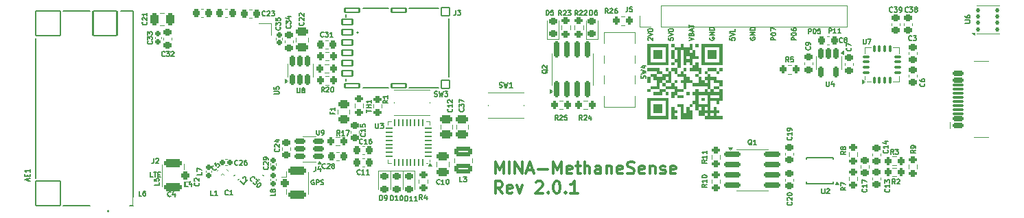
<source format=gbr>
%TF.GenerationSoftware,KiCad,Pcbnew,8.0.3*%
%TF.CreationDate,2025-03-20T13:05:17+01:00*%
%TF.ProjectId,Methanesense,4d657468-616e-4657-9365-6e73652e6b69,v2.0.0*%
%TF.SameCoordinates,Original*%
%TF.FileFunction,Legend,Top*%
%TF.FilePolarity,Positive*%
%FSLAX46Y46*%
G04 Gerber Fmt 4.6, Leading zero omitted, Abs format (unit mm)*
G04 Created by KiCad (PCBNEW 8.0.3) date 2025-03-20 13:05:17*
%MOMM*%
%LPD*%
G01*
G04 APERTURE LIST*
G04 Aperture macros list*
%AMRoundRect*
0 Rectangle with rounded corners*
0 $1 Rounding radius*
0 $2 $3 $4 $5 $6 $7 $8 $9 X,Y pos of 4 corners*
0 Add a 4 corners polygon primitive as box body*
4,1,4,$2,$3,$4,$5,$6,$7,$8,$9,$2,$3,0*
0 Add four circle primitives for the rounded corners*
1,1,$1+$1,$2,$3*
1,1,$1+$1,$4,$5*
1,1,$1+$1,$6,$7*
1,1,$1+$1,$8,$9*
0 Add four rect primitives between the rounded corners*
20,1,$1+$1,$2,$3,$4,$5,0*
20,1,$1+$1,$4,$5,$6,$7,0*
20,1,$1+$1,$6,$7,$8,$9,0*
20,1,$1+$1,$8,$9,$2,$3,0*%
G04 Aperture macros list end*
%ADD10C,0.150000*%
%ADD11C,0.375000*%
%ADD12C,0.120000*%
%ADD13C,0.127000*%
%ADD14C,0.200000*%
%ADD15C,0.000000*%
%ADD16RoundRect,0.200000X-0.200000X-0.275000X0.200000X-0.275000X0.200000X0.275000X-0.200000X0.275000X0*%
%ADD17RoundRect,0.155000X-0.219203X0.000000X0.000000X-0.219203X0.219203X0.000000X0.000000X0.219203X0*%
%ADD18RoundRect,0.200000X0.200000X0.275000X-0.200000X0.275000X-0.200000X-0.275000X0.200000X-0.275000X0*%
%ADD19RoundRect,0.150000X-0.825000X-0.150000X0.825000X-0.150000X0.825000X0.150000X-0.825000X0.150000X0*%
%ADD20RoundRect,0.225000X-0.250000X0.225000X-0.250000X-0.225000X0.250000X-0.225000X0.250000X0.225000X0*%
%ADD21RoundRect,0.125000X0.137500X-0.125000X0.137500X0.125000X-0.137500X0.125000X-0.137500X-0.125000X0*%
%ADD22RoundRect,0.225000X-0.225000X-0.250000X0.225000X-0.250000X0.225000X0.250000X-0.225000X0.250000X0*%
%ADD23RoundRect,0.225000X0.225000X0.250000X-0.225000X0.250000X-0.225000X-0.250000X0.225000X-0.250000X0*%
%ADD24R,1.600000X1.000000*%
%ADD25RoundRect,0.200000X0.275000X-0.200000X0.275000X0.200000X-0.275000X0.200000X-0.275000X-0.200000X0*%
%ADD26RoundRect,0.102000X1.500000X-1.500000X1.500000X1.500000X-1.500000X1.500000X-1.500000X-1.500000X0*%
%ADD27RoundRect,0.102000X1.475000X-1.500000X1.475000X1.500000X-1.475000X1.500000X-1.475000X-1.500000X0*%
%ADD28RoundRect,0.250000X0.250000X0.475000X-0.250000X0.475000X-0.250000X-0.475000X0.250000X-0.475000X0*%
%ADD29RoundRect,0.218750X-0.256250X0.218750X-0.256250X-0.218750X0.256250X-0.218750X0.256250X0.218750X0*%
%ADD30RoundRect,0.250000X-0.475000X0.250000X-0.475000X-0.250000X0.475000X-0.250000X0.475000X0.250000X0*%
%ADD31R,0.900000X1.000000*%
%ADD32RoundRect,0.200000X-0.275000X0.200000X-0.275000X-0.200000X0.275000X-0.200000X0.275000X0.200000X0*%
%ADD33RoundRect,0.250000X0.475000X-0.250000X0.475000X0.250000X-0.475000X0.250000X-0.475000X-0.250000X0*%
%ADD34RoundRect,0.250000X-0.275000X-0.250000X0.275000X-0.250000X0.275000X0.250000X-0.275000X0.250000X0*%
%ADD35RoundRect,0.250000X-0.850000X-0.275000X0.850000X-0.275000X0.850000X0.275000X-0.850000X0.275000X0*%
%ADD36RoundRect,0.075000X0.075000X-0.350000X0.075000X0.350000X-0.075000X0.350000X-0.075000X-0.350000X0*%
%ADD37RoundRect,0.075000X0.350000X-0.075000X0.350000X0.075000X-0.350000X0.075000X-0.350000X-0.075000X0*%
%ADD38R,2.100000X2.100000*%
%ADD39RoundRect,0.155000X-0.155000X0.155000X-0.155000X-0.155000X0.155000X-0.155000X0.155000X0.155000X0*%
%ADD40RoundRect,0.225000X0.250000X-0.225000X0.250000X0.225000X-0.250000X0.225000X-0.250000X-0.225000X0*%
%ADD41RoundRect,0.150000X-0.150000X0.512500X-0.150000X-0.512500X0.150000X-0.512500X0.150000X0.512500X0*%
%ADD42RoundRect,0.150000X0.150000X-0.825000X0.150000X0.825000X-0.150000X0.825000X-0.150000X-0.825000X0*%
%ADD43RoundRect,0.243750X0.456250X-0.243750X0.456250X0.243750X-0.456250X0.243750X-0.456250X-0.243750X0*%
%ADD44R,1.000000X1.000000*%
%ADD45R,1.100000X0.250000*%
%ADD46RoundRect,0.102000X0.650000X-0.325000X0.650000X0.325000X-0.650000X0.325000X-0.650000X-0.325000X0*%
%ADD47RoundRect,0.102000X0.515000X-0.500000X0.515000X0.500000X-0.515000X0.500000X-0.515000X-0.500000X0*%
%ADD48RoundRect,0.102000X0.900000X-0.240000X0.900000X0.240000X-0.900000X0.240000X-0.900000X-0.240000X0*%
%ADD49R,0.540000X0.540000*%
%ADD50R,0.300000X0.540000*%
%ADD51R,0.540000X0.300000*%
%ADD52R,0.800000X0.800000*%
%ADD53R,0.300000X0.300000*%
%ADD54RoundRect,0.218750X0.256250X-0.218750X0.256250X0.218750X-0.256250X0.218750X-0.256250X-0.218750X0*%
%ADD55RoundRect,0.150000X0.512500X0.150000X-0.512500X0.150000X-0.512500X-0.150000X0.512500X-0.150000X0*%
%ADD56RoundRect,0.250000X0.850000X0.275000X-0.850000X0.275000X-0.850000X-0.275000X0.850000X-0.275000X0*%
%ADD57RoundRect,0.250000X0.275000X0.250000X-0.275000X0.250000X-0.275000X-0.250000X0.275000X-0.250000X0*%
%ADD58R,1.700000X1.700000*%
%ADD59O,1.700000X1.700000*%
%ADD60RoundRect,0.155000X0.000000X0.219203X-0.219203X0.000000X0.000000X-0.219203X0.219203X0.000000X0*%
%ADD61RoundRect,0.155000X-0.155000X-0.155000X0.155000X-0.155000X0.155000X0.155000X-0.155000X0.155000X0*%
%ADD62RoundRect,0.155000X0.000000X-0.219203X0.219203X0.000000X0.000000X0.219203X-0.219203X0.000000X0*%
%ADD63RoundRect,0.062500X0.337500X0.062500X-0.337500X0.062500X-0.337500X-0.062500X0.337500X-0.062500X0*%
%ADD64RoundRect,0.062500X0.062500X0.337500X-0.062500X0.337500X-0.062500X-0.337500X0.062500X-0.337500X0*%
%ADD65C,0.650000*%
%ADD66R,3.600000X3.600000*%
%ADD67RoundRect,0.150000X0.500000X-0.150000X0.500000X0.150000X-0.500000X0.150000X-0.500000X-0.150000X0*%
%ADD68RoundRect,0.075000X0.575000X-0.075000X0.575000X0.075000X-0.575000X0.075000X-0.575000X-0.075000X0*%
%ADD69O,2.100000X1.000000*%
%ADD70O,1.600000X1.000000*%
%ADD71RoundRect,0.155000X0.155000X-0.155000X0.155000X0.155000X-0.155000X0.155000X-0.155000X-0.155000X0*%
%ADD72RoundRect,0.250000X0.850000X-0.375000X0.850000X0.375000X-0.850000X0.375000X-0.850000X-0.375000X0*%
%ADD73RoundRect,0.150000X0.150000X-0.512500X0.150000X0.512500X-0.150000X0.512500X-0.150000X-0.512500X0*%
%ADD74C,1.600000*%
%ADD75C,0.990600*%
%ADD76C,3.200000*%
%ADD77R,3.500000X3.500000*%
%ADD78C,3.500000*%
G04 APERTURE END LIST*
D10*
X122290197Y-54558458D02*
X121690197Y-54558458D01*
X121690197Y-54558458D02*
X121690197Y-54329887D01*
X121690197Y-54329887D02*
X121718768Y-54272744D01*
X121718768Y-54272744D02*
X121747340Y-54244173D01*
X121747340Y-54244173D02*
X121804483Y-54215601D01*
X121804483Y-54215601D02*
X121890197Y-54215601D01*
X121890197Y-54215601D02*
X121947340Y-54244173D01*
X121947340Y-54244173D02*
X121975911Y-54272744D01*
X121975911Y-54272744D02*
X122004483Y-54329887D01*
X122004483Y-54329887D02*
X122004483Y-54558458D01*
X121690197Y-53844173D02*
X121690197Y-53787030D01*
X121690197Y-53787030D02*
X121718768Y-53729887D01*
X121718768Y-53729887D02*
X121747340Y-53701316D01*
X121747340Y-53701316D02*
X121804483Y-53672744D01*
X121804483Y-53672744D02*
X121918768Y-53644173D01*
X121918768Y-53644173D02*
X122061626Y-53644173D01*
X122061626Y-53644173D02*
X122175911Y-53672744D01*
X122175911Y-53672744D02*
X122233054Y-53701316D01*
X122233054Y-53701316D02*
X122261626Y-53729887D01*
X122261626Y-53729887D02*
X122290197Y-53787030D01*
X122290197Y-53787030D02*
X122290197Y-53844173D01*
X122290197Y-53844173D02*
X122261626Y-53901316D01*
X122261626Y-53901316D02*
X122233054Y-53929887D01*
X122233054Y-53929887D02*
X122175911Y-53958458D01*
X122175911Y-53958458D02*
X122061626Y-53987030D01*
X122061626Y-53987030D02*
X121918768Y-53987030D01*
X121918768Y-53987030D02*
X121804483Y-53958458D01*
X121804483Y-53958458D02*
X121747340Y-53929887D01*
X121747340Y-53929887D02*
X121718768Y-53901316D01*
X121718768Y-53901316D02*
X121690197Y-53844173D01*
X121690197Y-53444172D02*
X121690197Y-53044172D01*
X121690197Y-53044172D02*
X122290197Y-53301315D01*
X114133055Y-54244173D02*
X114104484Y-54301316D01*
X114104484Y-54301316D02*
X114104484Y-54387030D01*
X114104484Y-54387030D02*
X114133055Y-54472744D01*
X114133055Y-54472744D02*
X114190198Y-54529887D01*
X114190198Y-54529887D02*
X114247341Y-54558458D01*
X114247341Y-54558458D02*
X114361627Y-54587030D01*
X114361627Y-54587030D02*
X114447341Y-54587030D01*
X114447341Y-54587030D02*
X114561627Y-54558458D01*
X114561627Y-54558458D02*
X114618770Y-54529887D01*
X114618770Y-54529887D02*
X114675913Y-54472744D01*
X114675913Y-54472744D02*
X114704484Y-54387030D01*
X114704484Y-54387030D02*
X114704484Y-54329887D01*
X114704484Y-54329887D02*
X114675913Y-54244173D01*
X114675913Y-54244173D02*
X114647341Y-54215601D01*
X114647341Y-54215601D02*
X114447341Y-54215601D01*
X114447341Y-54215601D02*
X114447341Y-54329887D01*
X114704484Y-53958458D02*
X114104484Y-53958458D01*
X114104484Y-53958458D02*
X114704484Y-53615601D01*
X114704484Y-53615601D02*
X114104484Y-53615601D01*
X114704484Y-53329887D02*
X114104484Y-53329887D01*
X114104484Y-53329887D02*
X114104484Y-53187030D01*
X114104484Y-53187030D02*
X114133055Y-53101316D01*
X114133055Y-53101316D02*
X114190198Y-53044173D01*
X114190198Y-53044173D02*
X114247341Y-53015602D01*
X114247341Y-53015602D02*
X114361627Y-52987030D01*
X114361627Y-52987030D02*
X114447341Y-52987030D01*
X114447341Y-52987030D02*
X114561627Y-53015602D01*
X114561627Y-53015602D02*
X114618770Y-53044173D01*
X114618770Y-53044173D02*
X114675913Y-53101316D01*
X114675913Y-53101316D02*
X114704484Y-53187030D01*
X114704484Y-53187030D02*
X114704484Y-53329887D01*
X106575914Y-54587030D02*
X106547342Y-54558458D01*
X106547342Y-54558458D02*
X106518771Y-54501316D01*
X106518771Y-54501316D02*
X106518771Y-54358458D01*
X106518771Y-54358458D02*
X106547342Y-54301316D01*
X106547342Y-54301316D02*
X106575914Y-54272744D01*
X106575914Y-54272744D02*
X106633057Y-54244173D01*
X106633057Y-54244173D02*
X106690200Y-54244173D01*
X106690200Y-54244173D02*
X106775914Y-54272744D01*
X106775914Y-54272744D02*
X107118771Y-54615601D01*
X107118771Y-54615601D02*
X107118771Y-54244173D01*
X106518771Y-54072744D02*
X107118771Y-53872744D01*
X107118771Y-53872744D02*
X106518771Y-53672744D01*
X106518771Y-53358458D02*
X106518771Y-53301315D01*
X106518771Y-53301315D02*
X106547342Y-53244172D01*
X106547342Y-53244172D02*
X106575914Y-53215601D01*
X106575914Y-53215601D02*
X106633057Y-53187029D01*
X106633057Y-53187029D02*
X106747342Y-53158458D01*
X106747342Y-53158458D02*
X106890200Y-53158458D01*
X106890200Y-53158458D02*
X107004485Y-53187029D01*
X107004485Y-53187029D02*
X107061628Y-53215601D01*
X107061628Y-53215601D02*
X107090200Y-53244172D01*
X107090200Y-53244172D02*
X107118771Y-53301315D01*
X107118771Y-53301315D02*
X107118771Y-53358458D01*
X107118771Y-53358458D02*
X107090200Y-53415601D01*
X107090200Y-53415601D02*
X107061628Y-53444172D01*
X107061628Y-53444172D02*
X107004485Y-53472743D01*
X107004485Y-53472743D02*
X106890200Y-53501315D01*
X106890200Y-53501315D02*
X106747342Y-53501315D01*
X106747342Y-53501315D02*
X106633057Y-53472743D01*
X106633057Y-53472743D02*
X106575914Y-53444172D01*
X106575914Y-53444172D02*
X106547342Y-53415601D01*
X106547342Y-53415601D02*
X106518771Y-53358458D01*
X124818771Y-54558458D02*
X124218771Y-54558458D01*
X124218771Y-54558458D02*
X124218771Y-54329887D01*
X124218771Y-54329887D02*
X124247342Y-54272744D01*
X124247342Y-54272744D02*
X124275914Y-54244173D01*
X124275914Y-54244173D02*
X124333057Y-54215601D01*
X124333057Y-54215601D02*
X124418771Y-54215601D01*
X124418771Y-54215601D02*
X124475914Y-54244173D01*
X124475914Y-54244173D02*
X124504485Y-54272744D01*
X124504485Y-54272744D02*
X124533057Y-54329887D01*
X124533057Y-54329887D02*
X124533057Y-54558458D01*
X124218771Y-53844173D02*
X124218771Y-53787030D01*
X124218771Y-53787030D02*
X124247342Y-53729887D01*
X124247342Y-53729887D02*
X124275914Y-53701316D01*
X124275914Y-53701316D02*
X124333057Y-53672744D01*
X124333057Y-53672744D02*
X124447342Y-53644173D01*
X124447342Y-53644173D02*
X124590200Y-53644173D01*
X124590200Y-53644173D02*
X124704485Y-53672744D01*
X124704485Y-53672744D02*
X124761628Y-53701316D01*
X124761628Y-53701316D02*
X124790200Y-53729887D01*
X124790200Y-53729887D02*
X124818771Y-53787030D01*
X124818771Y-53787030D02*
X124818771Y-53844173D01*
X124818771Y-53844173D02*
X124790200Y-53901316D01*
X124790200Y-53901316D02*
X124761628Y-53929887D01*
X124761628Y-53929887D02*
X124704485Y-53958458D01*
X124704485Y-53958458D02*
X124590200Y-53987030D01*
X124590200Y-53987030D02*
X124447342Y-53987030D01*
X124447342Y-53987030D02*
X124333057Y-53958458D01*
X124333057Y-53958458D02*
X124275914Y-53929887D01*
X124275914Y-53929887D02*
X124247342Y-53901316D01*
X124247342Y-53901316D02*
X124218771Y-53844173D01*
X124218771Y-53129887D02*
X124218771Y-53244172D01*
X124218771Y-53244172D02*
X124247342Y-53301315D01*
X124247342Y-53301315D02*
X124275914Y-53329887D01*
X124275914Y-53329887D02*
X124361628Y-53387029D01*
X124361628Y-53387029D02*
X124475914Y-53415601D01*
X124475914Y-53415601D02*
X124704485Y-53415601D01*
X124704485Y-53415601D02*
X124761628Y-53387029D01*
X124761628Y-53387029D02*
X124790200Y-53358458D01*
X124790200Y-53358458D02*
X124818771Y-53301315D01*
X124818771Y-53301315D02*
X124818771Y-53187029D01*
X124818771Y-53187029D02*
X124790200Y-53129887D01*
X124790200Y-53129887D02*
X124761628Y-53101315D01*
X124761628Y-53101315D02*
X124704485Y-53072744D01*
X124704485Y-53072744D02*
X124561628Y-53072744D01*
X124561628Y-53072744D02*
X124504485Y-53101315D01*
X124504485Y-53101315D02*
X124475914Y-53129887D01*
X124475914Y-53129887D02*
X124447342Y-53187029D01*
X124447342Y-53187029D02*
X124447342Y-53301315D01*
X124447342Y-53301315D02*
X124475914Y-53358458D01*
X124475914Y-53358458D02*
X124504485Y-53387029D01*
X124504485Y-53387029D02*
X124561628Y-53415601D01*
X111575913Y-54644173D02*
X112175913Y-54444173D01*
X112175913Y-54444173D02*
X111575913Y-54244173D01*
X111861627Y-53844172D02*
X111890199Y-53758458D01*
X111890199Y-53758458D02*
X111918770Y-53729887D01*
X111918770Y-53729887D02*
X111975913Y-53701315D01*
X111975913Y-53701315D02*
X112061627Y-53701315D01*
X112061627Y-53701315D02*
X112118770Y-53729887D01*
X112118770Y-53729887D02*
X112147342Y-53758458D01*
X112147342Y-53758458D02*
X112175913Y-53815601D01*
X112175913Y-53815601D02*
X112175913Y-54044172D01*
X112175913Y-54044172D02*
X111575913Y-54044172D01*
X111575913Y-54044172D02*
X111575913Y-53844172D01*
X111575913Y-53844172D02*
X111604484Y-53787030D01*
X111604484Y-53787030D02*
X111633056Y-53758458D01*
X111633056Y-53758458D02*
X111690199Y-53729887D01*
X111690199Y-53729887D02*
X111747342Y-53729887D01*
X111747342Y-53729887D02*
X111804484Y-53758458D01*
X111804484Y-53758458D02*
X111833056Y-53787030D01*
X111833056Y-53787030D02*
X111861627Y-53844172D01*
X111861627Y-53844172D02*
X111861627Y-54044172D01*
X112004484Y-53472744D02*
X112004484Y-53187030D01*
X112175913Y-53529887D02*
X111575913Y-53329887D01*
X111575913Y-53329887D02*
X112175913Y-53129887D01*
X111575913Y-53015601D02*
X111575913Y-52672744D01*
X112175913Y-52844172D02*
X111575913Y-52844172D01*
X45450230Y-71484292D02*
X45164516Y-71484292D01*
X45164516Y-71484292D02*
X45164516Y-70884292D01*
X45564515Y-70884292D02*
X45907373Y-70884292D01*
X45735944Y-71484292D02*
X45735944Y-70884292D01*
X46107373Y-71170006D02*
X46307373Y-71170006D01*
X46393087Y-71484292D02*
X46107373Y-71484292D01*
X46107373Y-71484292D02*
X46107373Y-70884292D01*
X46107373Y-70884292D02*
X46393087Y-70884292D01*
X109047342Y-54272744D02*
X109047342Y-54558458D01*
X109047342Y-54558458D02*
X109333056Y-54587030D01*
X109333056Y-54587030D02*
X109304485Y-54558458D01*
X109304485Y-54558458D02*
X109275913Y-54501316D01*
X109275913Y-54501316D02*
X109275913Y-54358458D01*
X109275913Y-54358458D02*
X109304485Y-54301316D01*
X109304485Y-54301316D02*
X109333056Y-54272744D01*
X109333056Y-54272744D02*
X109390199Y-54244173D01*
X109390199Y-54244173D02*
X109533056Y-54244173D01*
X109533056Y-54244173D02*
X109590199Y-54272744D01*
X109590199Y-54272744D02*
X109618771Y-54301316D01*
X109618771Y-54301316D02*
X109647342Y-54358458D01*
X109647342Y-54358458D02*
X109647342Y-54501316D01*
X109647342Y-54501316D02*
X109618771Y-54558458D01*
X109618771Y-54558458D02*
X109590199Y-54587030D01*
X109047342Y-54072744D02*
X109647342Y-53872744D01*
X109647342Y-53872744D02*
X109047342Y-53672744D01*
X109047342Y-53358458D02*
X109047342Y-53301315D01*
X109047342Y-53301315D02*
X109075913Y-53244172D01*
X109075913Y-53244172D02*
X109104485Y-53215601D01*
X109104485Y-53215601D02*
X109161628Y-53187029D01*
X109161628Y-53187029D02*
X109275913Y-53158458D01*
X109275913Y-53158458D02*
X109418771Y-53158458D01*
X109418771Y-53158458D02*
X109533056Y-53187029D01*
X109533056Y-53187029D02*
X109590199Y-53215601D01*
X109590199Y-53215601D02*
X109618771Y-53244172D01*
X109618771Y-53244172D02*
X109647342Y-53301315D01*
X109647342Y-53301315D02*
X109647342Y-53358458D01*
X109647342Y-53358458D02*
X109618771Y-53415601D01*
X109618771Y-53415601D02*
X109590199Y-53444172D01*
X109590199Y-53444172D02*
X109533056Y-53472743D01*
X109533056Y-53472743D02*
X109418771Y-53501315D01*
X109418771Y-53501315D02*
X109275913Y-53501315D01*
X109275913Y-53501315D02*
X109161628Y-53472743D01*
X109161628Y-53472743D02*
X109104485Y-53444172D01*
X109104485Y-53444172D02*
X109075913Y-53415601D01*
X109075913Y-53415601D02*
X109047342Y-53358458D01*
X116633055Y-54272744D02*
X116633055Y-54558458D01*
X116633055Y-54558458D02*
X116918769Y-54587030D01*
X116918769Y-54587030D02*
X116890198Y-54558458D01*
X116890198Y-54558458D02*
X116861626Y-54501316D01*
X116861626Y-54501316D02*
X116861626Y-54358458D01*
X116861626Y-54358458D02*
X116890198Y-54301316D01*
X116890198Y-54301316D02*
X116918769Y-54272744D01*
X116918769Y-54272744D02*
X116975912Y-54244173D01*
X116975912Y-54244173D02*
X117118769Y-54244173D01*
X117118769Y-54244173D02*
X117175912Y-54272744D01*
X117175912Y-54272744D02*
X117204484Y-54301316D01*
X117204484Y-54301316D02*
X117233055Y-54358458D01*
X117233055Y-54358458D02*
X117233055Y-54501316D01*
X117233055Y-54501316D02*
X117204484Y-54558458D01*
X117204484Y-54558458D02*
X117175912Y-54587030D01*
X116633055Y-54072744D02*
X117233055Y-53872744D01*
X117233055Y-53872744D02*
X116633055Y-53672744D01*
X117233055Y-53187029D02*
X117233055Y-53472743D01*
X117233055Y-53472743D02*
X116633055Y-53472743D01*
D11*
X87703852Y-71082012D02*
X87703852Y-69582012D01*
X87703852Y-69582012D02*
X88203852Y-70653441D01*
X88203852Y-70653441D02*
X88703852Y-69582012D01*
X88703852Y-69582012D02*
X88703852Y-71082012D01*
X89418138Y-71082012D02*
X89418138Y-69582012D01*
X90132424Y-71082012D02*
X90132424Y-69582012D01*
X90132424Y-69582012D02*
X90989567Y-71082012D01*
X90989567Y-71082012D02*
X90989567Y-69582012D01*
X91632425Y-70653441D02*
X92346711Y-70653441D01*
X91489568Y-71082012D02*
X91989568Y-69582012D01*
X91989568Y-69582012D02*
X92489568Y-71082012D01*
X92989567Y-70510584D02*
X94132425Y-70510584D01*
X94846710Y-71082012D02*
X94846710Y-69582012D01*
X94846710Y-69582012D02*
X95346710Y-70653441D01*
X95346710Y-70653441D02*
X95846710Y-69582012D01*
X95846710Y-69582012D02*
X95846710Y-71082012D01*
X97132425Y-71010584D02*
X96989568Y-71082012D01*
X96989568Y-71082012D02*
X96703854Y-71082012D01*
X96703854Y-71082012D02*
X96560996Y-71010584D01*
X96560996Y-71010584D02*
X96489568Y-70867726D01*
X96489568Y-70867726D02*
X96489568Y-70296298D01*
X96489568Y-70296298D02*
X96560996Y-70153441D01*
X96560996Y-70153441D02*
X96703854Y-70082012D01*
X96703854Y-70082012D02*
X96989568Y-70082012D01*
X96989568Y-70082012D02*
X97132425Y-70153441D01*
X97132425Y-70153441D02*
X97203854Y-70296298D01*
X97203854Y-70296298D02*
X97203854Y-70439155D01*
X97203854Y-70439155D02*
X96489568Y-70582012D01*
X97632425Y-70082012D02*
X98203853Y-70082012D01*
X97846710Y-69582012D02*
X97846710Y-70867726D01*
X97846710Y-70867726D02*
X97918139Y-71010584D01*
X97918139Y-71010584D02*
X98060996Y-71082012D01*
X98060996Y-71082012D02*
X98203853Y-71082012D01*
X98703853Y-71082012D02*
X98703853Y-69582012D01*
X99346711Y-71082012D02*
X99346711Y-70296298D01*
X99346711Y-70296298D02*
X99275282Y-70153441D01*
X99275282Y-70153441D02*
X99132425Y-70082012D01*
X99132425Y-70082012D02*
X98918139Y-70082012D01*
X98918139Y-70082012D02*
X98775282Y-70153441D01*
X98775282Y-70153441D02*
X98703853Y-70224869D01*
X100703854Y-71082012D02*
X100703854Y-70296298D01*
X100703854Y-70296298D02*
X100632425Y-70153441D01*
X100632425Y-70153441D02*
X100489568Y-70082012D01*
X100489568Y-70082012D02*
X100203854Y-70082012D01*
X100203854Y-70082012D02*
X100060996Y-70153441D01*
X100703854Y-71010584D02*
X100560996Y-71082012D01*
X100560996Y-71082012D02*
X100203854Y-71082012D01*
X100203854Y-71082012D02*
X100060996Y-71010584D01*
X100060996Y-71010584D02*
X99989568Y-70867726D01*
X99989568Y-70867726D02*
X99989568Y-70724869D01*
X99989568Y-70724869D02*
X100060996Y-70582012D01*
X100060996Y-70582012D02*
X100203854Y-70510584D01*
X100203854Y-70510584D02*
X100560996Y-70510584D01*
X100560996Y-70510584D02*
X100703854Y-70439155D01*
X101418139Y-70082012D02*
X101418139Y-71082012D01*
X101418139Y-70224869D02*
X101489568Y-70153441D01*
X101489568Y-70153441D02*
X101632425Y-70082012D01*
X101632425Y-70082012D02*
X101846711Y-70082012D01*
X101846711Y-70082012D02*
X101989568Y-70153441D01*
X101989568Y-70153441D02*
X102060997Y-70296298D01*
X102060997Y-70296298D02*
X102060997Y-71082012D01*
X103346711Y-71010584D02*
X103203854Y-71082012D01*
X103203854Y-71082012D02*
X102918140Y-71082012D01*
X102918140Y-71082012D02*
X102775282Y-71010584D01*
X102775282Y-71010584D02*
X102703854Y-70867726D01*
X102703854Y-70867726D02*
X102703854Y-70296298D01*
X102703854Y-70296298D02*
X102775282Y-70153441D01*
X102775282Y-70153441D02*
X102918140Y-70082012D01*
X102918140Y-70082012D02*
X103203854Y-70082012D01*
X103203854Y-70082012D02*
X103346711Y-70153441D01*
X103346711Y-70153441D02*
X103418140Y-70296298D01*
X103418140Y-70296298D02*
X103418140Y-70439155D01*
X103418140Y-70439155D02*
X102703854Y-70582012D01*
X103989568Y-71010584D02*
X104203854Y-71082012D01*
X104203854Y-71082012D02*
X104560996Y-71082012D01*
X104560996Y-71082012D02*
X104703854Y-71010584D01*
X104703854Y-71010584D02*
X104775282Y-70939155D01*
X104775282Y-70939155D02*
X104846711Y-70796298D01*
X104846711Y-70796298D02*
X104846711Y-70653441D01*
X104846711Y-70653441D02*
X104775282Y-70510584D01*
X104775282Y-70510584D02*
X104703854Y-70439155D01*
X104703854Y-70439155D02*
X104560996Y-70367726D01*
X104560996Y-70367726D02*
X104275282Y-70296298D01*
X104275282Y-70296298D02*
X104132425Y-70224869D01*
X104132425Y-70224869D02*
X104060996Y-70153441D01*
X104060996Y-70153441D02*
X103989568Y-70010584D01*
X103989568Y-70010584D02*
X103989568Y-69867726D01*
X103989568Y-69867726D02*
X104060996Y-69724869D01*
X104060996Y-69724869D02*
X104132425Y-69653441D01*
X104132425Y-69653441D02*
X104275282Y-69582012D01*
X104275282Y-69582012D02*
X104632425Y-69582012D01*
X104632425Y-69582012D02*
X104846711Y-69653441D01*
X106060996Y-71010584D02*
X105918139Y-71082012D01*
X105918139Y-71082012D02*
X105632425Y-71082012D01*
X105632425Y-71082012D02*
X105489567Y-71010584D01*
X105489567Y-71010584D02*
X105418139Y-70867726D01*
X105418139Y-70867726D02*
X105418139Y-70296298D01*
X105418139Y-70296298D02*
X105489567Y-70153441D01*
X105489567Y-70153441D02*
X105632425Y-70082012D01*
X105632425Y-70082012D02*
X105918139Y-70082012D01*
X105918139Y-70082012D02*
X106060996Y-70153441D01*
X106060996Y-70153441D02*
X106132425Y-70296298D01*
X106132425Y-70296298D02*
X106132425Y-70439155D01*
X106132425Y-70439155D02*
X105418139Y-70582012D01*
X106775281Y-70082012D02*
X106775281Y-71082012D01*
X106775281Y-70224869D02*
X106846710Y-70153441D01*
X106846710Y-70153441D02*
X106989567Y-70082012D01*
X106989567Y-70082012D02*
X107203853Y-70082012D01*
X107203853Y-70082012D02*
X107346710Y-70153441D01*
X107346710Y-70153441D02*
X107418139Y-70296298D01*
X107418139Y-70296298D02*
X107418139Y-71082012D01*
X108060996Y-71010584D02*
X108203853Y-71082012D01*
X108203853Y-71082012D02*
X108489567Y-71082012D01*
X108489567Y-71082012D02*
X108632424Y-71010584D01*
X108632424Y-71010584D02*
X108703853Y-70867726D01*
X108703853Y-70867726D02*
X108703853Y-70796298D01*
X108703853Y-70796298D02*
X108632424Y-70653441D01*
X108632424Y-70653441D02*
X108489567Y-70582012D01*
X108489567Y-70582012D02*
X108275282Y-70582012D01*
X108275282Y-70582012D02*
X108132424Y-70510584D01*
X108132424Y-70510584D02*
X108060996Y-70367726D01*
X108060996Y-70367726D02*
X108060996Y-70296298D01*
X108060996Y-70296298D02*
X108132424Y-70153441D01*
X108132424Y-70153441D02*
X108275282Y-70082012D01*
X108275282Y-70082012D02*
X108489567Y-70082012D01*
X108489567Y-70082012D02*
X108632424Y-70153441D01*
X109918139Y-71010584D02*
X109775282Y-71082012D01*
X109775282Y-71082012D02*
X109489568Y-71082012D01*
X109489568Y-71082012D02*
X109346710Y-71010584D01*
X109346710Y-71010584D02*
X109275282Y-70867726D01*
X109275282Y-70867726D02*
X109275282Y-70296298D01*
X109275282Y-70296298D02*
X109346710Y-70153441D01*
X109346710Y-70153441D02*
X109489568Y-70082012D01*
X109489568Y-70082012D02*
X109775282Y-70082012D01*
X109775282Y-70082012D02*
X109918139Y-70153441D01*
X109918139Y-70153441D02*
X109989568Y-70296298D01*
X109989568Y-70296298D02*
X109989568Y-70439155D01*
X109989568Y-70439155D02*
X109275282Y-70582012D01*
X88560995Y-73496928D02*
X88060995Y-72782642D01*
X87703852Y-73496928D02*
X87703852Y-71996928D01*
X87703852Y-71996928D02*
X88275281Y-71996928D01*
X88275281Y-71996928D02*
X88418138Y-72068357D01*
X88418138Y-72068357D02*
X88489567Y-72139785D01*
X88489567Y-72139785D02*
X88560995Y-72282642D01*
X88560995Y-72282642D02*
X88560995Y-72496928D01*
X88560995Y-72496928D02*
X88489567Y-72639785D01*
X88489567Y-72639785D02*
X88418138Y-72711214D01*
X88418138Y-72711214D02*
X88275281Y-72782642D01*
X88275281Y-72782642D02*
X87703852Y-72782642D01*
X89775281Y-73425500D02*
X89632424Y-73496928D01*
X89632424Y-73496928D02*
X89346710Y-73496928D01*
X89346710Y-73496928D02*
X89203852Y-73425500D01*
X89203852Y-73425500D02*
X89132424Y-73282642D01*
X89132424Y-73282642D02*
X89132424Y-72711214D01*
X89132424Y-72711214D02*
X89203852Y-72568357D01*
X89203852Y-72568357D02*
X89346710Y-72496928D01*
X89346710Y-72496928D02*
X89632424Y-72496928D01*
X89632424Y-72496928D02*
X89775281Y-72568357D01*
X89775281Y-72568357D02*
X89846710Y-72711214D01*
X89846710Y-72711214D02*
X89846710Y-72854071D01*
X89846710Y-72854071D02*
X89132424Y-72996928D01*
X90346709Y-72496928D02*
X90703852Y-73496928D01*
X90703852Y-73496928D02*
X91060995Y-72496928D01*
X92703852Y-72139785D02*
X92775280Y-72068357D01*
X92775280Y-72068357D02*
X92918138Y-71996928D01*
X92918138Y-71996928D02*
X93275280Y-71996928D01*
X93275280Y-71996928D02*
X93418138Y-72068357D01*
X93418138Y-72068357D02*
X93489566Y-72139785D01*
X93489566Y-72139785D02*
X93560995Y-72282642D01*
X93560995Y-72282642D02*
X93560995Y-72425500D01*
X93560995Y-72425500D02*
X93489566Y-72639785D01*
X93489566Y-72639785D02*
X92632423Y-73496928D01*
X92632423Y-73496928D02*
X93560995Y-73496928D01*
X94203851Y-73354071D02*
X94275280Y-73425500D01*
X94275280Y-73425500D02*
X94203851Y-73496928D01*
X94203851Y-73496928D02*
X94132423Y-73425500D01*
X94132423Y-73425500D02*
X94203851Y-73354071D01*
X94203851Y-73354071D02*
X94203851Y-73496928D01*
X95203852Y-71996928D02*
X95346709Y-71996928D01*
X95346709Y-71996928D02*
X95489566Y-72068357D01*
X95489566Y-72068357D02*
X95560995Y-72139785D01*
X95560995Y-72139785D02*
X95632423Y-72282642D01*
X95632423Y-72282642D02*
X95703852Y-72568357D01*
X95703852Y-72568357D02*
X95703852Y-72925500D01*
X95703852Y-72925500D02*
X95632423Y-73211214D01*
X95632423Y-73211214D02*
X95560995Y-73354071D01*
X95560995Y-73354071D02*
X95489566Y-73425500D01*
X95489566Y-73425500D02*
X95346709Y-73496928D01*
X95346709Y-73496928D02*
X95203852Y-73496928D01*
X95203852Y-73496928D02*
X95060995Y-73425500D01*
X95060995Y-73425500D02*
X94989566Y-73354071D01*
X94989566Y-73354071D02*
X94918137Y-73211214D01*
X94918137Y-73211214D02*
X94846709Y-72925500D01*
X94846709Y-72925500D02*
X94846709Y-72568357D01*
X94846709Y-72568357D02*
X94918137Y-72282642D01*
X94918137Y-72282642D02*
X94989566Y-72139785D01*
X94989566Y-72139785D02*
X95060995Y-72068357D01*
X95060995Y-72068357D02*
X95203852Y-71996928D01*
X96346708Y-73354071D02*
X96418137Y-73425500D01*
X96418137Y-73425500D02*
X96346708Y-73496928D01*
X96346708Y-73496928D02*
X96275280Y-73425500D01*
X96275280Y-73425500D02*
X96346708Y-73354071D01*
X96346708Y-73354071D02*
X96346708Y-73496928D01*
X97846709Y-73496928D02*
X96989566Y-73496928D01*
X97418137Y-73496928D02*
X97418137Y-71996928D01*
X97418137Y-71996928D02*
X97275280Y-72211214D01*
X97275280Y-72211214D02*
X97132423Y-72354071D01*
X97132423Y-72354071D02*
X96989566Y-72425500D01*
D10*
X119190197Y-54244173D02*
X119161626Y-54301316D01*
X119161626Y-54301316D02*
X119161626Y-54387030D01*
X119161626Y-54387030D02*
X119190197Y-54472744D01*
X119190197Y-54472744D02*
X119247340Y-54529887D01*
X119247340Y-54529887D02*
X119304483Y-54558458D01*
X119304483Y-54558458D02*
X119418769Y-54587030D01*
X119418769Y-54587030D02*
X119504483Y-54587030D01*
X119504483Y-54587030D02*
X119618769Y-54558458D01*
X119618769Y-54558458D02*
X119675912Y-54529887D01*
X119675912Y-54529887D02*
X119733055Y-54472744D01*
X119733055Y-54472744D02*
X119761626Y-54387030D01*
X119761626Y-54387030D02*
X119761626Y-54329887D01*
X119761626Y-54329887D02*
X119733055Y-54244173D01*
X119733055Y-54244173D02*
X119704483Y-54215601D01*
X119704483Y-54215601D02*
X119504483Y-54215601D01*
X119504483Y-54215601D02*
X119504483Y-54329887D01*
X119761626Y-53958458D02*
X119161626Y-53958458D01*
X119161626Y-53958458D02*
X119761626Y-53615601D01*
X119761626Y-53615601D02*
X119161626Y-53615601D01*
X119761626Y-53329887D02*
X119161626Y-53329887D01*
X119161626Y-53329887D02*
X119161626Y-53187030D01*
X119161626Y-53187030D02*
X119190197Y-53101316D01*
X119190197Y-53101316D02*
X119247340Y-53044173D01*
X119247340Y-53044173D02*
X119304483Y-53015602D01*
X119304483Y-53015602D02*
X119418769Y-52987030D01*
X119418769Y-52987030D02*
X119504483Y-52987030D01*
X119504483Y-52987030D02*
X119618769Y-53015602D01*
X119618769Y-53015602D02*
X119675912Y-53044173D01*
X119675912Y-53044173D02*
X119733055Y-53101316D01*
X119733055Y-53101316D02*
X119761626Y-53187030D01*
X119761626Y-53187030D02*
X119761626Y-53329887D01*
X65305826Y-71847342D02*
X65248684Y-71818771D01*
X65248684Y-71818771D02*
X65162969Y-71818771D01*
X65162969Y-71818771D02*
X65077255Y-71847342D01*
X65077255Y-71847342D02*
X65020112Y-71904485D01*
X65020112Y-71904485D02*
X64991541Y-71961628D01*
X64991541Y-71961628D02*
X64962969Y-72075914D01*
X64962969Y-72075914D02*
X64962969Y-72161628D01*
X64962969Y-72161628D02*
X64991541Y-72275914D01*
X64991541Y-72275914D02*
X65020112Y-72333057D01*
X65020112Y-72333057D02*
X65077255Y-72390200D01*
X65077255Y-72390200D02*
X65162969Y-72418771D01*
X65162969Y-72418771D02*
X65220112Y-72418771D01*
X65220112Y-72418771D02*
X65305826Y-72390200D01*
X65305826Y-72390200D02*
X65334398Y-72361628D01*
X65334398Y-72361628D02*
X65334398Y-72161628D01*
X65334398Y-72161628D02*
X65220112Y-72161628D01*
X65591541Y-72418771D02*
X65591541Y-71818771D01*
X65591541Y-71818771D02*
X65820112Y-71818771D01*
X65820112Y-71818771D02*
X65877255Y-71847342D01*
X65877255Y-71847342D02*
X65905826Y-71875914D01*
X65905826Y-71875914D02*
X65934398Y-71933057D01*
X65934398Y-71933057D02*
X65934398Y-72018771D01*
X65934398Y-72018771D02*
X65905826Y-72075914D01*
X65905826Y-72075914D02*
X65877255Y-72104485D01*
X65877255Y-72104485D02*
X65820112Y-72133057D01*
X65820112Y-72133057D02*
X65591541Y-72133057D01*
X66162969Y-72390200D02*
X66248684Y-72418771D01*
X66248684Y-72418771D02*
X66391541Y-72418771D01*
X66391541Y-72418771D02*
X66448684Y-72390200D01*
X66448684Y-72390200D02*
X66477255Y-72361628D01*
X66477255Y-72361628D02*
X66505826Y-72304485D01*
X66505826Y-72304485D02*
X66505826Y-72247342D01*
X66505826Y-72247342D02*
X66477255Y-72190200D01*
X66477255Y-72190200D02*
X66448684Y-72161628D01*
X66448684Y-72161628D02*
X66391541Y-72133057D01*
X66391541Y-72133057D02*
X66277255Y-72104485D01*
X66277255Y-72104485D02*
X66220112Y-72075914D01*
X66220112Y-72075914D02*
X66191541Y-72047342D01*
X66191541Y-72047342D02*
X66162969Y-71990200D01*
X66162969Y-71990200D02*
X66162969Y-71933057D01*
X66162969Y-71933057D02*
X66191541Y-71875914D01*
X66191541Y-71875914D02*
X66220112Y-71847342D01*
X66220112Y-71847342D02*
X66277255Y-71818771D01*
X66277255Y-71818771D02*
X66420112Y-71818771D01*
X66420112Y-71818771D02*
X66505826Y-71847342D01*
X128841541Y-53718771D02*
X128841541Y-53118771D01*
X128841541Y-53118771D02*
X129070112Y-53118771D01*
X129070112Y-53118771D02*
X129127255Y-53147342D01*
X129127255Y-53147342D02*
X129155826Y-53175914D01*
X129155826Y-53175914D02*
X129184398Y-53233057D01*
X129184398Y-53233057D02*
X129184398Y-53318771D01*
X129184398Y-53318771D02*
X129155826Y-53375914D01*
X129155826Y-53375914D02*
X129127255Y-53404485D01*
X129127255Y-53404485D02*
X129070112Y-53433057D01*
X129070112Y-53433057D02*
X128841541Y-53433057D01*
X129755826Y-53718771D02*
X129412969Y-53718771D01*
X129584398Y-53718771D02*
X129584398Y-53118771D01*
X129584398Y-53118771D02*
X129527255Y-53204485D01*
X129527255Y-53204485D02*
X129470112Y-53261628D01*
X129470112Y-53261628D02*
X129412969Y-53290200D01*
X130327255Y-53718771D02*
X129984398Y-53718771D01*
X130155827Y-53718771D02*
X130155827Y-53118771D01*
X130155827Y-53118771D02*
X130098684Y-53204485D01*
X130098684Y-53204485D02*
X130041541Y-53261628D01*
X130041541Y-53261628D02*
X129984398Y-53290200D01*
X126320272Y-53758096D02*
X126320272Y-53158096D01*
X126320272Y-53158096D02*
X126548843Y-53158096D01*
X126548843Y-53158096D02*
X126605986Y-53186667D01*
X126605986Y-53186667D02*
X126634557Y-53215239D01*
X126634557Y-53215239D02*
X126663129Y-53272382D01*
X126663129Y-53272382D02*
X126663129Y-53358096D01*
X126663129Y-53358096D02*
X126634557Y-53415239D01*
X126634557Y-53415239D02*
X126605986Y-53443810D01*
X126605986Y-53443810D02*
X126548843Y-53472382D01*
X126548843Y-53472382D02*
X126320272Y-53472382D01*
X127034557Y-53158096D02*
X127091700Y-53158096D01*
X127091700Y-53158096D02*
X127148843Y-53186667D01*
X127148843Y-53186667D02*
X127177415Y-53215239D01*
X127177415Y-53215239D02*
X127205986Y-53272382D01*
X127205986Y-53272382D02*
X127234557Y-53386667D01*
X127234557Y-53386667D02*
X127234557Y-53529525D01*
X127234557Y-53529525D02*
X127205986Y-53643810D01*
X127205986Y-53643810D02*
X127177415Y-53700953D01*
X127177415Y-53700953D02*
X127148843Y-53729525D01*
X127148843Y-53729525D02*
X127091700Y-53758096D01*
X127091700Y-53758096D02*
X127034557Y-53758096D01*
X127034557Y-53758096D02*
X126977415Y-53729525D01*
X126977415Y-53729525D02*
X126948843Y-53700953D01*
X126948843Y-53700953D02*
X126920272Y-53643810D01*
X126920272Y-53643810D02*
X126891700Y-53529525D01*
X126891700Y-53529525D02*
X126891700Y-53386667D01*
X126891700Y-53386667D02*
X126920272Y-53272382D01*
X126920272Y-53272382D02*
X126948843Y-53215239D01*
X126948843Y-53215239D02*
X126977415Y-53186667D01*
X126977415Y-53186667D02*
X127034557Y-53158096D01*
X127777415Y-53158096D02*
X127491701Y-53158096D01*
X127491701Y-53158096D02*
X127463129Y-53443810D01*
X127463129Y-53443810D02*
X127491701Y-53415239D01*
X127491701Y-53415239D02*
X127548844Y-53386667D01*
X127548844Y-53386667D02*
X127691701Y-53386667D01*
X127691701Y-53386667D02*
X127748844Y-53415239D01*
X127748844Y-53415239D02*
X127777415Y-53443810D01*
X127777415Y-53443810D02*
X127805986Y-53500953D01*
X127805986Y-53500953D02*
X127805986Y-53643810D01*
X127805986Y-53643810D02*
X127777415Y-53700953D01*
X127777415Y-53700953D02*
X127748844Y-53729525D01*
X127748844Y-53729525D02*
X127691701Y-53758096D01*
X127691701Y-53758096D02*
X127548844Y-53758096D01*
X127548844Y-53758096D02*
X127491701Y-53729525D01*
X127491701Y-53729525D02*
X127463129Y-53700953D01*
X98419285Y-64444771D02*
X98219285Y-64159057D01*
X98076428Y-64444771D02*
X98076428Y-63844771D01*
X98076428Y-63844771D02*
X98304999Y-63844771D01*
X98304999Y-63844771D02*
X98362142Y-63873342D01*
X98362142Y-63873342D02*
X98390713Y-63901914D01*
X98390713Y-63901914D02*
X98419285Y-63959057D01*
X98419285Y-63959057D02*
X98419285Y-64044771D01*
X98419285Y-64044771D02*
X98390713Y-64101914D01*
X98390713Y-64101914D02*
X98362142Y-64130485D01*
X98362142Y-64130485D02*
X98304999Y-64159057D01*
X98304999Y-64159057D02*
X98076428Y-64159057D01*
X98647856Y-63901914D02*
X98676428Y-63873342D01*
X98676428Y-63873342D02*
X98733571Y-63844771D01*
X98733571Y-63844771D02*
X98876428Y-63844771D01*
X98876428Y-63844771D02*
X98933571Y-63873342D01*
X98933571Y-63873342D02*
X98962142Y-63901914D01*
X98962142Y-63901914D02*
X98990713Y-63959057D01*
X98990713Y-63959057D02*
X98990713Y-64016200D01*
X98990713Y-64016200D02*
X98962142Y-64101914D01*
X98962142Y-64101914D02*
X98619285Y-64444771D01*
X98619285Y-64444771D02*
X98990713Y-64444771D01*
X99505000Y-64044771D02*
X99505000Y-64444771D01*
X99362142Y-63816200D02*
X99219285Y-64244771D01*
X99219285Y-64244771D02*
X99590714Y-64244771D01*
X57676907Y-71977609D02*
X57636501Y-71977609D01*
X57636501Y-71977609D02*
X57555689Y-71937203D01*
X57555689Y-71937203D02*
X57515282Y-71896797D01*
X57515282Y-71896797D02*
X57474876Y-71815985D01*
X57474876Y-71815985D02*
X57474876Y-71735173D01*
X57474876Y-71735173D02*
X57495079Y-71674563D01*
X57495079Y-71674563D02*
X57555689Y-71573548D01*
X57555689Y-71573548D02*
X57616298Y-71512939D01*
X57616298Y-71512939D02*
X57717313Y-71452330D01*
X57717313Y-71452330D02*
X57777922Y-71432127D01*
X57777922Y-71432127D02*
X57858734Y-71432127D01*
X57858734Y-71432127D02*
X57939547Y-71472533D01*
X57939547Y-71472533D02*
X57979953Y-71512939D01*
X57979953Y-71512939D02*
X58020359Y-71593751D01*
X58020359Y-71593751D02*
X58020359Y-71634157D01*
X58202186Y-71735173D02*
X58464826Y-71997812D01*
X58464826Y-71997812D02*
X58161780Y-72018015D01*
X58161780Y-72018015D02*
X58222389Y-72078624D01*
X58222389Y-72078624D02*
X58242592Y-72139234D01*
X58242592Y-72139234D02*
X58242592Y-72179640D01*
X58242592Y-72179640D02*
X58222389Y-72240249D01*
X58222389Y-72240249D02*
X58121374Y-72341264D01*
X58121374Y-72341264D02*
X58060765Y-72361467D01*
X58060765Y-72361467D02*
X58020359Y-72361467D01*
X58020359Y-72361467D02*
X57959750Y-72341264D01*
X57959750Y-72341264D02*
X57838531Y-72220046D01*
X57838531Y-72220046D02*
X57818328Y-72159437D01*
X57818328Y-72159437D02*
X57818328Y-72119030D01*
X58727466Y-72260452D02*
X58767872Y-72300858D01*
X58767872Y-72300858D02*
X58788075Y-72361467D01*
X58788075Y-72361467D02*
X58788075Y-72401873D01*
X58788075Y-72401873D02*
X58767872Y-72462483D01*
X58767872Y-72462483D02*
X58707263Y-72563498D01*
X58707263Y-72563498D02*
X58606248Y-72664513D01*
X58606248Y-72664513D02*
X58505232Y-72725122D01*
X58505232Y-72725122D02*
X58444623Y-72745325D01*
X58444623Y-72745325D02*
X58404217Y-72745325D01*
X58404217Y-72745325D02*
X58343608Y-72725122D01*
X58343608Y-72725122D02*
X58303202Y-72684716D01*
X58303202Y-72684716D02*
X58282999Y-72624107D01*
X58282999Y-72624107D02*
X58282999Y-72583701D01*
X58282999Y-72583701D02*
X58303202Y-72523092D01*
X58303202Y-72523092D02*
X58363811Y-72422077D01*
X58363811Y-72422077D02*
X58464826Y-72321061D01*
X58464826Y-72321061D02*
X58565841Y-72260452D01*
X58565841Y-72260452D02*
X58626451Y-72240249D01*
X58626451Y-72240249D02*
X58666857Y-72240249D01*
X58666857Y-72240249D02*
X58727466Y-72260452D01*
X101614285Y-51269771D02*
X101414285Y-50984057D01*
X101271428Y-51269771D02*
X101271428Y-50669771D01*
X101271428Y-50669771D02*
X101499999Y-50669771D01*
X101499999Y-50669771D02*
X101557142Y-50698342D01*
X101557142Y-50698342D02*
X101585713Y-50726914D01*
X101585713Y-50726914D02*
X101614285Y-50784057D01*
X101614285Y-50784057D02*
X101614285Y-50869771D01*
X101614285Y-50869771D02*
X101585713Y-50926914D01*
X101585713Y-50926914D02*
X101557142Y-50955485D01*
X101557142Y-50955485D02*
X101499999Y-50984057D01*
X101499999Y-50984057D02*
X101271428Y-50984057D01*
X101842856Y-50726914D02*
X101871428Y-50698342D01*
X101871428Y-50698342D02*
X101928571Y-50669771D01*
X101928571Y-50669771D02*
X102071428Y-50669771D01*
X102071428Y-50669771D02*
X102128571Y-50698342D01*
X102128571Y-50698342D02*
X102157142Y-50726914D01*
X102157142Y-50726914D02*
X102185713Y-50784057D01*
X102185713Y-50784057D02*
X102185713Y-50841200D01*
X102185713Y-50841200D02*
X102157142Y-50926914D01*
X102157142Y-50926914D02*
X101814285Y-51269771D01*
X101814285Y-51269771D02*
X102185713Y-51269771D01*
X102700000Y-50669771D02*
X102585714Y-50669771D01*
X102585714Y-50669771D02*
X102528571Y-50698342D01*
X102528571Y-50698342D02*
X102500000Y-50726914D01*
X102500000Y-50726914D02*
X102442857Y-50812628D01*
X102442857Y-50812628D02*
X102414285Y-50926914D01*
X102414285Y-50926914D02*
X102414285Y-51155485D01*
X102414285Y-51155485D02*
X102442857Y-51212628D01*
X102442857Y-51212628D02*
X102471428Y-51241200D01*
X102471428Y-51241200D02*
X102528571Y-51269771D01*
X102528571Y-51269771D02*
X102642857Y-51269771D01*
X102642857Y-51269771D02*
X102700000Y-51241200D01*
X102700000Y-51241200D02*
X102728571Y-51212628D01*
X102728571Y-51212628D02*
X102757142Y-51155485D01*
X102757142Y-51155485D02*
X102757142Y-51012628D01*
X102757142Y-51012628D02*
X102728571Y-50955485D01*
X102728571Y-50955485D02*
X102700000Y-50926914D01*
X102700000Y-50926914D02*
X102642857Y-50898342D01*
X102642857Y-50898342D02*
X102528571Y-50898342D01*
X102528571Y-50898342D02*
X102471428Y-50926914D01*
X102471428Y-50926914D02*
X102442857Y-50955485D01*
X102442857Y-50955485D02*
X102414285Y-51012628D01*
X119342857Y-67526914D02*
X119285714Y-67498342D01*
X119285714Y-67498342D02*
X119228571Y-67441200D01*
X119228571Y-67441200D02*
X119142857Y-67355485D01*
X119142857Y-67355485D02*
X119085714Y-67326914D01*
X119085714Y-67326914D02*
X119028571Y-67326914D01*
X119057142Y-67469771D02*
X119000000Y-67441200D01*
X119000000Y-67441200D02*
X118942857Y-67384057D01*
X118942857Y-67384057D02*
X118914285Y-67269771D01*
X118914285Y-67269771D02*
X118914285Y-67069771D01*
X118914285Y-67069771D02*
X118942857Y-66955485D01*
X118942857Y-66955485D02*
X119000000Y-66898342D01*
X119000000Y-66898342D02*
X119057142Y-66869771D01*
X119057142Y-66869771D02*
X119171428Y-66869771D01*
X119171428Y-66869771D02*
X119228571Y-66898342D01*
X119228571Y-66898342D02*
X119285714Y-66955485D01*
X119285714Y-66955485D02*
X119314285Y-67069771D01*
X119314285Y-67069771D02*
X119314285Y-67269771D01*
X119314285Y-67269771D02*
X119285714Y-67384057D01*
X119285714Y-67384057D02*
X119228571Y-67441200D01*
X119228571Y-67441200D02*
X119171428Y-67469771D01*
X119171428Y-67469771D02*
X119057142Y-67469771D01*
X119885713Y-67469771D02*
X119542856Y-67469771D01*
X119714285Y-67469771D02*
X119714285Y-66869771D01*
X119714285Y-66869771D02*
X119657142Y-66955485D01*
X119657142Y-66955485D02*
X119599999Y-67012628D01*
X119599999Y-67012628D02*
X119542856Y-67041200D01*
X62407433Y-52762109D02*
X62436005Y-52790681D01*
X62436005Y-52790681D02*
X62464576Y-52876395D01*
X62464576Y-52876395D02*
X62464576Y-52933538D01*
X62464576Y-52933538D02*
X62436005Y-53019252D01*
X62436005Y-53019252D02*
X62378862Y-53076395D01*
X62378862Y-53076395D02*
X62321719Y-53104966D01*
X62321719Y-53104966D02*
X62207433Y-53133538D01*
X62207433Y-53133538D02*
X62121719Y-53133538D01*
X62121719Y-53133538D02*
X62007433Y-53104966D01*
X62007433Y-53104966D02*
X61950290Y-53076395D01*
X61950290Y-53076395D02*
X61893147Y-53019252D01*
X61893147Y-53019252D02*
X61864576Y-52933538D01*
X61864576Y-52933538D02*
X61864576Y-52876395D01*
X61864576Y-52876395D02*
X61893147Y-52790681D01*
X61893147Y-52790681D02*
X61921719Y-52762109D01*
X61864576Y-52562109D02*
X61864576Y-52190681D01*
X61864576Y-52190681D02*
X62093147Y-52390681D01*
X62093147Y-52390681D02*
X62093147Y-52304966D01*
X62093147Y-52304966D02*
X62121719Y-52247824D01*
X62121719Y-52247824D02*
X62150290Y-52219252D01*
X62150290Y-52219252D02*
X62207433Y-52190681D01*
X62207433Y-52190681D02*
X62350290Y-52190681D01*
X62350290Y-52190681D02*
X62407433Y-52219252D01*
X62407433Y-52219252D02*
X62436005Y-52247824D01*
X62436005Y-52247824D02*
X62464576Y-52304966D01*
X62464576Y-52304966D02*
X62464576Y-52476395D01*
X62464576Y-52476395D02*
X62436005Y-52533538D01*
X62436005Y-52533538D02*
X62407433Y-52562109D01*
X62064576Y-51676395D02*
X62464576Y-51676395D01*
X61836005Y-51819252D02*
X62264576Y-51962109D01*
X62264576Y-51962109D02*
X62264576Y-51590680D01*
X145669771Y-52457142D02*
X146155485Y-52457142D01*
X146155485Y-52457142D02*
X146212628Y-52428571D01*
X146212628Y-52428571D02*
X146241200Y-52400000D01*
X146241200Y-52400000D02*
X146269771Y-52342857D01*
X146269771Y-52342857D02*
X146269771Y-52228571D01*
X146269771Y-52228571D02*
X146241200Y-52171428D01*
X146241200Y-52171428D02*
X146212628Y-52142857D01*
X146212628Y-52142857D02*
X146155485Y-52114285D01*
X146155485Y-52114285D02*
X145669771Y-52114285D01*
X145669771Y-51571429D02*
X145669771Y-51685714D01*
X145669771Y-51685714D02*
X145698342Y-51742857D01*
X145698342Y-51742857D02*
X145726914Y-51771429D01*
X145726914Y-51771429D02*
X145812628Y-51828571D01*
X145812628Y-51828571D02*
X145926914Y-51857143D01*
X145926914Y-51857143D02*
X146155485Y-51857143D01*
X146155485Y-51857143D02*
X146212628Y-51828571D01*
X146212628Y-51828571D02*
X146241200Y-51800000D01*
X146241200Y-51800000D02*
X146269771Y-51742857D01*
X146269771Y-51742857D02*
X146269771Y-51628571D01*
X146269771Y-51628571D02*
X146241200Y-51571429D01*
X146241200Y-51571429D02*
X146212628Y-51542857D01*
X146212628Y-51542857D02*
X146155485Y-51514286D01*
X146155485Y-51514286D02*
X146012628Y-51514286D01*
X146012628Y-51514286D02*
X145955485Y-51542857D01*
X145955485Y-51542857D02*
X145926914Y-51571429D01*
X145926914Y-51571429D02*
X145898342Y-51628571D01*
X145898342Y-51628571D02*
X145898342Y-51742857D01*
X145898342Y-51742857D02*
X145926914Y-51800000D01*
X145926914Y-51800000D02*
X145955485Y-51828571D01*
X145955485Y-51828571D02*
X146012628Y-51857143D01*
X59314285Y-51512628D02*
X59285713Y-51541200D01*
X59285713Y-51541200D02*
X59199999Y-51569771D01*
X59199999Y-51569771D02*
X59142856Y-51569771D01*
X59142856Y-51569771D02*
X59057142Y-51541200D01*
X59057142Y-51541200D02*
X58999999Y-51484057D01*
X58999999Y-51484057D02*
X58971428Y-51426914D01*
X58971428Y-51426914D02*
X58942856Y-51312628D01*
X58942856Y-51312628D02*
X58942856Y-51226914D01*
X58942856Y-51226914D02*
X58971428Y-51112628D01*
X58971428Y-51112628D02*
X58999999Y-51055485D01*
X58999999Y-51055485D02*
X59057142Y-50998342D01*
X59057142Y-50998342D02*
X59142856Y-50969771D01*
X59142856Y-50969771D02*
X59199999Y-50969771D01*
X59199999Y-50969771D02*
X59285713Y-50998342D01*
X59285713Y-50998342D02*
X59314285Y-51026914D01*
X59542856Y-51026914D02*
X59571428Y-50998342D01*
X59571428Y-50998342D02*
X59628571Y-50969771D01*
X59628571Y-50969771D02*
X59771428Y-50969771D01*
X59771428Y-50969771D02*
X59828571Y-50998342D01*
X59828571Y-50998342D02*
X59857142Y-51026914D01*
X59857142Y-51026914D02*
X59885713Y-51084057D01*
X59885713Y-51084057D02*
X59885713Y-51141200D01*
X59885713Y-51141200D02*
X59857142Y-51226914D01*
X59857142Y-51226914D02*
X59514285Y-51569771D01*
X59514285Y-51569771D02*
X59885713Y-51569771D01*
X60085714Y-50969771D02*
X60457142Y-50969771D01*
X60457142Y-50969771D02*
X60257142Y-51198342D01*
X60257142Y-51198342D02*
X60342857Y-51198342D01*
X60342857Y-51198342D02*
X60400000Y-51226914D01*
X60400000Y-51226914D02*
X60428571Y-51255485D01*
X60428571Y-51255485D02*
X60457142Y-51312628D01*
X60457142Y-51312628D02*
X60457142Y-51455485D01*
X60457142Y-51455485D02*
X60428571Y-51512628D01*
X60428571Y-51512628D02*
X60400000Y-51541200D01*
X60400000Y-51541200D02*
X60342857Y-51569771D01*
X60342857Y-51569771D02*
X60171428Y-51569771D01*
X60171428Y-51569771D02*
X60114285Y-51541200D01*
X60114285Y-51541200D02*
X60085714Y-51512628D01*
X138614285Y-51047628D02*
X138585713Y-51076200D01*
X138585713Y-51076200D02*
X138499999Y-51104771D01*
X138499999Y-51104771D02*
X138442856Y-51104771D01*
X138442856Y-51104771D02*
X138357142Y-51076200D01*
X138357142Y-51076200D02*
X138299999Y-51019057D01*
X138299999Y-51019057D02*
X138271428Y-50961914D01*
X138271428Y-50961914D02*
X138242856Y-50847628D01*
X138242856Y-50847628D02*
X138242856Y-50761914D01*
X138242856Y-50761914D02*
X138271428Y-50647628D01*
X138271428Y-50647628D02*
X138299999Y-50590485D01*
X138299999Y-50590485D02*
X138357142Y-50533342D01*
X138357142Y-50533342D02*
X138442856Y-50504771D01*
X138442856Y-50504771D02*
X138499999Y-50504771D01*
X138499999Y-50504771D02*
X138585713Y-50533342D01*
X138585713Y-50533342D02*
X138614285Y-50561914D01*
X138814285Y-50504771D02*
X139185713Y-50504771D01*
X139185713Y-50504771D02*
X138985713Y-50733342D01*
X138985713Y-50733342D02*
X139071428Y-50733342D01*
X139071428Y-50733342D02*
X139128571Y-50761914D01*
X139128571Y-50761914D02*
X139157142Y-50790485D01*
X139157142Y-50790485D02*
X139185713Y-50847628D01*
X139185713Y-50847628D02*
X139185713Y-50990485D01*
X139185713Y-50990485D02*
X139157142Y-51047628D01*
X139157142Y-51047628D02*
X139128571Y-51076200D01*
X139128571Y-51076200D02*
X139071428Y-51104771D01*
X139071428Y-51104771D02*
X138899999Y-51104771D01*
X138899999Y-51104771D02*
X138842856Y-51076200D01*
X138842856Y-51076200D02*
X138814285Y-51047628D01*
X139528571Y-50761914D02*
X139471428Y-50733342D01*
X139471428Y-50733342D02*
X139442857Y-50704771D01*
X139442857Y-50704771D02*
X139414285Y-50647628D01*
X139414285Y-50647628D02*
X139414285Y-50619057D01*
X139414285Y-50619057D02*
X139442857Y-50561914D01*
X139442857Y-50561914D02*
X139471428Y-50533342D01*
X139471428Y-50533342D02*
X139528571Y-50504771D01*
X139528571Y-50504771D02*
X139642857Y-50504771D01*
X139642857Y-50504771D02*
X139700000Y-50533342D01*
X139700000Y-50533342D02*
X139728571Y-50561914D01*
X139728571Y-50561914D02*
X139757142Y-50619057D01*
X139757142Y-50619057D02*
X139757142Y-50647628D01*
X139757142Y-50647628D02*
X139728571Y-50704771D01*
X139728571Y-50704771D02*
X139700000Y-50733342D01*
X139700000Y-50733342D02*
X139642857Y-50761914D01*
X139642857Y-50761914D02*
X139528571Y-50761914D01*
X139528571Y-50761914D02*
X139471428Y-50790485D01*
X139471428Y-50790485D02*
X139442857Y-50819057D01*
X139442857Y-50819057D02*
X139414285Y-50876200D01*
X139414285Y-50876200D02*
X139414285Y-50990485D01*
X139414285Y-50990485D02*
X139442857Y-51047628D01*
X139442857Y-51047628D02*
X139471428Y-51076200D01*
X139471428Y-51076200D02*
X139528571Y-51104771D01*
X139528571Y-51104771D02*
X139642857Y-51104771D01*
X139642857Y-51104771D02*
X139700000Y-51076200D01*
X139700000Y-51076200D02*
X139728571Y-51047628D01*
X139728571Y-51047628D02*
X139757142Y-50990485D01*
X139757142Y-50990485D02*
X139757142Y-50876200D01*
X139757142Y-50876200D02*
X139728571Y-50819057D01*
X139728571Y-50819057D02*
X139700000Y-50790485D01*
X139700000Y-50790485D02*
X139642857Y-50761914D01*
X130500000Y-54812628D02*
X130471428Y-54841200D01*
X130471428Y-54841200D02*
X130385714Y-54869771D01*
X130385714Y-54869771D02*
X130328571Y-54869771D01*
X130328571Y-54869771D02*
X130242857Y-54841200D01*
X130242857Y-54841200D02*
X130185714Y-54784057D01*
X130185714Y-54784057D02*
X130157143Y-54726914D01*
X130157143Y-54726914D02*
X130128571Y-54612628D01*
X130128571Y-54612628D02*
X130128571Y-54526914D01*
X130128571Y-54526914D02*
X130157143Y-54412628D01*
X130157143Y-54412628D02*
X130185714Y-54355485D01*
X130185714Y-54355485D02*
X130242857Y-54298342D01*
X130242857Y-54298342D02*
X130328571Y-54269771D01*
X130328571Y-54269771D02*
X130385714Y-54269771D01*
X130385714Y-54269771D02*
X130471428Y-54298342D01*
X130471428Y-54298342D02*
X130500000Y-54326914D01*
X130842857Y-54526914D02*
X130785714Y-54498342D01*
X130785714Y-54498342D02*
X130757143Y-54469771D01*
X130757143Y-54469771D02*
X130728571Y-54412628D01*
X130728571Y-54412628D02*
X130728571Y-54384057D01*
X130728571Y-54384057D02*
X130757143Y-54326914D01*
X130757143Y-54326914D02*
X130785714Y-54298342D01*
X130785714Y-54298342D02*
X130842857Y-54269771D01*
X130842857Y-54269771D02*
X130957143Y-54269771D01*
X130957143Y-54269771D02*
X131014286Y-54298342D01*
X131014286Y-54298342D02*
X131042857Y-54326914D01*
X131042857Y-54326914D02*
X131071428Y-54384057D01*
X131071428Y-54384057D02*
X131071428Y-54412628D01*
X131071428Y-54412628D02*
X131042857Y-54469771D01*
X131042857Y-54469771D02*
X131014286Y-54498342D01*
X131014286Y-54498342D02*
X130957143Y-54526914D01*
X130957143Y-54526914D02*
X130842857Y-54526914D01*
X130842857Y-54526914D02*
X130785714Y-54555485D01*
X130785714Y-54555485D02*
X130757143Y-54584057D01*
X130757143Y-54584057D02*
X130728571Y-54641200D01*
X130728571Y-54641200D02*
X130728571Y-54755485D01*
X130728571Y-54755485D02*
X130757143Y-54812628D01*
X130757143Y-54812628D02*
X130785714Y-54841200D01*
X130785714Y-54841200D02*
X130842857Y-54869771D01*
X130842857Y-54869771D02*
X130957143Y-54869771D01*
X130957143Y-54869771D02*
X131014286Y-54841200D01*
X131014286Y-54841200D02*
X131042857Y-54812628D01*
X131042857Y-54812628D02*
X131071428Y-54755485D01*
X131071428Y-54755485D02*
X131071428Y-54641200D01*
X131071428Y-54641200D02*
X131042857Y-54584057D01*
X131042857Y-54584057D02*
X131014286Y-54555485D01*
X131014286Y-54555485D02*
X130957143Y-54526914D01*
X106241200Y-59300000D02*
X106269771Y-59214286D01*
X106269771Y-59214286D02*
X106269771Y-59071428D01*
X106269771Y-59071428D02*
X106241200Y-59014286D01*
X106241200Y-59014286D02*
X106212628Y-58985714D01*
X106212628Y-58985714D02*
X106155485Y-58957143D01*
X106155485Y-58957143D02*
X106098342Y-58957143D01*
X106098342Y-58957143D02*
X106041200Y-58985714D01*
X106041200Y-58985714D02*
X106012628Y-59014286D01*
X106012628Y-59014286D02*
X105984057Y-59071428D01*
X105984057Y-59071428D02*
X105955485Y-59185714D01*
X105955485Y-59185714D02*
X105926914Y-59242857D01*
X105926914Y-59242857D02*
X105898342Y-59271428D01*
X105898342Y-59271428D02*
X105841200Y-59300000D01*
X105841200Y-59300000D02*
X105784057Y-59300000D01*
X105784057Y-59300000D02*
X105726914Y-59271428D01*
X105726914Y-59271428D02*
X105698342Y-59242857D01*
X105698342Y-59242857D02*
X105669771Y-59185714D01*
X105669771Y-59185714D02*
X105669771Y-59042857D01*
X105669771Y-59042857D02*
X105698342Y-58957143D01*
X105669771Y-58757142D02*
X106269771Y-58614285D01*
X106269771Y-58614285D02*
X105841200Y-58499999D01*
X105841200Y-58499999D02*
X106269771Y-58385714D01*
X106269771Y-58385714D02*
X105669771Y-58242857D01*
X105869771Y-57757143D02*
X106269771Y-57757143D01*
X105641200Y-57900000D02*
X106069771Y-58042857D01*
X106069771Y-58042857D02*
X106069771Y-57671428D01*
X130923619Y-68299999D02*
X130637905Y-68499999D01*
X130923619Y-68642856D02*
X130323619Y-68642856D01*
X130323619Y-68642856D02*
X130323619Y-68414285D01*
X130323619Y-68414285D02*
X130352190Y-68357142D01*
X130352190Y-68357142D02*
X130380762Y-68328571D01*
X130380762Y-68328571D02*
X130437905Y-68299999D01*
X130437905Y-68299999D02*
X130523619Y-68299999D01*
X130523619Y-68299999D02*
X130580762Y-68328571D01*
X130580762Y-68328571D02*
X130609333Y-68357142D01*
X130609333Y-68357142D02*
X130637905Y-68414285D01*
X130637905Y-68414285D02*
X130637905Y-68642856D01*
X130580762Y-67957142D02*
X130552190Y-68014285D01*
X130552190Y-68014285D02*
X130523619Y-68042856D01*
X130523619Y-68042856D02*
X130466476Y-68071428D01*
X130466476Y-68071428D02*
X130437905Y-68071428D01*
X130437905Y-68071428D02*
X130380762Y-68042856D01*
X130380762Y-68042856D02*
X130352190Y-68014285D01*
X130352190Y-68014285D02*
X130323619Y-67957142D01*
X130323619Y-67957142D02*
X130323619Y-67842856D01*
X130323619Y-67842856D02*
X130352190Y-67785714D01*
X130352190Y-67785714D02*
X130380762Y-67757142D01*
X130380762Y-67757142D02*
X130437905Y-67728571D01*
X130437905Y-67728571D02*
X130466476Y-67728571D01*
X130466476Y-67728571D02*
X130523619Y-67757142D01*
X130523619Y-67757142D02*
X130552190Y-67785714D01*
X130552190Y-67785714D02*
X130580762Y-67842856D01*
X130580762Y-67842856D02*
X130580762Y-67957142D01*
X130580762Y-67957142D02*
X130609333Y-68014285D01*
X130609333Y-68014285D02*
X130637905Y-68042856D01*
X130637905Y-68042856D02*
X130695048Y-68071428D01*
X130695048Y-68071428D02*
X130809333Y-68071428D01*
X130809333Y-68071428D02*
X130866476Y-68042856D01*
X130866476Y-68042856D02*
X130895048Y-68014285D01*
X130895048Y-68014285D02*
X130923619Y-67957142D01*
X130923619Y-67957142D02*
X130923619Y-67842856D01*
X130923619Y-67842856D02*
X130895048Y-67785714D01*
X130895048Y-67785714D02*
X130866476Y-67757142D01*
X130866476Y-67757142D02*
X130809333Y-67728571D01*
X130809333Y-67728571D02*
X130695048Y-67728571D01*
X130695048Y-67728571D02*
X130637905Y-67757142D01*
X130637905Y-67757142D02*
X130609333Y-67785714D01*
X130609333Y-67785714D02*
X130580762Y-67842856D01*
X30106604Y-71956014D02*
X30106604Y-71670300D01*
X30278033Y-72013157D02*
X29678033Y-71813157D01*
X29678033Y-71813157D02*
X30278033Y-71613157D01*
X29963747Y-71413156D02*
X29963747Y-71213156D01*
X30278033Y-71127442D02*
X30278033Y-71413156D01*
X30278033Y-71413156D02*
X29678033Y-71413156D01*
X29678033Y-71413156D02*
X29678033Y-71127442D01*
X30278033Y-70556014D02*
X30278033Y-70898871D01*
X30278033Y-70727442D02*
X29678033Y-70727442D01*
X29678033Y-70727442D02*
X29763747Y-70784585D01*
X29763747Y-70784585D02*
X29820890Y-70841728D01*
X29820890Y-70841728D02*
X29849462Y-70898871D01*
X139059745Y-54566152D02*
X139031173Y-54594724D01*
X139031173Y-54594724D02*
X138945459Y-54623295D01*
X138945459Y-54623295D02*
X138888316Y-54623295D01*
X138888316Y-54623295D02*
X138802602Y-54594724D01*
X138802602Y-54594724D02*
X138745459Y-54537581D01*
X138745459Y-54537581D02*
X138716888Y-54480438D01*
X138716888Y-54480438D02*
X138688316Y-54366152D01*
X138688316Y-54366152D02*
X138688316Y-54280438D01*
X138688316Y-54280438D02*
X138716888Y-54166152D01*
X138716888Y-54166152D02*
X138745459Y-54109009D01*
X138745459Y-54109009D02*
X138802602Y-54051866D01*
X138802602Y-54051866D02*
X138888316Y-54023295D01*
X138888316Y-54023295D02*
X138945459Y-54023295D01*
X138945459Y-54023295D02*
X139031173Y-54051866D01*
X139031173Y-54051866D02*
X139059745Y-54080438D01*
X139259745Y-54023295D02*
X139631173Y-54023295D01*
X139631173Y-54023295D02*
X139431173Y-54251866D01*
X139431173Y-54251866D02*
X139516888Y-54251866D01*
X139516888Y-54251866D02*
X139574031Y-54280438D01*
X139574031Y-54280438D02*
X139602602Y-54309009D01*
X139602602Y-54309009D02*
X139631173Y-54366152D01*
X139631173Y-54366152D02*
X139631173Y-54509009D01*
X139631173Y-54509009D02*
X139602602Y-54566152D01*
X139602602Y-54566152D02*
X139574031Y-54594724D01*
X139574031Y-54594724D02*
X139516888Y-54623295D01*
X139516888Y-54623295D02*
X139345459Y-54623295D01*
X139345459Y-54623295D02*
X139288316Y-54594724D01*
X139288316Y-54594724D02*
X139259745Y-54566152D01*
X44692323Y-52333709D02*
X44720895Y-52362281D01*
X44720895Y-52362281D02*
X44749466Y-52447995D01*
X44749466Y-52447995D02*
X44749466Y-52505138D01*
X44749466Y-52505138D02*
X44720895Y-52590852D01*
X44720895Y-52590852D02*
X44663752Y-52647995D01*
X44663752Y-52647995D02*
X44606609Y-52676566D01*
X44606609Y-52676566D02*
X44492323Y-52705138D01*
X44492323Y-52705138D02*
X44406609Y-52705138D01*
X44406609Y-52705138D02*
X44292323Y-52676566D01*
X44292323Y-52676566D02*
X44235180Y-52647995D01*
X44235180Y-52647995D02*
X44178037Y-52590852D01*
X44178037Y-52590852D02*
X44149466Y-52505138D01*
X44149466Y-52505138D02*
X44149466Y-52447995D01*
X44149466Y-52447995D02*
X44178037Y-52362281D01*
X44178037Y-52362281D02*
X44206609Y-52333709D01*
X44206609Y-52105138D02*
X44178037Y-52076566D01*
X44178037Y-52076566D02*
X44149466Y-52019424D01*
X44149466Y-52019424D02*
X44149466Y-51876566D01*
X44149466Y-51876566D02*
X44178037Y-51819424D01*
X44178037Y-51819424D02*
X44206609Y-51790852D01*
X44206609Y-51790852D02*
X44263752Y-51762281D01*
X44263752Y-51762281D02*
X44320895Y-51762281D01*
X44320895Y-51762281D02*
X44406609Y-51790852D01*
X44406609Y-51790852D02*
X44749466Y-52133709D01*
X44749466Y-52133709D02*
X44749466Y-51762281D01*
X44749466Y-51190852D02*
X44749466Y-51533709D01*
X44749466Y-51362280D02*
X44149466Y-51362280D01*
X44149466Y-51362280D02*
X44235180Y-51419423D01*
X44235180Y-51419423D02*
X44292323Y-51476566D01*
X44292323Y-51476566D02*
X44320895Y-51533709D01*
X74772927Y-74374221D02*
X74772927Y-73774221D01*
X74772927Y-73774221D02*
X74915784Y-73774221D01*
X74915784Y-73774221D02*
X75001498Y-73802792D01*
X75001498Y-73802792D02*
X75058641Y-73859935D01*
X75058641Y-73859935D02*
X75087212Y-73917078D01*
X75087212Y-73917078D02*
X75115784Y-74031364D01*
X75115784Y-74031364D02*
X75115784Y-74117078D01*
X75115784Y-74117078D02*
X75087212Y-74231364D01*
X75087212Y-74231364D02*
X75058641Y-74288507D01*
X75058641Y-74288507D02*
X75001498Y-74345650D01*
X75001498Y-74345650D02*
X74915784Y-74374221D01*
X74915784Y-74374221D02*
X74772927Y-74374221D01*
X75687212Y-74374221D02*
X75344355Y-74374221D01*
X75515784Y-74374221D02*
X75515784Y-73774221D01*
X75515784Y-73774221D02*
X75458641Y-73859935D01*
X75458641Y-73859935D02*
X75401498Y-73917078D01*
X75401498Y-73917078D02*
X75344355Y-73945650D01*
X76058641Y-73774221D02*
X76115784Y-73774221D01*
X76115784Y-73774221D02*
X76172927Y-73802792D01*
X76172927Y-73802792D02*
X76201499Y-73831364D01*
X76201499Y-73831364D02*
X76230070Y-73888507D01*
X76230070Y-73888507D02*
X76258641Y-74002792D01*
X76258641Y-74002792D02*
X76258641Y-74145650D01*
X76258641Y-74145650D02*
X76230070Y-74259935D01*
X76230070Y-74259935D02*
X76201499Y-74317078D01*
X76201499Y-74317078D02*
X76172927Y-74345650D01*
X76172927Y-74345650D02*
X76115784Y-74374221D01*
X76115784Y-74374221D02*
X76058641Y-74374221D01*
X76058641Y-74374221D02*
X76001499Y-74345650D01*
X76001499Y-74345650D02*
X75972927Y-74317078D01*
X75972927Y-74317078D02*
X75944356Y-74259935D01*
X75944356Y-74259935D02*
X75915784Y-74145650D01*
X75915784Y-74145650D02*
X75915784Y-74002792D01*
X75915784Y-74002792D02*
X75944356Y-73888507D01*
X75944356Y-73888507D02*
X75972927Y-73831364D01*
X75972927Y-73831364D02*
X76001499Y-73802792D01*
X76001499Y-73802792D02*
X76058641Y-73774221D01*
X73434330Y-74340730D02*
X73434330Y-73740730D01*
X73434330Y-73740730D02*
X73577187Y-73740730D01*
X73577187Y-73740730D02*
X73662901Y-73769301D01*
X73662901Y-73769301D02*
X73720044Y-73826444D01*
X73720044Y-73826444D02*
X73748615Y-73883587D01*
X73748615Y-73883587D02*
X73777187Y-73997873D01*
X73777187Y-73997873D02*
X73777187Y-74083587D01*
X73777187Y-74083587D02*
X73748615Y-74197873D01*
X73748615Y-74197873D02*
X73720044Y-74255016D01*
X73720044Y-74255016D02*
X73662901Y-74312159D01*
X73662901Y-74312159D02*
X73577187Y-74340730D01*
X73577187Y-74340730D02*
X73434330Y-74340730D01*
X74062901Y-74340730D02*
X74177187Y-74340730D01*
X74177187Y-74340730D02*
X74234330Y-74312159D01*
X74234330Y-74312159D02*
X74262901Y-74283587D01*
X74262901Y-74283587D02*
X74320044Y-74197873D01*
X74320044Y-74197873D02*
X74348615Y-74083587D01*
X74348615Y-74083587D02*
X74348615Y-73855016D01*
X74348615Y-73855016D02*
X74320044Y-73797873D01*
X74320044Y-73797873D02*
X74291473Y-73769301D01*
X74291473Y-73769301D02*
X74234330Y-73740730D01*
X74234330Y-73740730D02*
X74120044Y-73740730D01*
X74120044Y-73740730D02*
X74062901Y-73769301D01*
X74062901Y-73769301D02*
X74034330Y-73797873D01*
X74034330Y-73797873D02*
X74005758Y-73855016D01*
X74005758Y-73855016D02*
X74005758Y-73997873D01*
X74005758Y-73997873D02*
X74034330Y-74055016D01*
X74034330Y-74055016D02*
X74062901Y-74083587D01*
X74062901Y-74083587D02*
X74120044Y-74112159D01*
X74120044Y-74112159D02*
X74234330Y-74112159D01*
X74234330Y-74112159D02*
X74291473Y-74083587D01*
X74291473Y-74083587D02*
X74320044Y-74055016D01*
X74320044Y-74055016D02*
X74348615Y-73997873D01*
X139555833Y-68169501D02*
X139270119Y-68369501D01*
X139555833Y-68512358D02*
X138955833Y-68512358D01*
X138955833Y-68512358D02*
X138955833Y-68283787D01*
X138955833Y-68283787D02*
X138984404Y-68226644D01*
X138984404Y-68226644D02*
X139012976Y-68198073D01*
X139012976Y-68198073D02*
X139070119Y-68169501D01*
X139070119Y-68169501D02*
X139155833Y-68169501D01*
X139155833Y-68169501D02*
X139212976Y-68198073D01*
X139212976Y-68198073D02*
X139241547Y-68226644D01*
X139241547Y-68226644D02*
X139270119Y-68283787D01*
X139270119Y-68283787D02*
X139270119Y-68512358D01*
X139555833Y-67883787D02*
X139555833Y-67769501D01*
X139555833Y-67769501D02*
X139527262Y-67712358D01*
X139527262Y-67712358D02*
X139498690Y-67683787D01*
X139498690Y-67683787D02*
X139412976Y-67626644D01*
X139412976Y-67626644D02*
X139298690Y-67598073D01*
X139298690Y-67598073D02*
X139070119Y-67598073D01*
X139070119Y-67598073D02*
X139012976Y-67626644D01*
X139012976Y-67626644D02*
X138984404Y-67655216D01*
X138984404Y-67655216D02*
X138955833Y-67712358D01*
X138955833Y-67712358D02*
X138955833Y-67826644D01*
X138955833Y-67826644D02*
X138984404Y-67883787D01*
X138984404Y-67883787D02*
X139012976Y-67912358D01*
X139012976Y-67912358D02*
X139070119Y-67940930D01*
X139070119Y-67940930D02*
X139212976Y-67940930D01*
X139212976Y-67940930D02*
X139270119Y-67912358D01*
X139270119Y-67912358D02*
X139298690Y-67883787D01*
X139298690Y-67883787D02*
X139327262Y-67826644D01*
X139327262Y-67826644D02*
X139327262Y-67712358D01*
X139327262Y-67712358D02*
X139298690Y-67655216D01*
X139298690Y-67655216D02*
X139270119Y-67626644D01*
X139270119Y-67626644D02*
X139212976Y-67598073D01*
X76581439Y-74424457D02*
X76581439Y-73824457D01*
X76581439Y-73824457D02*
X76724296Y-73824457D01*
X76724296Y-73824457D02*
X76810010Y-73853028D01*
X76810010Y-73853028D02*
X76867153Y-73910171D01*
X76867153Y-73910171D02*
X76895724Y-73967314D01*
X76895724Y-73967314D02*
X76924296Y-74081600D01*
X76924296Y-74081600D02*
X76924296Y-74167314D01*
X76924296Y-74167314D02*
X76895724Y-74281600D01*
X76895724Y-74281600D02*
X76867153Y-74338743D01*
X76867153Y-74338743D02*
X76810010Y-74395886D01*
X76810010Y-74395886D02*
X76724296Y-74424457D01*
X76724296Y-74424457D02*
X76581439Y-74424457D01*
X77495724Y-74424457D02*
X77152867Y-74424457D01*
X77324296Y-74424457D02*
X77324296Y-73824457D01*
X77324296Y-73824457D02*
X77267153Y-73910171D01*
X77267153Y-73910171D02*
X77210010Y-73967314D01*
X77210010Y-73967314D02*
X77152867Y-73995886D01*
X78067153Y-74424457D02*
X77724296Y-74424457D01*
X77895725Y-74424457D02*
X77895725Y-73824457D01*
X77895725Y-73824457D02*
X77838582Y-73910171D01*
X77838582Y-73910171D02*
X77781439Y-73967314D01*
X77781439Y-73967314D02*
X77724296Y-73995886D01*
X64012628Y-52385714D02*
X64041200Y-52414286D01*
X64041200Y-52414286D02*
X64069771Y-52500000D01*
X64069771Y-52500000D02*
X64069771Y-52557143D01*
X64069771Y-52557143D02*
X64041200Y-52642857D01*
X64041200Y-52642857D02*
X63984057Y-52700000D01*
X63984057Y-52700000D02*
X63926914Y-52728571D01*
X63926914Y-52728571D02*
X63812628Y-52757143D01*
X63812628Y-52757143D02*
X63726914Y-52757143D01*
X63726914Y-52757143D02*
X63612628Y-52728571D01*
X63612628Y-52728571D02*
X63555485Y-52700000D01*
X63555485Y-52700000D02*
X63498342Y-52642857D01*
X63498342Y-52642857D02*
X63469771Y-52557143D01*
X63469771Y-52557143D02*
X63469771Y-52500000D01*
X63469771Y-52500000D02*
X63498342Y-52414286D01*
X63498342Y-52414286D02*
X63526914Y-52385714D01*
X63526914Y-52157143D02*
X63498342Y-52128571D01*
X63498342Y-52128571D02*
X63469771Y-52071429D01*
X63469771Y-52071429D02*
X63469771Y-51928571D01*
X63469771Y-51928571D02*
X63498342Y-51871429D01*
X63498342Y-51871429D02*
X63526914Y-51842857D01*
X63526914Y-51842857D02*
X63584057Y-51814286D01*
X63584057Y-51814286D02*
X63641200Y-51814286D01*
X63641200Y-51814286D02*
X63726914Y-51842857D01*
X63726914Y-51842857D02*
X64069771Y-52185714D01*
X64069771Y-52185714D02*
X64069771Y-51814286D01*
X63526914Y-51585714D02*
X63498342Y-51557142D01*
X63498342Y-51557142D02*
X63469771Y-51500000D01*
X63469771Y-51500000D02*
X63469771Y-51357142D01*
X63469771Y-51357142D02*
X63498342Y-51300000D01*
X63498342Y-51300000D02*
X63526914Y-51271428D01*
X63526914Y-51271428D02*
X63584057Y-51242857D01*
X63584057Y-51242857D02*
X63641200Y-51242857D01*
X63641200Y-51242857D02*
X63726914Y-51271428D01*
X63726914Y-51271428D02*
X64069771Y-51614285D01*
X64069771Y-51614285D02*
X64069771Y-51242857D01*
X88199999Y-60391200D02*
X88285714Y-60419771D01*
X88285714Y-60419771D02*
X88428571Y-60419771D01*
X88428571Y-60419771D02*
X88485714Y-60391200D01*
X88485714Y-60391200D02*
X88514285Y-60362628D01*
X88514285Y-60362628D02*
X88542856Y-60305485D01*
X88542856Y-60305485D02*
X88542856Y-60248342D01*
X88542856Y-60248342D02*
X88514285Y-60191200D01*
X88514285Y-60191200D02*
X88485714Y-60162628D01*
X88485714Y-60162628D02*
X88428571Y-60134057D01*
X88428571Y-60134057D02*
X88314285Y-60105485D01*
X88314285Y-60105485D02*
X88257142Y-60076914D01*
X88257142Y-60076914D02*
X88228571Y-60048342D01*
X88228571Y-60048342D02*
X88199999Y-59991200D01*
X88199999Y-59991200D02*
X88199999Y-59934057D01*
X88199999Y-59934057D02*
X88228571Y-59876914D01*
X88228571Y-59876914D02*
X88257142Y-59848342D01*
X88257142Y-59848342D02*
X88314285Y-59819771D01*
X88314285Y-59819771D02*
X88457142Y-59819771D01*
X88457142Y-59819771D02*
X88542856Y-59848342D01*
X88742857Y-59819771D02*
X88885714Y-60419771D01*
X88885714Y-60419771D02*
X89000000Y-59991200D01*
X89000000Y-59991200D02*
X89114285Y-60419771D01*
X89114285Y-60419771D02*
X89257143Y-59819771D01*
X89799999Y-60419771D02*
X89457142Y-60419771D01*
X89628571Y-60419771D02*
X89628571Y-59819771D01*
X89628571Y-59819771D02*
X89571428Y-59905485D01*
X89571428Y-59905485D02*
X89514285Y-59962628D01*
X89514285Y-59962628D02*
X89457142Y-59991200D01*
X71314285Y-67312628D02*
X71285713Y-67341200D01*
X71285713Y-67341200D02*
X71199999Y-67369771D01*
X71199999Y-67369771D02*
X71142856Y-67369771D01*
X71142856Y-67369771D02*
X71057142Y-67341200D01*
X71057142Y-67341200D02*
X70999999Y-67284057D01*
X70999999Y-67284057D02*
X70971428Y-67226914D01*
X70971428Y-67226914D02*
X70942856Y-67112628D01*
X70942856Y-67112628D02*
X70942856Y-67026914D01*
X70942856Y-67026914D02*
X70971428Y-66912628D01*
X70971428Y-66912628D02*
X70999999Y-66855485D01*
X70999999Y-66855485D02*
X71057142Y-66798342D01*
X71057142Y-66798342D02*
X71142856Y-66769771D01*
X71142856Y-66769771D02*
X71199999Y-66769771D01*
X71199999Y-66769771D02*
X71285713Y-66798342D01*
X71285713Y-66798342D02*
X71314285Y-66826914D01*
X71885713Y-67369771D02*
X71542856Y-67369771D01*
X71714285Y-67369771D02*
X71714285Y-66769771D01*
X71714285Y-66769771D02*
X71657142Y-66855485D01*
X71657142Y-66855485D02*
X71599999Y-66912628D01*
X71599999Y-66912628D02*
X71542856Y-66941200D01*
X72400000Y-66769771D02*
X72285714Y-66769771D01*
X72285714Y-66769771D02*
X72228571Y-66798342D01*
X72228571Y-66798342D02*
X72200000Y-66826914D01*
X72200000Y-66826914D02*
X72142857Y-66912628D01*
X72142857Y-66912628D02*
X72114285Y-67026914D01*
X72114285Y-67026914D02*
X72114285Y-67255485D01*
X72114285Y-67255485D02*
X72142857Y-67312628D01*
X72142857Y-67312628D02*
X72171428Y-67341200D01*
X72171428Y-67341200D02*
X72228571Y-67369771D01*
X72228571Y-67369771D02*
X72342857Y-67369771D01*
X72342857Y-67369771D02*
X72400000Y-67341200D01*
X72400000Y-67341200D02*
X72428571Y-67312628D01*
X72428571Y-67312628D02*
X72457142Y-67255485D01*
X72457142Y-67255485D02*
X72457142Y-67112628D01*
X72457142Y-67112628D02*
X72428571Y-67055485D01*
X72428571Y-67055485D02*
X72400000Y-67026914D01*
X72400000Y-67026914D02*
X72342857Y-66998342D01*
X72342857Y-66998342D02*
X72228571Y-66998342D01*
X72228571Y-66998342D02*
X72171428Y-67026914D01*
X72171428Y-67026914D02*
X72142857Y-67055485D01*
X72142857Y-67055485D02*
X72114285Y-67112628D01*
X97864285Y-51519771D02*
X97664285Y-51234057D01*
X97521428Y-51519771D02*
X97521428Y-50919771D01*
X97521428Y-50919771D02*
X97749999Y-50919771D01*
X97749999Y-50919771D02*
X97807142Y-50948342D01*
X97807142Y-50948342D02*
X97835713Y-50976914D01*
X97835713Y-50976914D02*
X97864285Y-51034057D01*
X97864285Y-51034057D02*
X97864285Y-51119771D01*
X97864285Y-51119771D02*
X97835713Y-51176914D01*
X97835713Y-51176914D02*
X97807142Y-51205485D01*
X97807142Y-51205485D02*
X97749999Y-51234057D01*
X97749999Y-51234057D02*
X97521428Y-51234057D01*
X98092856Y-50976914D02*
X98121428Y-50948342D01*
X98121428Y-50948342D02*
X98178571Y-50919771D01*
X98178571Y-50919771D02*
X98321428Y-50919771D01*
X98321428Y-50919771D02*
X98378571Y-50948342D01*
X98378571Y-50948342D02*
X98407142Y-50976914D01*
X98407142Y-50976914D02*
X98435713Y-51034057D01*
X98435713Y-51034057D02*
X98435713Y-51091200D01*
X98435713Y-51091200D02*
X98407142Y-51176914D01*
X98407142Y-51176914D02*
X98064285Y-51519771D01*
X98064285Y-51519771D02*
X98435713Y-51519771D01*
X98664285Y-50976914D02*
X98692857Y-50948342D01*
X98692857Y-50948342D02*
X98750000Y-50919771D01*
X98750000Y-50919771D02*
X98892857Y-50919771D01*
X98892857Y-50919771D02*
X98950000Y-50948342D01*
X98950000Y-50948342D02*
X98978571Y-50976914D01*
X98978571Y-50976914D02*
X99007142Y-51034057D01*
X99007142Y-51034057D02*
X99007142Y-51091200D01*
X99007142Y-51091200D02*
X98978571Y-51176914D01*
X98978571Y-51176914D02*
X98635714Y-51519771D01*
X98635714Y-51519771D02*
X99007142Y-51519771D01*
X82359103Y-63080000D02*
X82387675Y-63108572D01*
X82387675Y-63108572D02*
X82416246Y-63194286D01*
X82416246Y-63194286D02*
X82416246Y-63251429D01*
X82416246Y-63251429D02*
X82387675Y-63337143D01*
X82387675Y-63337143D02*
X82330532Y-63394286D01*
X82330532Y-63394286D02*
X82273389Y-63422857D01*
X82273389Y-63422857D02*
X82159103Y-63451429D01*
X82159103Y-63451429D02*
X82073389Y-63451429D01*
X82073389Y-63451429D02*
X81959103Y-63422857D01*
X81959103Y-63422857D02*
X81901960Y-63394286D01*
X81901960Y-63394286D02*
X81844817Y-63337143D01*
X81844817Y-63337143D02*
X81816246Y-63251429D01*
X81816246Y-63251429D02*
X81816246Y-63194286D01*
X81816246Y-63194286D02*
X81844817Y-63108572D01*
X81844817Y-63108572D02*
X81873389Y-63080000D01*
X82416246Y-62508572D02*
X82416246Y-62851429D01*
X82416246Y-62680000D02*
X81816246Y-62680000D01*
X81816246Y-62680000D02*
X81901960Y-62737143D01*
X81901960Y-62737143D02*
X81959103Y-62794286D01*
X81959103Y-62794286D02*
X81987675Y-62851429D01*
X81873389Y-62280000D02*
X81844817Y-62251428D01*
X81844817Y-62251428D02*
X81816246Y-62194286D01*
X81816246Y-62194286D02*
X81816246Y-62051428D01*
X81816246Y-62051428D02*
X81844817Y-61994286D01*
X81844817Y-61994286D02*
X81873389Y-61965714D01*
X81873389Y-61965714D02*
X81930532Y-61937143D01*
X81930532Y-61937143D02*
X81987675Y-61937143D01*
X81987675Y-61937143D02*
X82073389Y-61965714D01*
X82073389Y-61965714D02*
X82416246Y-62308571D01*
X82416246Y-62308571D02*
X82416246Y-61937143D01*
X65549999Y-70169771D02*
X65549999Y-70598342D01*
X65549999Y-70598342D02*
X65521428Y-70684057D01*
X65521428Y-70684057D02*
X65464285Y-70741200D01*
X65464285Y-70741200D02*
X65378571Y-70769771D01*
X65378571Y-70769771D02*
X65321428Y-70769771D01*
X66092857Y-70369771D02*
X66092857Y-70769771D01*
X65949999Y-70141200D02*
X65807142Y-70569771D01*
X65807142Y-70569771D02*
X66178571Y-70569771D01*
X133062829Y-54438227D02*
X133062829Y-54923941D01*
X133062829Y-54923941D02*
X133091400Y-54981084D01*
X133091400Y-54981084D02*
X133119972Y-55009656D01*
X133119972Y-55009656D02*
X133177114Y-55038227D01*
X133177114Y-55038227D02*
X133291400Y-55038227D01*
X133291400Y-55038227D02*
X133348543Y-55009656D01*
X133348543Y-55009656D02*
X133377114Y-54981084D01*
X133377114Y-54981084D02*
X133405686Y-54923941D01*
X133405686Y-54923941D02*
X133405686Y-54438227D01*
X133634257Y-54438227D02*
X134034257Y-54438227D01*
X134034257Y-54438227D02*
X133777114Y-55038227D01*
X130923619Y-72752888D02*
X130637905Y-72952888D01*
X130923619Y-73095745D02*
X130323619Y-73095745D01*
X130323619Y-73095745D02*
X130323619Y-72867174D01*
X130323619Y-72867174D02*
X130352190Y-72810031D01*
X130352190Y-72810031D02*
X130380762Y-72781460D01*
X130380762Y-72781460D02*
X130437905Y-72752888D01*
X130437905Y-72752888D02*
X130523619Y-72752888D01*
X130523619Y-72752888D02*
X130580762Y-72781460D01*
X130580762Y-72781460D02*
X130609333Y-72810031D01*
X130609333Y-72810031D02*
X130637905Y-72867174D01*
X130637905Y-72867174D02*
X130637905Y-73095745D01*
X130323619Y-72552888D02*
X130323619Y-72152888D01*
X130323619Y-72152888D02*
X130923619Y-72410031D01*
X61145139Y-52950176D02*
X61173711Y-52978748D01*
X61173711Y-52978748D02*
X61202282Y-53064462D01*
X61202282Y-53064462D02*
X61202282Y-53121605D01*
X61202282Y-53121605D02*
X61173711Y-53207319D01*
X61173711Y-53207319D02*
X61116568Y-53264462D01*
X61116568Y-53264462D02*
X61059425Y-53293033D01*
X61059425Y-53293033D02*
X60945139Y-53321605D01*
X60945139Y-53321605D02*
X60859425Y-53321605D01*
X60859425Y-53321605D02*
X60745139Y-53293033D01*
X60745139Y-53293033D02*
X60687996Y-53264462D01*
X60687996Y-53264462D02*
X60630853Y-53207319D01*
X60630853Y-53207319D02*
X60602282Y-53121605D01*
X60602282Y-53121605D02*
X60602282Y-53064462D01*
X60602282Y-53064462D02*
X60630853Y-52978748D01*
X60630853Y-52978748D02*
X60659425Y-52950176D01*
X60602282Y-52750176D02*
X60602282Y-52378748D01*
X60602282Y-52378748D02*
X60830853Y-52578748D01*
X60830853Y-52578748D02*
X60830853Y-52493033D01*
X60830853Y-52493033D02*
X60859425Y-52435891D01*
X60859425Y-52435891D02*
X60887996Y-52407319D01*
X60887996Y-52407319D02*
X60945139Y-52378748D01*
X60945139Y-52378748D02*
X61087996Y-52378748D01*
X61087996Y-52378748D02*
X61145139Y-52407319D01*
X61145139Y-52407319D02*
X61173711Y-52435891D01*
X61173711Y-52435891D02*
X61202282Y-52493033D01*
X61202282Y-52493033D02*
X61202282Y-52664462D01*
X61202282Y-52664462D02*
X61173711Y-52721605D01*
X61173711Y-52721605D02*
X61145139Y-52750176D01*
X60602282Y-51835890D02*
X60602282Y-52121604D01*
X60602282Y-52121604D02*
X60887996Y-52150176D01*
X60887996Y-52150176D02*
X60859425Y-52121604D01*
X60859425Y-52121604D02*
X60830853Y-52064462D01*
X60830853Y-52064462D02*
X60830853Y-51921604D01*
X60830853Y-51921604D02*
X60859425Y-51864462D01*
X60859425Y-51864462D02*
X60887996Y-51835890D01*
X60887996Y-51835890D02*
X60945139Y-51807319D01*
X60945139Y-51807319D02*
X61087996Y-51807319D01*
X61087996Y-51807319D02*
X61145139Y-51835890D01*
X61145139Y-51835890D02*
X61173711Y-51864462D01*
X61173711Y-51864462D02*
X61202282Y-51921604D01*
X61202282Y-51921604D02*
X61202282Y-52064462D01*
X61202282Y-52064462D02*
X61173711Y-52121604D01*
X61173711Y-52121604D02*
X61145139Y-52150176D01*
X133482573Y-72961750D02*
X133511145Y-72990322D01*
X133511145Y-72990322D02*
X133539716Y-73076036D01*
X133539716Y-73076036D02*
X133539716Y-73133179D01*
X133539716Y-73133179D02*
X133511145Y-73218893D01*
X133511145Y-73218893D02*
X133454002Y-73276036D01*
X133454002Y-73276036D02*
X133396859Y-73304607D01*
X133396859Y-73304607D02*
X133282573Y-73333179D01*
X133282573Y-73333179D02*
X133196859Y-73333179D01*
X133196859Y-73333179D02*
X133082573Y-73304607D01*
X133082573Y-73304607D02*
X133025430Y-73276036D01*
X133025430Y-73276036D02*
X132968287Y-73218893D01*
X132968287Y-73218893D02*
X132939716Y-73133179D01*
X132939716Y-73133179D02*
X132939716Y-73076036D01*
X132939716Y-73076036D02*
X132968287Y-72990322D01*
X132968287Y-72990322D02*
X132996859Y-72961750D01*
X133539716Y-72390322D02*
X133539716Y-72733179D01*
X133539716Y-72561750D02*
X132939716Y-72561750D01*
X132939716Y-72561750D02*
X133025430Y-72618893D01*
X133025430Y-72618893D02*
X133082573Y-72676036D01*
X133082573Y-72676036D02*
X133111145Y-72733179D01*
X132939716Y-72190321D02*
X132939716Y-71790321D01*
X132939716Y-71790321D02*
X133539716Y-72047464D01*
X124246616Y-74584731D02*
X124275188Y-74613303D01*
X124275188Y-74613303D02*
X124303759Y-74699017D01*
X124303759Y-74699017D02*
X124303759Y-74756160D01*
X124303759Y-74756160D02*
X124275188Y-74841874D01*
X124275188Y-74841874D02*
X124218045Y-74899017D01*
X124218045Y-74899017D02*
X124160902Y-74927588D01*
X124160902Y-74927588D02*
X124046616Y-74956160D01*
X124046616Y-74956160D02*
X123960902Y-74956160D01*
X123960902Y-74956160D02*
X123846616Y-74927588D01*
X123846616Y-74927588D02*
X123789473Y-74899017D01*
X123789473Y-74899017D02*
X123732330Y-74841874D01*
X123732330Y-74841874D02*
X123703759Y-74756160D01*
X123703759Y-74756160D02*
X123703759Y-74699017D01*
X123703759Y-74699017D02*
X123732330Y-74613303D01*
X123732330Y-74613303D02*
X123760902Y-74584731D01*
X123760902Y-74356160D02*
X123732330Y-74327588D01*
X123732330Y-74327588D02*
X123703759Y-74270446D01*
X123703759Y-74270446D02*
X123703759Y-74127588D01*
X123703759Y-74127588D02*
X123732330Y-74070446D01*
X123732330Y-74070446D02*
X123760902Y-74041874D01*
X123760902Y-74041874D02*
X123818045Y-74013303D01*
X123818045Y-74013303D02*
X123875188Y-74013303D01*
X123875188Y-74013303D02*
X123960902Y-74041874D01*
X123960902Y-74041874D02*
X124303759Y-74384731D01*
X124303759Y-74384731D02*
X124303759Y-74013303D01*
X123703759Y-73641874D02*
X123703759Y-73584731D01*
X123703759Y-73584731D02*
X123732330Y-73527588D01*
X123732330Y-73527588D02*
X123760902Y-73499017D01*
X123760902Y-73499017D02*
X123818045Y-73470445D01*
X123818045Y-73470445D02*
X123932330Y-73441874D01*
X123932330Y-73441874D02*
X124075188Y-73441874D01*
X124075188Y-73441874D02*
X124189473Y-73470445D01*
X124189473Y-73470445D02*
X124246616Y-73499017D01*
X124246616Y-73499017D02*
X124275188Y-73527588D01*
X124275188Y-73527588D02*
X124303759Y-73584731D01*
X124303759Y-73584731D02*
X124303759Y-73641874D01*
X124303759Y-73641874D02*
X124275188Y-73699017D01*
X124275188Y-73699017D02*
X124246616Y-73727588D01*
X124246616Y-73727588D02*
X124189473Y-73756159D01*
X124189473Y-73756159D02*
X124075188Y-73784731D01*
X124075188Y-73784731D02*
X123932330Y-73784731D01*
X123932330Y-73784731D02*
X123818045Y-73756159D01*
X123818045Y-73756159D02*
X123760902Y-73727588D01*
X123760902Y-73727588D02*
X123732330Y-73699017D01*
X123732330Y-73699017D02*
X123703759Y-73641874D01*
X128542857Y-59669771D02*
X128542857Y-60155485D01*
X128542857Y-60155485D02*
X128571428Y-60212628D01*
X128571428Y-60212628D02*
X128600000Y-60241200D01*
X128600000Y-60241200D02*
X128657142Y-60269771D01*
X128657142Y-60269771D02*
X128771428Y-60269771D01*
X128771428Y-60269771D02*
X128828571Y-60241200D01*
X128828571Y-60241200D02*
X128857142Y-60212628D01*
X128857142Y-60212628D02*
X128885714Y-60155485D01*
X128885714Y-60155485D02*
X128885714Y-59669771D01*
X129428571Y-59869771D02*
X129428571Y-60269771D01*
X129285713Y-59641200D02*
X129142856Y-60069771D01*
X129142856Y-60069771D02*
X129514285Y-60069771D01*
X136282573Y-72961750D02*
X136311145Y-72990322D01*
X136311145Y-72990322D02*
X136339716Y-73076036D01*
X136339716Y-73076036D02*
X136339716Y-73133179D01*
X136339716Y-73133179D02*
X136311145Y-73218893D01*
X136311145Y-73218893D02*
X136254002Y-73276036D01*
X136254002Y-73276036D02*
X136196859Y-73304607D01*
X136196859Y-73304607D02*
X136082573Y-73333179D01*
X136082573Y-73333179D02*
X135996859Y-73333179D01*
X135996859Y-73333179D02*
X135882573Y-73304607D01*
X135882573Y-73304607D02*
X135825430Y-73276036D01*
X135825430Y-73276036D02*
X135768287Y-73218893D01*
X135768287Y-73218893D02*
X135739716Y-73133179D01*
X135739716Y-73133179D02*
X135739716Y-73076036D01*
X135739716Y-73076036D02*
X135768287Y-72990322D01*
X135768287Y-72990322D02*
X135796859Y-72961750D01*
X136339716Y-72390322D02*
X136339716Y-72733179D01*
X136339716Y-72561750D02*
X135739716Y-72561750D01*
X135739716Y-72561750D02*
X135825430Y-72618893D01*
X135825430Y-72618893D02*
X135882573Y-72676036D01*
X135882573Y-72676036D02*
X135911145Y-72733179D01*
X135739716Y-72190321D02*
X135739716Y-71818893D01*
X135739716Y-71818893D02*
X135968287Y-72018893D01*
X135968287Y-72018893D02*
X135968287Y-71933178D01*
X135968287Y-71933178D02*
X135996859Y-71876036D01*
X135996859Y-71876036D02*
X136025430Y-71847464D01*
X136025430Y-71847464D02*
X136082573Y-71818893D01*
X136082573Y-71818893D02*
X136225430Y-71818893D01*
X136225430Y-71818893D02*
X136282573Y-71847464D01*
X136282573Y-71847464D02*
X136311145Y-71876036D01*
X136311145Y-71876036D02*
X136339716Y-71933178D01*
X136339716Y-71933178D02*
X136339716Y-72104607D01*
X136339716Y-72104607D02*
X136311145Y-72161750D01*
X136311145Y-72161750D02*
X136282573Y-72190321D01*
X113769771Y-72385714D02*
X113484057Y-72585714D01*
X113769771Y-72728571D02*
X113169771Y-72728571D01*
X113169771Y-72728571D02*
X113169771Y-72500000D01*
X113169771Y-72500000D02*
X113198342Y-72442857D01*
X113198342Y-72442857D02*
X113226914Y-72414286D01*
X113226914Y-72414286D02*
X113284057Y-72385714D01*
X113284057Y-72385714D02*
X113369771Y-72385714D01*
X113369771Y-72385714D02*
X113426914Y-72414286D01*
X113426914Y-72414286D02*
X113455485Y-72442857D01*
X113455485Y-72442857D02*
X113484057Y-72500000D01*
X113484057Y-72500000D02*
X113484057Y-72728571D01*
X113769771Y-71814286D02*
X113769771Y-72157143D01*
X113769771Y-71985714D02*
X113169771Y-71985714D01*
X113169771Y-71985714D02*
X113255485Y-72042857D01*
X113255485Y-72042857D02*
X113312628Y-72100000D01*
X113312628Y-72100000D02*
X113341200Y-72157143D01*
X113169771Y-71442857D02*
X113169771Y-71385714D01*
X113169771Y-71385714D02*
X113198342Y-71328571D01*
X113198342Y-71328571D02*
X113226914Y-71300000D01*
X113226914Y-71300000D02*
X113284057Y-71271428D01*
X113284057Y-71271428D02*
X113398342Y-71242857D01*
X113398342Y-71242857D02*
X113541200Y-71242857D01*
X113541200Y-71242857D02*
X113655485Y-71271428D01*
X113655485Y-71271428D02*
X113712628Y-71300000D01*
X113712628Y-71300000D02*
X113741200Y-71328571D01*
X113741200Y-71328571D02*
X113769771Y-71385714D01*
X113769771Y-71385714D02*
X113769771Y-71442857D01*
X113769771Y-71442857D02*
X113741200Y-71500000D01*
X113741200Y-71500000D02*
X113712628Y-71528571D01*
X113712628Y-71528571D02*
X113655485Y-71557142D01*
X113655485Y-71557142D02*
X113541200Y-71585714D01*
X113541200Y-71585714D02*
X113398342Y-71585714D01*
X113398342Y-71585714D02*
X113284057Y-71557142D01*
X113284057Y-71557142D02*
X113226914Y-71528571D01*
X113226914Y-71528571D02*
X113198342Y-71500000D01*
X113198342Y-71500000D02*
X113169771Y-71442857D01*
X94126914Y-58232142D02*
X94098342Y-58289285D01*
X94098342Y-58289285D02*
X94041200Y-58346428D01*
X94041200Y-58346428D02*
X93955485Y-58432142D01*
X93955485Y-58432142D02*
X93926914Y-58489285D01*
X93926914Y-58489285D02*
X93926914Y-58546428D01*
X94069771Y-58517857D02*
X94041200Y-58575000D01*
X94041200Y-58575000D02*
X93984057Y-58632142D01*
X93984057Y-58632142D02*
X93869771Y-58660714D01*
X93869771Y-58660714D02*
X93669771Y-58660714D01*
X93669771Y-58660714D02*
X93555485Y-58632142D01*
X93555485Y-58632142D02*
X93498342Y-58575000D01*
X93498342Y-58575000D02*
X93469771Y-58517857D01*
X93469771Y-58517857D02*
X93469771Y-58403571D01*
X93469771Y-58403571D02*
X93498342Y-58346428D01*
X93498342Y-58346428D02*
X93555485Y-58289285D01*
X93555485Y-58289285D02*
X93669771Y-58260714D01*
X93669771Y-58260714D02*
X93869771Y-58260714D01*
X93869771Y-58260714D02*
X93984057Y-58289285D01*
X93984057Y-58289285D02*
X94041200Y-58346428D01*
X94041200Y-58346428D02*
X94069771Y-58403571D01*
X94069771Y-58403571D02*
X94069771Y-58517857D01*
X93526914Y-58032143D02*
X93498342Y-58003571D01*
X93498342Y-58003571D02*
X93469771Y-57946429D01*
X93469771Y-57946429D02*
X93469771Y-57803571D01*
X93469771Y-57803571D02*
X93498342Y-57746429D01*
X93498342Y-57746429D02*
X93526914Y-57717857D01*
X93526914Y-57717857D02*
X93584057Y-57689286D01*
X93584057Y-57689286D02*
X93641200Y-57689286D01*
X93641200Y-57689286D02*
X93726914Y-57717857D01*
X93726914Y-57717857D02*
X94069771Y-58060714D01*
X94069771Y-58060714D02*
X94069771Y-57689286D01*
X67629938Y-63512739D02*
X67629938Y-63712739D01*
X67944224Y-63712739D02*
X67344224Y-63712739D01*
X67344224Y-63712739D02*
X67344224Y-63427025D01*
X67944224Y-62884168D02*
X67944224Y-63227025D01*
X67944224Y-63055596D02*
X67344224Y-63055596D01*
X67344224Y-63055596D02*
X67429938Y-63112739D01*
X67429938Y-63112739D02*
X67487081Y-63169882D01*
X67487081Y-63169882D02*
X67515653Y-63227025D01*
X131564632Y-55525141D02*
X131593204Y-55553713D01*
X131593204Y-55553713D02*
X131621775Y-55639427D01*
X131621775Y-55639427D02*
X131621775Y-55696570D01*
X131621775Y-55696570D02*
X131593204Y-55782284D01*
X131593204Y-55782284D02*
X131536061Y-55839427D01*
X131536061Y-55839427D02*
X131478918Y-55867998D01*
X131478918Y-55867998D02*
X131364632Y-55896570D01*
X131364632Y-55896570D02*
X131278918Y-55896570D01*
X131278918Y-55896570D02*
X131164632Y-55867998D01*
X131164632Y-55867998D02*
X131107489Y-55839427D01*
X131107489Y-55839427D02*
X131050346Y-55782284D01*
X131050346Y-55782284D02*
X131021775Y-55696570D01*
X131021775Y-55696570D02*
X131021775Y-55639427D01*
X131021775Y-55639427D02*
X131050346Y-55553713D01*
X131050346Y-55553713D02*
X131078918Y-55525141D01*
X131021775Y-55325141D02*
X131021775Y-54925141D01*
X131021775Y-54925141D02*
X131621775Y-55182284D01*
X51106975Y-72206157D02*
X51135547Y-72234729D01*
X51135547Y-72234729D02*
X51164118Y-72320443D01*
X51164118Y-72320443D02*
X51164118Y-72377586D01*
X51164118Y-72377586D02*
X51135547Y-72463300D01*
X51135547Y-72463300D02*
X51078404Y-72520443D01*
X51078404Y-72520443D02*
X51021261Y-72549014D01*
X51021261Y-72549014D02*
X50906975Y-72577586D01*
X50906975Y-72577586D02*
X50821261Y-72577586D01*
X50821261Y-72577586D02*
X50706975Y-72549014D01*
X50706975Y-72549014D02*
X50649832Y-72520443D01*
X50649832Y-72520443D02*
X50592689Y-72463300D01*
X50592689Y-72463300D02*
X50564118Y-72377586D01*
X50564118Y-72377586D02*
X50564118Y-72320443D01*
X50564118Y-72320443D02*
X50592689Y-72234729D01*
X50592689Y-72234729D02*
X50621261Y-72206157D01*
X50621261Y-71977586D02*
X50592689Y-71949014D01*
X50592689Y-71949014D02*
X50564118Y-71891872D01*
X50564118Y-71891872D02*
X50564118Y-71749014D01*
X50564118Y-71749014D02*
X50592689Y-71691872D01*
X50592689Y-71691872D02*
X50621261Y-71663300D01*
X50621261Y-71663300D02*
X50678404Y-71634729D01*
X50678404Y-71634729D02*
X50735547Y-71634729D01*
X50735547Y-71634729D02*
X50821261Y-71663300D01*
X50821261Y-71663300D02*
X51164118Y-72006157D01*
X51164118Y-72006157D02*
X51164118Y-71634729D01*
X127981795Y-72890269D02*
X127981795Y-73375983D01*
X127981795Y-73375983D02*
X128010366Y-73433126D01*
X128010366Y-73433126D02*
X128038938Y-73461698D01*
X128038938Y-73461698D02*
X128096080Y-73490269D01*
X128096080Y-73490269D02*
X128210366Y-73490269D01*
X128210366Y-73490269D02*
X128267509Y-73461698D01*
X128267509Y-73461698D02*
X128296080Y-73433126D01*
X128296080Y-73433126D02*
X128324652Y-73375983D01*
X128324652Y-73375983D02*
X128324652Y-72890269D01*
X128581794Y-72947412D02*
X128610366Y-72918840D01*
X128610366Y-72918840D02*
X128667509Y-72890269D01*
X128667509Y-72890269D02*
X128810366Y-72890269D01*
X128810366Y-72890269D02*
X128867509Y-72918840D01*
X128867509Y-72918840D02*
X128896080Y-72947412D01*
X128896080Y-72947412D02*
X128924651Y-73004555D01*
X128924651Y-73004555D02*
X128924651Y-73061698D01*
X128924651Y-73061698D02*
X128896080Y-73147412D01*
X128896080Y-73147412D02*
X128553223Y-73490269D01*
X128553223Y-73490269D02*
X128924651Y-73490269D01*
X66714285Y-70372314D02*
X66685713Y-70400886D01*
X66685713Y-70400886D02*
X66599999Y-70429457D01*
X66599999Y-70429457D02*
X66542856Y-70429457D01*
X66542856Y-70429457D02*
X66457142Y-70400886D01*
X66457142Y-70400886D02*
X66399999Y-70343743D01*
X66399999Y-70343743D02*
X66371428Y-70286600D01*
X66371428Y-70286600D02*
X66342856Y-70172314D01*
X66342856Y-70172314D02*
X66342856Y-70086600D01*
X66342856Y-70086600D02*
X66371428Y-69972314D01*
X66371428Y-69972314D02*
X66399999Y-69915171D01*
X66399999Y-69915171D02*
X66457142Y-69858028D01*
X66457142Y-69858028D02*
X66542856Y-69829457D01*
X66542856Y-69829457D02*
X66599999Y-69829457D01*
X66599999Y-69829457D02*
X66685713Y-69858028D01*
X66685713Y-69858028D02*
X66714285Y-69886600D01*
X66942856Y-69886600D02*
X66971428Y-69858028D01*
X66971428Y-69858028D02*
X67028571Y-69829457D01*
X67028571Y-69829457D02*
X67171428Y-69829457D01*
X67171428Y-69829457D02*
X67228571Y-69858028D01*
X67228571Y-69858028D02*
X67257142Y-69886600D01*
X67257142Y-69886600D02*
X67285713Y-69943743D01*
X67285713Y-69943743D02*
X67285713Y-70000886D01*
X67285713Y-70000886D02*
X67257142Y-70086600D01*
X67257142Y-70086600D02*
X66914285Y-70429457D01*
X66914285Y-70429457D02*
X67285713Y-70429457D01*
X67628571Y-70086600D02*
X67571428Y-70058028D01*
X67571428Y-70058028D02*
X67542857Y-70029457D01*
X67542857Y-70029457D02*
X67514285Y-69972314D01*
X67514285Y-69972314D02*
X67514285Y-69943743D01*
X67514285Y-69943743D02*
X67542857Y-69886600D01*
X67542857Y-69886600D02*
X67571428Y-69858028D01*
X67571428Y-69858028D02*
X67628571Y-69829457D01*
X67628571Y-69829457D02*
X67742857Y-69829457D01*
X67742857Y-69829457D02*
X67800000Y-69858028D01*
X67800000Y-69858028D02*
X67828571Y-69886600D01*
X67828571Y-69886600D02*
X67857142Y-69943743D01*
X67857142Y-69943743D02*
X67857142Y-69972314D01*
X67857142Y-69972314D02*
X67828571Y-70029457D01*
X67828571Y-70029457D02*
X67800000Y-70058028D01*
X67800000Y-70058028D02*
X67742857Y-70086600D01*
X67742857Y-70086600D02*
X67628571Y-70086600D01*
X67628571Y-70086600D02*
X67571428Y-70115171D01*
X67571428Y-70115171D02*
X67542857Y-70143743D01*
X67542857Y-70143743D02*
X67514285Y-70200886D01*
X67514285Y-70200886D02*
X67514285Y-70315171D01*
X67514285Y-70315171D02*
X67542857Y-70372314D01*
X67542857Y-70372314D02*
X67571428Y-70400886D01*
X67571428Y-70400886D02*
X67628571Y-70429457D01*
X67628571Y-70429457D02*
X67742857Y-70429457D01*
X67742857Y-70429457D02*
X67800000Y-70400886D01*
X67800000Y-70400886D02*
X67828571Y-70372314D01*
X67828571Y-70372314D02*
X67857142Y-70315171D01*
X67857142Y-70315171D02*
X67857142Y-70200886D01*
X67857142Y-70200886D02*
X67828571Y-70143743D01*
X67828571Y-70143743D02*
X67800000Y-70115171D01*
X67800000Y-70115171D02*
X67742857Y-70086600D01*
X82799999Y-50869771D02*
X82799999Y-51298342D01*
X82799999Y-51298342D02*
X82771428Y-51384057D01*
X82771428Y-51384057D02*
X82714285Y-51441200D01*
X82714285Y-51441200D02*
X82628571Y-51469771D01*
X82628571Y-51469771D02*
X82571428Y-51469771D01*
X83028571Y-50869771D02*
X83399999Y-50869771D01*
X83399999Y-50869771D02*
X83199999Y-51098342D01*
X83199999Y-51098342D02*
X83285714Y-51098342D01*
X83285714Y-51098342D02*
X83342857Y-51126914D01*
X83342857Y-51126914D02*
X83371428Y-51155485D01*
X83371428Y-51155485D02*
X83399999Y-51212628D01*
X83399999Y-51212628D02*
X83399999Y-51355485D01*
X83399999Y-51355485D02*
X83371428Y-51412628D01*
X83371428Y-51412628D02*
X83342857Y-51441200D01*
X83342857Y-51441200D02*
X83285714Y-51469771D01*
X83285714Y-51469771D02*
X83114285Y-51469771D01*
X83114285Y-51469771D02*
X83057142Y-51441200D01*
X83057142Y-51441200D02*
X83028571Y-51412628D01*
X137013938Y-72350269D02*
X136813938Y-72064555D01*
X136671081Y-72350269D02*
X136671081Y-71750269D01*
X136671081Y-71750269D02*
X136899652Y-71750269D01*
X136899652Y-71750269D02*
X136956795Y-71778840D01*
X136956795Y-71778840D02*
X136985366Y-71807412D01*
X136985366Y-71807412D02*
X137013938Y-71864555D01*
X137013938Y-71864555D02*
X137013938Y-71950269D01*
X137013938Y-71950269D02*
X136985366Y-72007412D01*
X136985366Y-72007412D02*
X136956795Y-72035983D01*
X136956795Y-72035983D02*
X136899652Y-72064555D01*
X136899652Y-72064555D02*
X136671081Y-72064555D01*
X137242509Y-71807412D02*
X137271081Y-71778840D01*
X137271081Y-71778840D02*
X137328224Y-71750269D01*
X137328224Y-71750269D02*
X137471081Y-71750269D01*
X137471081Y-71750269D02*
X137528224Y-71778840D01*
X137528224Y-71778840D02*
X137556795Y-71807412D01*
X137556795Y-71807412D02*
X137585366Y-71864555D01*
X137585366Y-71864555D02*
X137585366Y-71921698D01*
X137585366Y-71921698D02*
X137556795Y-72007412D01*
X137556795Y-72007412D02*
X137213938Y-72350269D01*
X137213938Y-72350269D02*
X137585366Y-72350269D01*
X46217485Y-72172604D02*
X46217485Y-72458318D01*
X46217485Y-72458318D02*
X45617485Y-72458318D01*
X45617485Y-71686890D02*
X45617485Y-71972604D01*
X45617485Y-71972604D02*
X45903199Y-72001176D01*
X45903199Y-72001176D02*
X45874628Y-71972604D01*
X45874628Y-71972604D02*
X45846056Y-71915462D01*
X45846056Y-71915462D02*
X45846056Y-71772604D01*
X45846056Y-71772604D02*
X45874628Y-71715462D01*
X45874628Y-71715462D02*
X45903199Y-71686890D01*
X45903199Y-71686890D02*
X45960342Y-71658319D01*
X45960342Y-71658319D02*
X46103199Y-71658319D01*
X46103199Y-71658319D02*
X46160342Y-71686890D01*
X46160342Y-71686890D02*
X46188914Y-71715462D01*
X46188914Y-71715462D02*
X46217485Y-71772604D01*
X46217485Y-71772604D02*
X46217485Y-71915462D01*
X46217485Y-71915462D02*
X46188914Y-71972604D01*
X46188914Y-71972604D02*
X46160342Y-72001176D01*
X66614285Y-60969771D02*
X66414285Y-60684057D01*
X66271428Y-60969771D02*
X66271428Y-60369771D01*
X66271428Y-60369771D02*
X66499999Y-60369771D01*
X66499999Y-60369771D02*
X66557142Y-60398342D01*
X66557142Y-60398342D02*
X66585713Y-60426914D01*
X66585713Y-60426914D02*
X66614285Y-60484057D01*
X66614285Y-60484057D02*
X66614285Y-60569771D01*
X66614285Y-60569771D02*
X66585713Y-60626914D01*
X66585713Y-60626914D02*
X66557142Y-60655485D01*
X66557142Y-60655485D02*
X66499999Y-60684057D01*
X66499999Y-60684057D02*
X66271428Y-60684057D01*
X66842856Y-60426914D02*
X66871428Y-60398342D01*
X66871428Y-60398342D02*
X66928571Y-60369771D01*
X66928571Y-60369771D02*
X67071428Y-60369771D01*
X67071428Y-60369771D02*
X67128571Y-60398342D01*
X67128571Y-60398342D02*
X67157142Y-60426914D01*
X67157142Y-60426914D02*
X67185713Y-60484057D01*
X67185713Y-60484057D02*
X67185713Y-60541200D01*
X67185713Y-60541200D02*
X67157142Y-60626914D01*
X67157142Y-60626914D02*
X66814285Y-60969771D01*
X66814285Y-60969771D02*
X67185713Y-60969771D01*
X67557142Y-60369771D02*
X67614285Y-60369771D01*
X67614285Y-60369771D02*
X67671428Y-60398342D01*
X67671428Y-60398342D02*
X67700000Y-60426914D01*
X67700000Y-60426914D02*
X67728571Y-60484057D01*
X67728571Y-60484057D02*
X67757142Y-60598342D01*
X67757142Y-60598342D02*
X67757142Y-60741200D01*
X67757142Y-60741200D02*
X67728571Y-60855485D01*
X67728571Y-60855485D02*
X67700000Y-60912628D01*
X67700000Y-60912628D02*
X67671428Y-60941200D01*
X67671428Y-60941200D02*
X67614285Y-60969771D01*
X67614285Y-60969771D02*
X67557142Y-60969771D01*
X67557142Y-60969771D02*
X67500000Y-60941200D01*
X67500000Y-60941200D02*
X67471428Y-60912628D01*
X67471428Y-60912628D02*
X67442857Y-60855485D01*
X67442857Y-60855485D02*
X67414285Y-60741200D01*
X67414285Y-60741200D02*
X67414285Y-60598342D01*
X67414285Y-60598342D02*
X67442857Y-60484057D01*
X67442857Y-60484057D02*
X67471428Y-60426914D01*
X67471428Y-60426914D02*
X67500000Y-60398342D01*
X67500000Y-60398342D02*
X67557142Y-60369771D01*
X124212628Y-66560714D02*
X124241200Y-66589286D01*
X124241200Y-66589286D02*
X124269771Y-66675000D01*
X124269771Y-66675000D02*
X124269771Y-66732143D01*
X124269771Y-66732143D02*
X124241200Y-66817857D01*
X124241200Y-66817857D02*
X124184057Y-66875000D01*
X124184057Y-66875000D02*
X124126914Y-66903571D01*
X124126914Y-66903571D02*
X124012628Y-66932143D01*
X124012628Y-66932143D02*
X123926914Y-66932143D01*
X123926914Y-66932143D02*
X123812628Y-66903571D01*
X123812628Y-66903571D02*
X123755485Y-66875000D01*
X123755485Y-66875000D02*
X123698342Y-66817857D01*
X123698342Y-66817857D02*
X123669771Y-66732143D01*
X123669771Y-66732143D02*
X123669771Y-66675000D01*
X123669771Y-66675000D02*
X123698342Y-66589286D01*
X123698342Y-66589286D02*
X123726914Y-66560714D01*
X124269771Y-65989286D02*
X124269771Y-66332143D01*
X124269771Y-66160714D02*
X123669771Y-66160714D01*
X123669771Y-66160714D02*
X123755485Y-66217857D01*
X123755485Y-66217857D02*
X123812628Y-66275000D01*
X123812628Y-66275000D02*
X123841200Y-66332143D01*
X124269771Y-65703571D02*
X124269771Y-65589285D01*
X124269771Y-65589285D02*
X124241200Y-65532142D01*
X124241200Y-65532142D02*
X124212628Y-65503571D01*
X124212628Y-65503571D02*
X124126914Y-65446428D01*
X124126914Y-65446428D02*
X124012628Y-65417857D01*
X124012628Y-65417857D02*
X123784057Y-65417857D01*
X123784057Y-65417857D02*
X123726914Y-65446428D01*
X123726914Y-65446428D02*
X123698342Y-65475000D01*
X123698342Y-65475000D02*
X123669771Y-65532142D01*
X123669771Y-65532142D02*
X123669771Y-65646428D01*
X123669771Y-65646428D02*
X123698342Y-65703571D01*
X123698342Y-65703571D02*
X123726914Y-65732142D01*
X123726914Y-65732142D02*
X123784057Y-65760714D01*
X123784057Y-65760714D02*
X123926914Y-65760714D01*
X123926914Y-65760714D02*
X123984057Y-65732142D01*
X123984057Y-65732142D02*
X124012628Y-65703571D01*
X124012628Y-65703571D02*
X124041200Y-65646428D01*
X124041200Y-65646428D02*
X124041200Y-65532142D01*
X124041200Y-65532142D02*
X124012628Y-65475000D01*
X124012628Y-65475000D02*
X123984057Y-65446428D01*
X123984057Y-65446428D02*
X123926914Y-65417857D01*
X60414771Y-61257142D02*
X60900485Y-61257142D01*
X60900485Y-61257142D02*
X60957628Y-61228571D01*
X60957628Y-61228571D02*
X60986200Y-61200000D01*
X60986200Y-61200000D02*
X61014771Y-61142857D01*
X61014771Y-61142857D02*
X61014771Y-61028571D01*
X61014771Y-61028571D02*
X60986200Y-60971428D01*
X60986200Y-60971428D02*
X60957628Y-60942857D01*
X60957628Y-60942857D02*
X60900485Y-60914285D01*
X60900485Y-60914285D02*
X60414771Y-60914285D01*
X60414771Y-60342857D02*
X60414771Y-60628571D01*
X60414771Y-60628571D02*
X60700485Y-60657143D01*
X60700485Y-60657143D02*
X60671914Y-60628571D01*
X60671914Y-60628571D02*
X60643342Y-60571429D01*
X60643342Y-60571429D02*
X60643342Y-60428571D01*
X60643342Y-60428571D02*
X60671914Y-60371429D01*
X60671914Y-60371429D02*
X60700485Y-60342857D01*
X60700485Y-60342857D02*
X60757628Y-60314286D01*
X60757628Y-60314286D02*
X60900485Y-60314286D01*
X60900485Y-60314286D02*
X60957628Y-60342857D01*
X60957628Y-60342857D02*
X60986200Y-60371429D01*
X60986200Y-60371429D02*
X61014771Y-60428571D01*
X61014771Y-60428571D02*
X61014771Y-60571429D01*
X61014771Y-60571429D02*
X60986200Y-60628571D01*
X60986200Y-60628571D02*
X60957628Y-60657143D01*
X99357143Y-51469771D02*
X99357143Y-50869771D01*
X99357143Y-50869771D02*
X99500000Y-50869771D01*
X99500000Y-50869771D02*
X99585714Y-50898342D01*
X99585714Y-50898342D02*
X99642857Y-50955485D01*
X99642857Y-50955485D02*
X99671428Y-51012628D01*
X99671428Y-51012628D02*
X99700000Y-51126914D01*
X99700000Y-51126914D02*
X99700000Y-51212628D01*
X99700000Y-51212628D02*
X99671428Y-51326914D01*
X99671428Y-51326914D02*
X99642857Y-51384057D01*
X99642857Y-51384057D02*
X99585714Y-51441200D01*
X99585714Y-51441200D02*
X99500000Y-51469771D01*
X99500000Y-51469771D02*
X99357143Y-51469771D01*
X100214286Y-50869771D02*
X100100000Y-50869771D01*
X100100000Y-50869771D02*
X100042857Y-50898342D01*
X100042857Y-50898342D02*
X100014286Y-50926914D01*
X100014286Y-50926914D02*
X99957143Y-51012628D01*
X99957143Y-51012628D02*
X99928571Y-51126914D01*
X99928571Y-51126914D02*
X99928571Y-51355485D01*
X99928571Y-51355485D02*
X99957143Y-51412628D01*
X99957143Y-51412628D02*
X99985714Y-51441200D01*
X99985714Y-51441200D02*
X100042857Y-51469771D01*
X100042857Y-51469771D02*
X100157143Y-51469771D01*
X100157143Y-51469771D02*
X100214286Y-51441200D01*
X100214286Y-51441200D02*
X100242857Y-51412628D01*
X100242857Y-51412628D02*
X100271428Y-51355485D01*
X100271428Y-51355485D02*
X100271428Y-51212628D01*
X100271428Y-51212628D02*
X100242857Y-51155485D01*
X100242857Y-51155485D02*
X100214286Y-51126914D01*
X100214286Y-51126914D02*
X100157143Y-51098342D01*
X100157143Y-51098342D02*
X100042857Y-51098342D01*
X100042857Y-51098342D02*
X99985714Y-51126914D01*
X99985714Y-51126914D02*
X99957143Y-51155485D01*
X99957143Y-51155485D02*
X99928571Y-51212628D01*
X52912652Y-73738934D02*
X52626938Y-73738934D01*
X52626938Y-73738934D02*
X52626938Y-73138934D01*
X53426937Y-73738934D02*
X53084080Y-73738934D01*
X53255509Y-73738934D02*
X53255509Y-73138934D01*
X53255509Y-73138934D02*
X53198366Y-73224648D01*
X53198366Y-73224648D02*
X53141223Y-73281791D01*
X53141223Y-73281791D02*
X53084080Y-73310363D01*
X80829971Y-72312628D02*
X80801399Y-72341200D01*
X80801399Y-72341200D02*
X80715685Y-72369771D01*
X80715685Y-72369771D02*
X80658542Y-72369771D01*
X80658542Y-72369771D02*
X80572828Y-72341200D01*
X80572828Y-72341200D02*
X80515685Y-72284057D01*
X80515685Y-72284057D02*
X80487114Y-72226914D01*
X80487114Y-72226914D02*
X80458542Y-72112628D01*
X80458542Y-72112628D02*
X80458542Y-72026914D01*
X80458542Y-72026914D02*
X80487114Y-71912628D01*
X80487114Y-71912628D02*
X80515685Y-71855485D01*
X80515685Y-71855485D02*
X80572828Y-71798342D01*
X80572828Y-71798342D02*
X80658542Y-71769771D01*
X80658542Y-71769771D02*
X80715685Y-71769771D01*
X80715685Y-71769771D02*
X80801399Y-71798342D01*
X80801399Y-71798342D02*
X80829971Y-71826914D01*
X81401399Y-72369771D02*
X81058542Y-72369771D01*
X81229971Y-72369771D02*
X81229971Y-71769771D01*
X81229971Y-71769771D02*
X81172828Y-71855485D01*
X81172828Y-71855485D02*
X81115685Y-71912628D01*
X81115685Y-71912628D02*
X81058542Y-71941200D01*
X81772828Y-71769771D02*
X81829971Y-71769771D01*
X81829971Y-71769771D02*
X81887114Y-71798342D01*
X81887114Y-71798342D02*
X81915686Y-71826914D01*
X81915686Y-71826914D02*
X81944257Y-71884057D01*
X81944257Y-71884057D02*
X81972828Y-71998342D01*
X81972828Y-71998342D02*
X81972828Y-72141200D01*
X81972828Y-72141200D02*
X81944257Y-72255485D01*
X81944257Y-72255485D02*
X81915686Y-72312628D01*
X81915686Y-72312628D02*
X81887114Y-72341200D01*
X81887114Y-72341200D02*
X81829971Y-72369771D01*
X81829971Y-72369771D02*
X81772828Y-72369771D01*
X81772828Y-72369771D02*
X81715686Y-72341200D01*
X81715686Y-72341200D02*
X81687114Y-72312628D01*
X81687114Y-72312628D02*
X81658543Y-72255485D01*
X81658543Y-72255485D02*
X81629971Y-72141200D01*
X81629971Y-72141200D02*
X81629971Y-71998342D01*
X81629971Y-71998342D02*
X81658543Y-71884057D01*
X81658543Y-71884057D02*
X81687114Y-71826914D01*
X81687114Y-71826914D02*
X81715686Y-71798342D01*
X81715686Y-71798342D02*
X81772828Y-71769771D01*
X65642857Y-65669771D02*
X65642857Y-66155485D01*
X65642857Y-66155485D02*
X65671428Y-66212628D01*
X65671428Y-66212628D02*
X65700000Y-66241200D01*
X65700000Y-66241200D02*
X65757142Y-66269771D01*
X65757142Y-66269771D02*
X65871428Y-66269771D01*
X65871428Y-66269771D02*
X65928571Y-66241200D01*
X65928571Y-66241200D02*
X65957142Y-66212628D01*
X65957142Y-66212628D02*
X65985714Y-66155485D01*
X65985714Y-66155485D02*
X65985714Y-65669771D01*
X66299999Y-66269771D02*
X66414285Y-66269771D01*
X66414285Y-66269771D02*
X66471428Y-66241200D01*
X66471428Y-66241200D02*
X66499999Y-66212628D01*
X66499999Y-66212628D02*
X66557142Y-66126914D01*
X66557142Y-66126914D02*
X66585713Y-66012628D01*
X66585713Y-66012628D02*
X66585713Y-65784057D01*
X66585713Y-65784057D02*
X66557142Y-65726914D01*
X66557142Y-65726914D02*
X66528571Y-65698342D01*
X66528571Y-65698342D02*
X66471428Y-65669771D01*
X66471428Y-65669771D02*
X66357142Y-65669771D01*
X66357142Y-65669771D02*
X66299999Y-65698342D01*
X66299999Y-65698342D02*
X66271428Y-65726914D01*
X66271428Y-65726914D02*
X66242856Y-65784057D01*
X66242856Y-65784057D02*
X66242856Y-65926914D01*
X66242856Y-65926914D02*
X66271428Y-65984057D01*
X66271428Y-65984057D02*
X66299999Y-66012628D01*
X66299999Y-66012628D02*
X66357142Y-66041200D01*
X66357142Y-66041200D02*
X66471428Y-66041200D01*
X66471428Y-66041200D02*
X66528571Y-66012628D01*
X66528571Y-66012628D02*
X66557142Y-65984057D01*
X66557142Y-65984057D02*
X66585713Y-65926914D01*
X45549999Y-69169771D02*
X45549999Y-69598342D01*
X45549999Y-69598342D02*
X45521428Y-69684057D01*
X45521428Y-69684057D02*
X45464285Y-69741200D01*
X45464285Y-69741200D02*
X45378571Y-69769771D01*
X45378571Y-69769771D02*
X45321428Y-69769771D01*
X45807142Y-69226914D02*
X45835714Y-69198342D01*
X45835714Y-69198342D02*
X45892857Y-69169771D01*
X45892857Y-69169771D02*
X46035714Y-69169771D01*
X46035714Y-69169771D02*
X46092857Y-69198342D01*
X46092857Y-69198342D02*
X46121428Y-69226914D01*
X46121428Y-69226914D02*
X46149999Y-69284057D01*
X46149999Y-69284057D02*
X46149999Y-69341200D01*
X46149999Y-69341200D02*
X46121428Y-69426914D01*
X46121428Y-69426914D02*
X45778571Y-69769771D01*
X45778571Y-69769771D02*
X46149999Y-69769771D01*
X68520625Y-66347182D02*
X68320625Y-66061468D01*
X68177768Y-66347182D02*
X68177768Y-65747182D01*
X68177768Y-65747182D02*
X68406339Y-65747182D01*
X68406339Y-65747182D02*
X68463482Y-65775753D01*
X68463482Y-65775753D02*
X68492053Y-65804325D01*
X68492053Y-65804325D02*
X68520625Y-65861468D01*
X68520625Y-65861468D02*
X68520625Y-65947182D01*
X68520625Y-65947182D02*
X68492053Y-66004325D01*
X68492053Y-66004325D02*
X68463482Y-66032896D01*
X68463482Y-66032896D02*
X68406339Y-66061468D01*
X68406339Y-66061468D02*
X68177768Y-66061468D01*
X69092053Y-66347182D02*
X68749196Y-66347182D01*
X68920625Y-66347182D02*
X68920625Y-65747182D01*
X68920625Y-65747182D02*
X68863482Y-65832896D01*
X68863482Y-65832896D02*
X68806339Y-65890039D01*
X68806339Y-65890039D02*
X68749196Y-65918611D01*
X69292054Y-65747182D02*
X69692054Y-65747182D01*
X69692054Y-65747182D02*
X69434911Y-66347182D01*
X78700000Y-74269771D02*
X78500000Y-73984057D01*
X78357143Y-74269771D02*
X78357143Y-73669771D01*
X78357143Y-73669771D02*
X78585714Y-73669771D01*
X78585714Y-73669771D02*
X78642857Y-73698342D01*
X78642857Y-73698342D02*
X78671428Y-73726914D01*
X78671428Y-73726914D02*
X78700000Y-73784057D01*
X78700000Y-73784057D02*
X78700000Y-73869771D01*
X78700000Y-73869771D02*
X78671428Y-73926914D01*
X78671428Y-73926914D02*
X78642857Y-73955485D01*
X78642857Y-73955485D02*
X78585714Y-73984057D01*
X78585714Y-73984057D02*
X78357143Y-73984057D01*
X79214286Y-73869771D02*
X79214286Y-74269771D01*
X79071428Y-73641200D02*
X78928571Y-74069771D01*
X78928571Y-74069771D02*
X79300000Y-74069771D01*
X103999999Y-50469771D02*
X103999999Y-50898342D01*
X103999999Y-50898342D02*
X103971428Y-50984057D01*
X103971428Y-50984057D02*
X103914285Y-51041200D01*
X103914285Y-51041200D02*
X103828571Y-51069771D01*
X103828571Y-51069771D02*
X103771428Y-51069771D01*
X104571428Y-50469771D02*
X104285714Y-50469771D01*
X104285714Y-50469771D02*
X104257142Y-50755485D01*
X104257142Y-50755485D02*
X104285714Y-50726914D01*
X104285714Y-50726914D02*
X104342857Y-50698342D01*
X104342857Y-50698342D02*
X104485714Y-50698342D01*
X104485714Y-50698342D02*
X104542857Y-50726914D01*
X104542857Y-50726914D02*
X104571428Y-50755485D01*
X104571428Y-50755485D02*
X104599999Y-50812628D01*
X104599999Y-50812628D02*
X104599999Y-50955485D01*
X104599999Y-50955485D02*
X104571428Y-51012628D01*
X104571428Y-51012628D02*
X104542857Y-51041200D01*
X104542857Y-51041200D02*
X104485714Y-51069771D01*
X104485714Y-51069771D02*
X104342857Y-51069771D01*
X104342857Y-51069771D02*
X104285714Y-51041200D01*
X104285714Y-51041200D02*
X104257142Y-51012628D01*
X136082573Y-68161750D02*
X136111145Y-68190322D01*
X136111145Y-68190322D02*
X136139716Y-68276036D01*
X136139716Y-68276036D02*
X136139716Y-68333179D01*
X136139716Y-68333179D02*
X136111145Y-68418893D01*
X136111145Y-68418893D02*
X136054002Y-68476036D01*
X136054002Y-68476036D02*
X135996859Y-68504607D01*
X135996859Y-68504607D02*
X135882573Y-68533179D01*
X135882573Y-68533179D02*
X135796859Y-68533179D01*
X135796859Y-68533179D02*
X135682573Y-68504607D01*
X135682573Y-68504607D02*
X135625430Y-68476036D01*
X135625430Y-68476036D02*
X135568287Y-68418893D01*
X135568287Y-68418893D02*
X135539716Y-68333179D01*
X135539716Y-68333179D02*
X135539716Y-68276036D01*
X135539716Y-68276036D02*
X135568287Y-68190322D01*
X135568287Y-68190322D02*
X135596859Y-68161750D01*
X136139716Y-67590322D02*
X136139716Y-67933179D01*
X136139716Y-67761750D02*
X135539716Y-67761750D01*
X135539716Y-67761750D02*
X135625430Y-67818893D01*
X135625430Y-67818893D02*
X135682573Y-67876036D01*
X135682573Y-67876036D02*
X135711145Y-67933179D01*
X135739716Y-67076036D02*
X136139716Y-67076036D01*
X135511145Y-67218893D02*
X135939716Y-67361750D01*
X135939716Y-67361750D02*
X135939716Y-66990321D01*
X136699812Y-51047628D02*
X136671240Y-51076200D01*
X136671240Y-51076200D02*
X136585526Y-51104771D01*
X136585526Y-51104771D02*
X136528383Y-51104771D01*
X136528383Y-51104771D02*
X136442669Y-51076200D01*
X136442669Y-51076200D02*
X136385526Y-51019057D01*
X136385526Y-51019057D02*
X136356955Y-50961914D01*
X136356955Y-50961914D02*
X136328383Y-50847628D01*
X136328383Y-50847628D02*
X136328383Y-50761914D01*
X136328383Y-50761914D02*
X136356955Y-50647628D01*
X136356955Y-50647628D02*
X136385526Y-50590485D01*
X136385526Y-50590485D02*
X136442669Y-50533342D01*
X136442669Y-50533342D02*
X136528383Y-50504771D01*
X136528383Y-50504771D02*
X136585526Y-50504771D01*
X136585526Y-50504771D02*
X136671240Y-50533342D01*
X136671240Y-50533342D02*
X136699812Y-50561914D01*
X136899812Y-50504771D02*
X137271240Y-50504771D01*
X137271240Y-50504771D02*
X137071240Y-50733342D01*
X137071240Y-50733342D02*
X137156955Y-50733342D01*
X137156955Y-50733342D02*
X137214098Y-50761914D01*
X137214098Y-50761914D02*
X137242669Y-50790485D01*
X137242669Y-50790485D02*
X137271240Y-50847628D01*
X137271240Y-50847628D02*
X137271240Y-50990485D01*
X137271240Y-50990485D02*
X137242669Y-51047628D01*
X137242669Y-51047628D02*
X137214098Y-51076200D01*
X137214098Y-51076200D02*
X137156955Y-51104771D01*
X137156955Y-51104771D02*
X136985526Y-51104771D01*
X136985526Y-51104771D02*
X136928383Y-51076200D01*
X136928383Y-51076200D02*
X136899812Y-51047628D01*
X137556955Y-51104771D02*
X137671241Y-51104771D01*
X137671241Y-51104771D02*
X137728384Y-51076200D01*
X137728384Y-51076200D02*
X137756955Y-51047628D01*
X137756955Y-51047628D02*
X137814098Y-50961914D01*
X137814098Y-50961914D02*
X137842669Y-50847628D01*
X137842669Y-50847628D02*
X137842669Y-50619057D01*
X137842669Y-50619057D02*
X137814098Y-50561914D01*
X137814098Y-50561914D02*
X137785527Y-50533342D01*
X137785527Y-50533342D02*
X137728384Y-50504771D01*
X137728384Y-50504771D02*
X137614098Y-50504771D01*
X137614098Y-50504771D02*
X137556955Y-50533342D01*
X137556955Y-50533342D02*
X137528384Y-50561914D01*
X137528384Y-50561914D02*
X137499812Y-50619057D01*
X137499812Y-50619057D02*
X137499812Y-50761914D01*
X137499812Y-50761914D02*
X137528384Y-50819057D01*
X137528384Y-50819057D02*
X137556955Y-50847628D01*
X137556955Y-50847628D02*
X137614098Y-50876200D01*
X137614098Y-50876200D02*
X137728384Y-50876200D01*
X137728384Y-50876200D02*
X137785527Y-50847628D01*
X137785527Y-50847628D02*
X137814098Y-50819057D01*
X137814098Y-50819057D02*
X137842669Y-50761914D01*
X61012628Y-67985714D02*
X61041200Y-68014286D01*
X61041200Y-68014286D02*
X61069771Y-68100000D01*
X61069771Y-68100000D02*
X61069771Y-68157143D01*
X61069771Y-68157143D02*
X61041200Y-68242857D01*
X61041200Y-68242857D02*
X60984057Y-68300000D01*
X60984057Y-68300000D02*
X60926914Y-68328571D01*
X60926914Y-68328571D02*
X60812628Y-68357143D01*
X60812628Y-68357143D02*
X60726914Y-68357143D01*
X60726914Y-68357143D02*
X60612628Y-68328571D01*
X60612628Y-68328571D02*
X60555485Y-68300000D01*
X60555485Y-68300000D02*
X60498342Y-68242857D01*
X60498342Y-68242857D02*
X60469771Y-68157143D01*
X60469771Y-68157143D02*
X60469771Y-68100000D01*
X60469771Y-68100000D02*
X60498342Y-68014286D01*
X60498342Y-68014286D02*
X60526914Y-67985714D01*
X60526914Y-67757143D02*
X60498342Y-67728571D01*
X60498342Y-67728571D02*
X60469771Y-67671429D01*
X60469771Y-67671429D02*
X60469771Y-67528571D01*
X60469771Y-67528571D02*
X60498342Y-67471429D01*
X60498342Y-67471429D02*
X60526914Y-67442857D01*
X60526914Y-67442857D02*
X60584057Y-67414286D01*
X60584057Y-67414286D02*
X60641200Y-67414286D01*
X60641200Y-67414286D02*
X60726914Y-67442857D01*
X60726914Y-67442857D02*
X61069771Y-67785714D01*
X61069771Y-67785714D02*
X61069771Y-67414286D01*
X60669771Y-66900000D02*
X61069771Y-66900000D01*
X60441200Y-67042857D02*
X60869771Y-67185714D01*
X60869771Y-67185714D02*
X60869771Y-66814285D01*
X53279639Y-70421061D02*
X53279639Y-70461467D01*
X53279639Y-70461467D02*
X53239233Y-70542279D01*
X53239233Y-70542279D02*
X53198827Y-70582685D01*
X53198827Y-70582685D02*
X53118015Y-70623092D01*
X53118015Y-70623092D02*
X53037203Y-70623092D01*
X53037203Y-70623092D02*
X52976593Y-70602889D01*
X52976593Y-70602889D02*
X52875578Y-70542279D01*
X52875578Y-70542279D02*
X52814969Y-70481670D01*
X52814969Y-70481670D02*
X52754360Y-70380655D01*
X52754360Y-70380655D02*
X52734157Y-70320046D01*
X52734157Y-70320046D02*
X52734157Y-70239234D01*
X52734157Y-70239234D02*
X52774563Y-70158421D01*
X52774563Y-70158421D02*
X52814969Y-70118015D01*
X52814969Y-70118015D02*
X52895781Y-70077609D01*
X52895781Y-70077609D02*
X52936187Y-70077609D01*
X53279639Y-69653345D02*
X53077609Y-69855376D01*
X53077609Y-69855376D02*
X53259436Y-70077609D01*
X53259436Y-70077609D02*
X53259436Y-70037203D01*
X53259436Y-70037203D02*
X53279639Y-69976594D01*
X53279639Y-69976594D02*
X53380654Y-69875579D01*
X53380654Y-69875579D02*
X53441264Y-69855376D01*
X53441264Y-69855376D02*
X53481670Y-69855376D01*
X53481670Y-69855376D02*
X53542279Y-69875579D01*
X53542279Y-69875579D02*
X53643294Y-69976594D01*
X53643294Y-69976594D02*
X53663497Y-70037203D01*
X53663497Y-70037203D02*
X53663497Y-70077609D01*
X53663497Y-70077609D02*
X53643294Y-70138218D01*
X53643294Y-70138218D02*
X53542279Y-70239234D01*
X53542279Y-70239234D02*
X53481670Y-70259437D01*
X53481670Y-70259437D02*
X53441264Y-70259437D01*
X66514285Y-54112628D02*
X66485713Y-54141200D01*
X66485713Y-54141200D02*
X66399999Y-54169771D01*
X66399999Y-54169771D02*
X66342856Y-54169771D01*
X66342856Y-54169771D02*
X66257142Y-54141200D01*
X66257142Y-54141200D02*
X66199999Y-54084057D01*
X66199999Y-54084057D02*
X66171428Y-54026914D01*
X66171428Y-54026914D02*
X66142856Y-53912628D01*
X66142856Y-53912628D02*
X66142856Y-53826914D01*
X66142856Y-53826914D02*
X66171428Y-53712628D01*
X66171428Y-53712628D02*
X66199999Y-53655485D01*
X66199999Y-53655485D02*
X66257142Y-53598342D01*
X66257142Y-53598342D02*
X66342856Y-53569771D01*
X66342856Y-53569771D02*
X66399999Y-53569771D01*
X66399999Y-53569771D02*
X66485713Y-53598342D01*
X66485713Y-53598342D02*
X66514285Y-53626914D01*
X66714285Y-53569771D02*
X67085713Y-53569771D01*
X67085713Y-53569771D02*
X66885713Y-53798342D01*
X66885713Y-53798342D02*
X66971428Y-53798342D01*
X66971428Y-53798342D02*
X67028571Y-53826914D01*
X67028571Y-53826914D02*
X67057142Y-53855485D01*
X67057142Y-53855485D02*
X67085713Y-53912628D01*
X67085713Y-53912628D02*
X67085713Y-54055485D01*
X67085713Y-54055485D02*
X67057142Y-54112628D01*
X67057142Y-54112628D02*
X67028571Y-54141200D01*
X67028571Y-54141200D02*
X66971428Y-54169771D01*
X66971428Y-54169771D02*
X66799999Y-54169771D01*
X66799999Y-54169771D02*
X66742856Y-54141200D01*
X66742856Y-54141200D02*
X66714285Y-54112628D01*
X67657142Y-54169771D02*
X67314285Y-54169771D01*
X67485714Y-54169771D02*
X67485714Y-53569771D01*
X67485714Y-53569771D02*
X67428571Y-53655485D01*
X67428571Y-53655485D02*
X67371428Y-53712628D01*
X67371428Y-53712628D02*
X67314285Y-53741200D01*
X71769771Y-63471428D02*
X71769771Y-63128571D01*
X72369771Y-63299999D02*
X71769771Y-63299999D01*
X72369771Y-62928570D02*
X71769771Y-62928570D01*
X72055485Y-62928570D02*
X72055485Y-62585713D01*
X72369771Y-62585713D02*
X71769771Y-62585713D01*
X72369771Y-61985714D02*
X72369771Y-62328571D01*
X72369771Y-62157142D02*
X71769771Y-62157142D01*
X71769771Y-62157142D02*
X71855485Y-62214285D01*
X71855485Y-62214285D02*
X71912628Y-62271428D01*
X71912628Y-62271428D02*
X71941200Y-62328571D01*
X45340601Y-54694602D02*
X45369173Y-54723174D01*
X45369173Y-54723174D02*
X45397744Y-54808888D01*
X45397744Y-54808888D02*
X45397744Y-54866031D01*
X45397744Y-54866031D02*
X45369173Y-54951745D01*
X45369173Y-54951745D02*
X45312030Y-55008888D01*
X45312030Y-55008888D02*
X45254887Y-55037459D01*
X45254887Y-55037459D02*
X45140601Y-55066031D01*
X45140601Y-55066031D02*
X45054887Y-55066031D01*
X45054887Y-55066031D02*
X44940601Y-55037459D01*
X44940601Y-55037459D02*
X44883458Y-55008888D01*
X44883458Y-55008888D02*
X44826315Y-54951745D01*
X44826315Y-54951745D02*
X44797744Y-54866031D01*
X44797744Y-54866031D02*
X44797744Y-54808888D01*
X44797744Y-54808888D02*
X44826315Y-54723174D01*
X44826315Y-54723174D02*
X44854887Y-54694602D01*
X44797744Y-54494602D02*
X44797744Y-54123174D01*
X44797744Y-54123174D02*
X45026315Y-54323174D01*
X45026315Y-54323174D02*
X45026315Y-54237459D01*
X45026315Y-54237459D02*
X45054887Y-54180317D01*
X45054887Y-54180317D02*
X45083458Y-54151745D01*
X45083458Y-54151745D02*
X45140601Y-54123174D01*
X45140601Y-54123174D02*
X45283458Y-54123174D01*
X45283458Y-54123174D02*
X45340601Y-54151745D01*
X45340601Y-54151745D02*
X45369173Y-54180317D01*
X45369173Y-54180317D02*
X45397744Y-54237459D01*
X45397744Y-54237459D02*
X45397744Y-54408888D01*
X45397744Y-54408888D02*
X45369173Y-54466031D01*
X45369173Y-54466031D02*
X45340601Y-54494602D01*
X44797744Y-53923173D02*
X44797744Y-53551745D01*
X44797744Y-53551745D02*
X45026315Y-53751745D01*
X45026315Y-53751745D02*
X45026315Y-53666030D01*
X45026315Y-53666030D02*
X45054887Y-53608888D01*
X45054887Y-53608888D02*
X45083458Y-53580316D01*
X45083458Y-53580316D02*
X45140601Y-53551745D01*
X45140601Y-53551745D02*
X45283458Y-53551745D01*
X45283458Y-53551745D02*
X45340601Y-53580316D01*
X45340601Y-53580316D02*
X45369173Y-53608888D01*
X45369173Y-53608888D02*
X45397744Y-53666030D01*
X45397744Y-53666030D02*
X45397744Y-53837459D01*
X45397744Y-53837459D02*
X45369173Y-53894602D01*
X45369173Y-53894602D02*
X45340601Y-53923173D01*
X123900000Y-57269771D02*
X123700000Y-56984057D01*
X123557143Y-57269771D02*
X123557143Y-56669771D01*
X123557143Y-56669771D02*
X123785714Y-56669771D01*
X123785714Y-56669771D02*
X123842857Y-56698342D01*
X123842857Y-56698342D02*
X123871428Y-56726914D01*
X123871428Y-56726914D02*
X123900000Y-56784057D01*
X123900000Y-56784057D02*
X123900000Y-56869771D01*
X123900000Y-56869771D02*
X123871428Y-56926914D01*
X123871428Y-56926914D02*
X123842857Y-56955485D01*
X123842857Y-56955485D02*
X123785714Y-56984057D01*
X123785714Y-56984057D02*
X123557143Y-56984057D01*
X124442857Y-56669771D02*
X124157143Y-56669771D01*
X124157143Y-56669771D02*
X124128571Y-56955485D01*
X124128571Y-56955485D02*
X124157143Y-56926914D01*
X124157143Y-56926914D02*
X124214286Y-56898342D01*
X124214286Y-56898342D02*
X124357143Y-56898342D01*
X124357143Y-56898342D02*
X124414286Y-56926914D01*
X124414286Y-56926914D02*
X124442857Y-56955485D01*
X124442857Y-56955485D02*
X124471428Y-57012628D01*
X124471428Y-57012628D02*
X124471428Y-57155485D01*
X124471428Y-57155485D02*
X124442857Y-57212628D01*
X124442857Y-57212628D02*
X124414286Y-57241200D01*
X124414286Y-57241200D02*
X124357143Y-57269771D01*
X124357143Y-57269771D02*
X124214286Y-57269771D01*
X124214286Y-57269771D02*
X124157143Y-57241200D01*
X124157143Y-57241200D02*
X124128571Y-57212628D01*
X80199999Y-61491200D02*
X80285714Y-61519771D01*
X80285714Y-61519771D02*
X80428571Y-61519771D01*
X80428571Y-61519771D02*
X80485714Y-61491200D01*
X80485714Y-61491200D02*
X80514285Y-61462628D01*
X80514285Y-61462628D02*
X80542856Y-61405485D01*
X80542856Y-61405485D02*
X80542856Y-61348342D01*
X80542856Y-61348342D02*
X80514285Y-61291200D01*
X80514285Y-61291200D02*
X80485714Y-61262628D01*
X80485714Y-61262628D02*
X80428571Y-61234057D01*
X80428571Y-61234057D02*
X80314285Y-61205485D01*
X80314285Y-61205485D02*
X80257142Y-61176914D01*
X80257142Y-61176914D02*
X80228571Y-61148342D01*
X80228571Y-61148342D02*
X80199999Y-61091200D01*
X80199999Y-61091200D02*
X80199999Y-61034057D01*
X80199999Y-61034057D02*
X80228571Y-60976914D01*
X80228571Y-60976914D02*
X80257142Y-60948342D01*
X80257142Y-60948342D02*
X80314285Y-60919771D01*
X80314285Y-60919771D02*
X80457142Y-60919771D01*
X80457142Y-60919771D02*
X80542856Y-60948342D01*
X80742857Y-60919771D02*
X80885714Y-61519771D01*
X80885714Y-61519771D02*
X81000000Y-61091200D01*
X81000000Y-61091200D02*
X81114285Y-61519771D01*
X81114285Y-61519771D02*
X81257143Y-60919771D01*
X81428571Y-60919771D02*
X81799999Y-60919771D01*
X81799999Y-60919771D02*
X81599999Y-61148342D01*
X81599999Y-61148342D02*
X81685714Y-61148342D01*
X81685714Y-61148342D02*
X81742857Y-61176914D01*
X81742857Y-61176914D02*
X81771428Y-61205485D01*
X81771428Y-61205485D02*
X81799999Y-61262628D01*
X81799999Y-61262628D02*
X81799999Y-61405485D01*
X81799999Y-61405485D02*
X81771428Y-61462628D01*
X81771428Y-61462628D02*
X81742857Y-61491200D01*
X81742857Y-61491200D02*
X81685714Y-61519771D01*
X81685714Y-61519771D02*
X81514285Y-61519771D01*
X81514285Y-61519771D02*
X81457142Y-61491200D01*
X81457142Y-61491200D02*
X81428571Y-61462628D01*
X55918753Y-69949128D02*
X55890181Y-69977700D01*
X55890181Y-69977700D02*
X55804467Y-70006271D01*
X55804467Y-70006271D02*
X55747324Y-70006271D01*
X55747324Y-70006271D02*
X55661610Y-69977700D01*
X55661610Y-69977700D02*
X55604467Y-69920557D01*
X55604467Y-69920557D02*
X55575896Y-69863414D01*
X55575896Y-69863414D02*
X55547324Y-69749128D01*
X55547324Y-69749128D02*
X55547324Y-69663414D01*
X55547324Y-69663414D02*
X55575896Y-69549128D01*
X55575896Y-69549128D02*
X55604467Y-69491985D01*
X55604467Y-69491985D02*
X55661610Y-69434842D01*
X55661610Y-69434842D02*
X55747324Y-69406271D01*
X55747324Y-69406271D02*
X55804467Y-69406271D01*
X55804467Y-69406271D02*
X55890181Y-69434842D01*
X55890181Y-69434842D02*
X55918753Y-69463414D01*
X56147324Y-69463414D02*
X56175896Y-69434842D01*
X56175896Y-69434842D02*
X56233039Y-69406271D01*
X56233039Y-69406271D02*
X56375896Y-69406271D01*
X56375896Y-69406271D02*
X56433039Y-69434842D01*
X56433039Y-69434842D02*
X56461610Y-69463414D01*
X56461610Y-69463414D02*
X56490181Y-69520557D01*
X56490181Y-69520557D02*
X56490181Y-69577700D01*
X56490181Y-69577700D02*
X56461610Y-69663414D01*
X56461610Y-69663414D02*
X56118753Y-70006271D01*
X56118753Y-70006271D02*
X56490181Y-70006271D01*
X57004468Y-69406271D02*
X56890182Y-69406271D01*
X56890182Y-69406271D02*
X56833039Y-69434842D01*
X56833039Y-69434842D02*
X56804468Y-69463414D01*
X56804468Y-69463414D02*
X56747325Y-69549128D01*
X56747325Y-69549128D02*
X56718753Y-69663414D01*
X56718753Y-69663414D02*
X56718753Y-69891985D01*
X56718753Y-69891985D02*
X56747325Y-69949128D01*
X56747325Y-69949128D02*
X56775896Y-69977700D01*
X56775896Y-69977700D02*
X56833039Y-70006271D01*
X56833039Y-70006271D02*
X56947325Y-70006271D01*
X56947325Y-70006271D02*
X57004468Y-69977700D01*
X57004468Y-69977700D02*
X57033039Y-69949128D01*
X57033039Y-69949128D02*
X57061610Y-69891985D01*
X57061610Y-69891985D02*
X57061610Y-69749128D01*
X57061610Y-69749128D02*
X57033039Y-69691985D01*
X57033039Y-69691985D02*
X57004468Y-69663414D01*
X57004468Y-69663414D02*
X56947325Y-69634842D01*
X56947325Y-69634842D02*
X56833039Y-69634842D01*
X56833039Y-69634842D02*
X56775896Y-69663414D01*
X56775896Y-69663414D02*
X56747325Y-69691985D01*
X56747325Y-69691985D02*
X56718753Y-69749128D01*
X74469771Y-61999999D02*
X74184057Y-62199999D01*
X74469771Y-62342856D02*
X73869771Y-62342856D01*
X73869771Y-62342856D02*
X73869771Y-62114285D01*
X73869771Y-62114285D02*
X73898342Y-62057142D01*
X73898342Y-62057142D02*
X73926914Y-62028571D01*
X73926914Y-62028571D02*
X73984057Y-61999999D01*
X73984057Y-61999999D02*
X74069771Y-61999999D01*
X74069771Y-61999999D02*
X74126914Y-62028571D01*
X74126914Y-62028571D02*
X74155485Y-62057142D01*
X74155485Y-62057142D02*
X74184057Y-62114285D01*
X74184057Y-62114285D02*
X74184057Y-62342856D01*
X74469771Y-61428571D02*
X74469771Y-61771428D01*
X74469771Y-61599999D02*
X73869771Y-61599999D01*
X73869771Y-61599999D02*
X73955485Y-61657142D01*
X73955485Y-61657142D02*
X74012628Y-61714285D01*
X74012628Y-61714285D02*
X74041200Y-61771428D01*
X83781298Y-63036240D02*
X83809870Y-63064812D01*
X83809870Y-63064812D02*
X83838441Y-63150526D01*
X83838441Y-63150526D02*
X83838441Y-63207669D01*
X83838441Y-63207669D02*
X83809870Y-63293383D01*
X83809870Y-63293383D02*
X83752727Y-63350526D01*
X83752727Y-63350526D02*
X83695584Y-63379097D01*
X83695584Y-63379097D02*
X83581298Y-63407669D01*
X83581298Y-63407669D02*
X83495584Y-63407669D01*
X83495584Y-63407669D02*
X83381298Y-63379097D01*
X83381298Y-63379097D02*
X83324155Y-63350526D01*
X83324155Y-63350526D02*
X83267012Y-63293383D01*
X83267012Y-63293383D02*
X83238441Y-63207669D01*
X83238441Y-63207669D02*
X83238441Y-63150526D01*
X83238441Y-63150526D02*
X83267012Y-63064812D01*
X83267012Y-63064812D02*
X83295584Y-63036240D01*
X83238441Y-62836240D02*
X83238441Y-62464812D01*
X83238441Y-62464812D02*
X83467012Y-62664812D01*
X83467012Y-62664812D02*
X83467012Y-62579097D01*
X83467012Y-62579097D02*
X83495584Y-62521955D01*
X83495584Y-62521955D02*
X83524155Y-62493383D01*
X83524155Y-62493383D02*
X83581298Y-62464812D01*
X83581298Y-62464812D02*
X83724155Y-62464812D01*
X83724155Y-62464812D02*
X83781298Y-62493383D01*
X83781298Y-62493383D02*
X83809870Y-62521955D01*
X83809870Y-62521955D02*
X83838441Y-62579097D01*
X83838441Y-62579097D02*
X83838441Y-62750526D01*
X83838441Y-62750526D02*
X83809870Y-62807669D01*
X83809870Y-62807669D02*
X83781298Y-62836240D01*
X83238441Y-62264811D02*
X83238441Y-61864811D01*
X83238441Y-61864811D02*
X83838441Y-62121954D01*
X56820045Y-72161467D02*
X56618015Y-72363498D01*
X56618015Y-72363498D02*
X56193751Y-71939234D01*
X56557405Y-71656391D02*
X56557405Y-71615985D01*
X56557405Y-71615985D02*
X56577609Y-71555376D01*
X56577609Y-71555376D02*
X56678624Y-71454361D01*
X56678624Y-71454361D02*
X56739233Y-71434157D01*
X56739233Y-71434157D02*
X56779639Y-71434157D01*
X56779639Y-71434157D02*
X56840248Y-71454361D01*
X56840248Y-71454361D02*
X56880654Y-71494767D01*
X56880654Y-71494767D02*
X56921060Y-71575579D01*
X56921060Y-71575579D02*
X56921060Y-72060452D01*
X56921060Y-72060452D02*
X57183700Y-71797812D01*
X49772062Y-72623802D02*
X49486348Y-72623802D01*
X49486348Y-72623802D02*
X49486348Y-72023802D01*
X50229205Y-72223802D02*
X50229205Y-72623802D01*
X50086347Y-71995231D02*
X49943490Y-72423802D01*
X49943490Y-72423802D02*
X50314919Y-72423802D01*
X72942857Y-64869771D02*
X72942857Y-65355485D01*
X72942857Y-65355485D02*
X72971428Y-65412628D01*
X72971428Y-65412628D02*
X73000000Y-65441200D01*
X73000000Y-65441200D02*
X73057142Y-65469771D01*
X73057142Y-65469771D02*
X73171428Y-65469771D01*
X73171428Y-65469771D02*
X73228571Y-65441200D01*
X73228571Y-65441200D02*
X73257142Y-65412628D01*
X73257142Y-65412628D02*
X73285714Y-65355485D01*
X73285714Y-65355485D02*
X73285714Y-64869771D01*
X73514285Y-64869771D02*
X73885713Y-64869771D01*
X73885713Y-64869771D02*
X73685713Y-65098342D01*
X73685713Y-65098342D02*
X73771428Y-65098342D01*
X73771428Y-65098342D02*
X73828571Y-65126914D01*
X73828571Y-65126914D02*
X73857142Y-65155485D01*
X73857142Y-65155485D02*
X73885713Y-65212628D01*
X73885713Y-65212628D02*
X73885713Y-65355485D01*
X73885713Y-65355485D02*
X73857142Y-65412628D01*
X73857142Y-65412628D02*
X73828571Y-65441200D01*
X73828571Y-65441200D02*
X73771428Y-65469771D01*
X73771428Y-65469771D02*
X73599999Y-65469771D01*
X73599999Y-65469771D02*
X73542856Y-65441200D01*
X73542856Y-65441200D02*
X73514285Y-65412628D01*
X46914285Y-56512628D02*
X46885713Y-56541200D01*
X46885713Y-56541200D02*
X46799999Y-56569771D01*
X46799999Y-56569771D02*
X46742856Y-56569771D01*
X46742856Y-56569771D02*
X46657142Y-56541200D01*
X46657142Y-56541200D02*
X46599999Y-56484057D01*
X46599999Y-56484057D02*
X46571428Y-56426914D01*
X46571428Y-56426914D02*
X46542856Y-56312628D01*
X46542856Y-56312628D02*
X46542856Y-56226914D01*
X46542856Y-56226914D02*
X46571428Y-56112628D01*
X46571428Y-56112628D02*
X46599999Y-56055485D01*
X46599999Y-56055485D02*
X46657142Y-55998342D01*
X46657142Y-55998342D02*
X46742856Y-55969771D01*
X46742856Y-55969771D02*
X46799999Y-55969771D01*
X46799999Y-55969771D02*
X46885713Y-55998342D01*
X46885713Y-55998342D02*
X46914285Y-56026914D01*
X47114285Y-55969771D02*
X47485713Y-55969771D01*
X47485713Y-55969771D02*
X47285713Y-56198342D01*
X47285713Y-56198342D02*
X47371428Y-56198342D01*
X47371428Y-56198342D02*
X47428571Y-56226914D01*
X47428571Y-56226914D02*
X47457142Y-56255485D01*
X47457142Y-56255485D02*
X47485713Y-56312628D01*
X47485713Y-56312628D02*
X47485713Y-56455485D01*
X47485713Y-56455485D02*
X47457142Y-56512628D01*
X47457142Y-56512628D02*
X47428571Y-56541200D01*
X47428571Y-56541200D02*
X47371428Y-56569771D01*
X47371428Y-56569771D02*
X47199999Y-56569771D01*
X47199999Y-56569771D02*
X47142856Y-56541200D01*
X47142856Y-56541200D02*
X47114285Y-56512628D01*
X47714285Y-56026914D02*
X47742857Y-55998342D01*
X47742857Y-55998342D02*
X47800000Y-55969771D01*
X47800000Y-55969771D02*
X47942857Y-55969771D01*
X47942857Y-55969771D02*
X48000000Y-55998342D01*
X48000000Y-55998342D02*
X48028571Y-56026914D01*
X48028571Y-56026914D02*
X48057142Y-56084057D01*
X48057142Y-56084057D02*
X48057142Y-56141200D01*
X48057142Y-56141200D02*
X48028571Y-56226914D01*
X48028571Y-56226914D02*
X47685714Y-56569771D01*
X47685714Y-56569771D02*
X48057142Y-56569771D01*
X54746406Y-73649619D02*
X54717834Y-73678191D01*
X54717834Y-73678191D02*
X54632120Y-73706762D01*
X54632120Y-73706762D02*
X54574977Y-73706762D01*
X54574977Y-73706762D02*
X54489263Y-73678191D01*
X54489263Y-73678191D02*
X54432120Y-73621048D01*
X54432120Y-73621048D02*
X54403549Y-73563905D01*
X54403549Y-73563905D02*
X54374977Y-73449619D01*
X54374977Y-73449619D02*
X54374977Y-73363905D01*
X54374977Y-73363905D02*
X54403549Y-73249619D01*
X54403549Y-73249619D02*
X54432120Y-73192476D01*
X54432120Y-73192476D02*
X54489263Y-73135333D01*
X54489263Y-73135333D02*
X54574977Y-73106762D01*
X54574977Y-73106762D02*
X54632120Y-73106762D01*
X54632120Y-73106762D02*
X54717834Y-73135333D01*
X54717834Y-73135333D02*
X54746406Y-73163905D01*
X55317834Y-73706762D02*
X54974977Y-73706762D01*
X55146406Y-73706762D02*
X55146406Y-73106762D01*
X55146406Y-73106762D02*
X55089263Y-73192476D01*
X55089263Y-73192476D02*
X55032120Y-73249619D01*
X55032120Y-73249619D02*
X54974977Y-73278191D01*
X95419285Y-64444771D02*
X95219285Y-64159057D01*
X95076428Y-64444771D02*
X95076428Y-63844771D01*
X95076428Y-63844771D02*
X95304999Y-63844771D01*
X95304999Y-63844771D02*
X95362142Y-63873342D01*
X95362142Y-63873342D02*
X95390713Y-63901914D01*
X95390713Y-63901914D02*
X95419285Y-63959057D01*
X95419285Y-63959057D02*
X95419285Y-64044771D01*
X95419285Y-64044771D02*
X95390713Y-64101914D01*
X95390713Y-64101914D02*
X95362142Y-64130485D01*
X95362142Y-64130485D02*
X95304999Y-64159057D01*
X95304999Y-64159057D02*
X95076428Y-64159057D01*
X95647856Y-63901914D02*
X95676428Y-63873342D01*
X95676428Y-63873342D02*
X95733571Y-63844771D01*
X95733571Y-63844771D02*
X95876428Y-63844771D01*
X95876428Y-63844771D02*
X95933571Y-63873342D01*
X95933571Y-63873342D02*
X95962142Y-63901914D01*
X95962142Y-63901914D02*
X95990713Y-63959057D01*
X95990713Y-63959057D02*
X95990713Y-64016200D01*
X95990713Y-64016200D02*
X95962142Y-64101914D01*
X95962142Y-64101914D02*
X95619285Y-64444771D01*
X95619285Y-64444771D02*
X95990713Y-64444771D01*
X96533571Y-63844771D02*
X96247857Y-63844771D01*
X96247857Y-63844771D02*
X96219285Y-64130485D01*
X96219285Y-64130485D02*
X96247857Y-64101914D01*
X96247857Y-64101914D02*
X96305000Y-64073342D01*
X96305000Y-64073342D02*
X96447857Y-64073342D01*
X96447857Y-64073342D02*
X96505000Y-64101914D01*
X96505000Y-64101914D02*
X96533571Y-64130485D01*
X96533571Y-64130485D02*
X96562142Y-64187628D01*
X96562142Y-64187628D02*
X96562142Y-64330485D01*
X96562142Y-64330485D02*
X96533571Y-64387628D01*
X96533571Y-64387628D02*
X96505000Y-64416200D01*
X96505000Y-64416200D02*
X96447857Y-64444771D01*
X96447857Y-64444771D02*
X96305000Y-64444771D01*
X96305000Y-64444771D02*
X96247857Y-64416200D01*
X96247857Y-64416200D02*
X96219285Y-64387628D01*
X136838938Y-68645807D02*
X136638938Y-68360093D01*
X136496081Y-68645807D02*
X136496081Y-68045807D01*
X136496081Y-68045807D02*
X136724652Y-68045807D01*
X136724652Y-68045807D02*
X136781795Y-68074378D01*
X136781795Y-68074378D02*
X136810366Y-68102950D01*
X136810366Y-68102950D02*
X136838938Y-68160093D01*
X136838938Y-68160093D02*
X136838938Y-68245807D01*
X136838938Y-68245807D02*
X136810366Y-68302950D01*
X136810366Y-68302950D02*
X136781795Y-68331521D01*
X136781795Y-68331521D02*
X136724652Y-68360093D01*
X136724652Y-68360093D02*
X136496081Y-68360093D01*
X137038938Y-68045807D02*
X137410366Y-68045807D01*
X137410366Y-68045807D02*
X137210366Y-68274378D01*
X137210366Y-68274378D02*
X137296081Y-68274378D01*
X137296081Y-68274378D02*
X137353224Y-68302950D01*
X137353224Y-68302950D02*
X137381795Y-68331521D01*
X137381795Y-68331521D02*
X137410366Y-68388664D01*
X137410366Y-68388664D02*
X137410366Y-68531521D01*
X137410366Y-68531521D02*
X137381795Y-68588664D01*
X137381795Y-68588664D02*
X137353224Y-68617236D01*
X137353224Y-68617236D02*
X137296081Y-68645807D01*
X137296081Y-68645807D02*
X137124652Y-68645807D01*
X137124652Y-68645807D02*
X137067509Y-68617236D01*
X137067509Y-68617236D02*
X137038938Y-68588664D01*
X47655024Y-73846091D02*
X47626452Y-73874663D01*
X47626452Y-73874663D02*
X47540738Y-73903234D01*
X47540738Y-73903234D02*
X47483595Y-73903234D01*
X47483595Y-73903234D02*
X47397881Y-73874663D01*
X47397881Y-73874663D02*
X47340738Y-73817520D01*
X47340738Y-73817520D02*
X47312167Y-73760377D01*
X47312167Y-73760377D02*
X47283595Y-73646091D01*
X47283595Y-73646091D02*
X47283595Y-73560377D01*
X47283595Y-73560377D02*
X47312167Y-73446091D01*
X47312167Y-73446091D02*
X47340738Y-73388948D01*
X47340738Y-73388948D02*
X47397881Y-73331805D01*
X47397881Y-73331805D02*
X47483595Y-73303234D01*
X47483595Y-73303234D02*
X47540738Y-73303234D01*
X47540738Y-73303234D02*
X47626452Y-73331805D01*
X47626452Y-73331805D02*
X47655024Y-73360377D01*
X48169310Y-73503234D02*
X48169310Y-73903234D01*
X48026452Y-73274663D02*
X47883595Y-73703234D01*
X47883595Y-73703234D02*
X48255024Y-73703234D01*
X44063876Y-73809348D02*
X43778162Y-73809348D01*
X43778162Y-73809348D02*
X43778162Y-73209348D01*
X44521019Y-73209348D02*
X44406733Y-73209348D01*
X44406733Y-73209348D02*
X44349590Y-73237919D01*
X44349590Y-73237919D02*
X44321019Y-73266491D01*
X44321019Y-73266491D02*
X44263876Y-73352205D01*
X44263876Y-73352205D02*
X44235304Y-73466491D01*
X44235304Y-73466491D02*
X44235304Y-73695062D01*
X44235304Y-73695062D02*
X44263876Y-73752205D01*
X44263876Y-73752205D02*
X44292447Y-73780777D01*
X44292447Y-73780777D02*
X44349590Y-73809348D01*
X44349590Y-73809348D02*
X44463876Y-73809348D01*
X44463876Y-73809348D02*
X44521019Y-73780777D01*
X44521019Y-73780777D02*
X44549590Y-73752205D01*
X44549590Y-73752205D02*
X44578161Y-73695062D01*
X44578161Y-73695062D02*
X44578161Y-73552205D01*
X44578161Y-73552205D02*
X44549590Y-73495062D01*
X44549590Y-73495062D02*
X44521019Y-73466491D01*
X44521019Y-73466491D02*
X44463876Y-73437919D01*
X44463876Y-73437919D02*
X44349590Y-73437919D01*
X44349590Y-73437919D02*
X44292447Y-73466491D01*
X44292447Y-73466491D02*
X44263876Y-73495062D01*
X44263876Y-73495062D02*
X44235304Y-73552205D01*
X60569771Y-73499999D02*
X60569771Y-73785713D01*
X60569771Y-73785713D02*
X59969771Y-73785713D01*
X60226914Y-73214285D02*
X60198342Y-73271428D01*
X60198342Y-73271428D02*
X60169771Y-73299999D01*
X60169771Y-73299999D02*
X60112628Y-73328571D01*
X60112628Y-73328571D02*
X60084057Y-73328571D01*
X60084057Y-73328571D02*
X60026914Y-73299999D01*
X60026914Y-73299999D02*
X59998342Y-73271428D01*
X59998342Y-73271428D02*
X59969771Y-73214285D01*
X59969771Y-73214285D02*
X59969771Y-73099999D01*
X59969771Y-73099999D02*
X59998342Y-73042857D01*
X59998342Y-73042857D02*
X60026914Y-73014285D01*
X60026914Y-73014285D02*
X60084057Y-72985714D01*
X60084057Y-72985714D02*
X60112628Y-72985714D01*
X60112628Y-72985714D02*
X60169771Y-73014285D01*
X60169771Y-73014285D02*
X60198342Y-73042857D01*
X60198342Y-73042857D02*
X60226914Y-73099999D01*
X60226914Y-73099999D02*
X60226914Y-73214285D01*
X60226914Y-73214285D02*
X60255485Y-73271428D01*
X60255485Y-73271428D02*
X60284057Y-73299999D01*
X60284057Y-73299999D02*
X60341200Y-73328571D01*
X60341200Y-73328571D02*
X60455485Y-73328571D01*
X60455485Y-73328571D02*
X60512628Y-73299999D01*
X60512628Y-73299999D02*
X60541200Y-73271428D01*
X60541200Y-73271428D02*
X60569771Y-73214285D01*
X60569771Y-73214285D02*
X60569771Y-73099999D01*
X60569771Y-73099999D02*
X60541200Y-73042857D01*
X60541200Y-73042857D02*
X60512628Y-73014285D01*
X60512628Y-73014285D02*
X60455485Y-72985714D01*
X60455485Y-72985714D02*
X60341200Y-72985714D01*
X60341200Y-72985714D02*
X60284057Y-73014285D01*
X60284057Y-73014285D02*
X60255485Y-73042857D01*
X60255485Y-73042857D02*
X60226914Y-73099999D01*
X71612628Y-66085714D02*
X71641200Y-66114286D01*
X71641200Y-66114286D02*
X71669771Y-66200000D01*
X71669771Y-66200000D02*
X71669771Y-66257143D01*
X71669771Y-66257143D02*
X71641200Y-66342857D01*
X71641200Y-66342857D02*
X71584057Y-66400000D01*
X71584057Y-66400000D02*
X71526914Y-66428571D01*
X71526914Y-66428571D02*
X71412628Y-66457143D01*
X71412628Y-66457143D02*
X71326914Y-66457143D01*
X71326914Y-66457143D02*
X71212628Y-66428571D01*
X71212628Y-66428571D02*
X71155485Y-66400000D01*
X71155485Y-66400000D02*
X71098342Y-66342857D01*
X71098342Y-66342857D02*
X71069771Y-66257143D01*
X71069771Y-66257143D02*
X71069771Y-66200000D01*
X71069771Y-66200000D02*
X71098342Y-66114286D01*
X71098342Y-66114286D02*
X71126914Y-66085714D01*
X71669771Y-65514286D02*
X71669771Y-65857143D01*
X71669771Y-65685714D02*
X71069771Y-65685714D01*
X71069771Y-65685714D02*
X71155485Y-65742857D01*
X71155485Y-65742857D02*
X71212628Y-65800000D01*
X71212628Y-65800000D02*
X71241200Y-65857143D01*
X71069771Y-64971428D02*
X71069771Y-65257142D01*
X71069771Y-65257142D02*
X71355485Y-65285714D01*
X71355485Y-65285714D02*
X71326914Y-65257142D01*
X71326914Y-65257142D02*
X71298342Y-65200000D01*
X71298342Y-65200000D02*
X71298342Y-65057142D01*
X71298342Y-65057142D02*
X71326914Y-65000000D01*
X71326914Y-65000000D02*
X71355485Y-64971428D01*
X71355485Y-64971428D02*
X71412628Y-64942857D01*
X71412628Y-64942857D02*
X71555485Y-64942857D01*
X71555485Y-64942857D02*
X71612628Y-64971428D01*
X71612628Y-64971428D02*
X71641200Y-65000000D01*
X71641200Y-65000000D02*
X71669771Y-65057142D01*
X71669771Y-65057142D02*
X71669771Y-65200000D01*
X71669771Y-65200000D02*
X71641200Y-65257142D01*
X71641200Y-65257142D02*
X71612628Y-65285714D01*
X126517327Y-55401458D02*
X126545899Y-55430030D01*
X126545899Y-55430030D02*
X126574470Y-55515744D01*
X126574470Y-55515744D02*
X126574470Y-55572887D01*
X126574470Y-55572887D02*
X126545899Y-55658601D01*
X126545899Y-55658601D02*
X126488756Y-55715744D01*
X126488756Y-55715744D02*
X126431613Y-55744315D01*
X126431613Y-55744315D02*
X126317327Y-55772887D01*
X126317327Y-55772887D02*
X126231613Y-55772887D01*
X126231613Y-55772887D02*
X126117327Y-55744315D01*
X126117327Y-55744315D02*
X126060184Y-55715744D01*
X126060184Y-55715744D02*
X126003041Y-55658601D01*
X126003041Y-55658601D02*
X125974470Y-55572887D01*
X125974470Y-55572887D02*
X125974470Y-55515744D01*
X125974470Y-55515744D02*
X126003041Y-55430030D01*
X126003041Y-55430030D02*
X126031613Y-55401458D01*
X126574470Y-55115744D02*
X126574470Y-55001458D01*
X126574470Y-55001458D02*
X126545899Y-54944315D01*
X126545899Y-54944315D02*
X126517327Y-54915744D01*
X126517327Y-54915744D02*
X126431613Y-54858601D01*
X126431613Y-54858601D02*
X126317327Y-54830030D01*
X126317327Y-54830030D02*
X126088756Y-54830030D01*
X126088756Y-54830030D02*
X126031613Y-54858601D01*
X126031613Y-54858601D02*
X126003041Y-54887173D01*
X126003041Y-54887173D02*
X125974470Y-54944315D01*
X125974470Y-54944315D02*
X125974470Y-55058601D01*
X125974470Y-55058601D02*
X126003041Y-55115744D01*
X126003041Y-55115744D02*
X126031613Y-55144315D01*
X126031613Y-55144315D02*
X126088756Y-55172887D01*
X126088756Y-55172887D02*
X126231613Y-55172887D01*
X126231613Y-55172887D02*
X126288756Y-55144315D01*
X126288756Y-55144315D02*
X126317327Y-55115744D01*
X126317327Y-55115744D02*
X126345899Y-55058601D01*
X126345899Y-55058601D02*
X126345899Y-54944315D01*
X126345899Y-54944315D02*
X126317327Y-54887173D01*
X126317327Y-54887173D02*
X126288756Y-54858601D01*
X126288756Y-54858601D02*
X126231613Y-54830030D01*
X59612628Y-70185714D02*
X59641200Y-70214286D01*
X59641200Y-70214286D02*
X59669771Y-70300000D01*
X59669771Y-70300000D02*
X59669771Y-70357143D01*
X59669771Y-70357143D02*
X59641200Y-70442857D01*
X59641200Y-70442857D02*
X59584057Y-70500000D01*
X59584057Y-70500000D02*
X59526914Y-70528571D01*
X59526914Y-70528571D02*
X59412628Y-70557143D01*
X59412628Y-70557143D02*
X59326914Y-70557143D01*
X59326914Y-70557143D02*
X59212628Y-70528571D01*
X59212628Y-70528571D02*
X59155485Y-70500000D01*
X59155485Y-70500000D02*
X59098342Y-70442857D01*
X59098342Y-70442857D02*
X59069771Y-70357143D01*
X59069771Y-70357143D02*
X59069771Y-70300000D01*
X59069771Y-70300000D02*
X59098342Y-70214286D01*
X59098342Y-70214286D02*
X59126914Y-70185714D01*
X59126914Y-69957143D02*
X59098342Y-69928571D01*
X59098342Y-69928571D02*
X59069771Y-69871429D01*
X59069771Y-69871429D02*
X59069771Y-69728571D01*
X59069771Y-69728571D02*
X59098342Y-69671429D01*
X59098342Y-69671429D02*
X59126914Y-69642857D01*
X59126914Y-69642857D02*
X59184057Y-69614286D01*
X59184057Y-69614286D02*
X59241200Y-69614286D01*
X59241200Y-69614286D02*
X59326914Y-69642857D01*
X59326914Y-69642857D02*
X59669771Y-69985714D01*
X59669771Y-69985714D02*
X59669771Y-69614286D01*
X59669771Y-69328571D02*
X59669771Y-69214285D01*
X59669771Y-69214285D02*
X59641200Y-69157142D01*
X59641200Y-69157142D02*
X59612628Y-69128571D01*
X59612628Y-69128571D02*
X59526914Y-69071428D01*
X59526914Y-69071428D02*
X59412628Y-69042857D01*
X59412628Y-69042857D02*
X59184057Y-69042857D01*
X59184057Y-69042857D02*
X59126914Y-69071428D01*
X59126914Y-69071428D02*
X59098342Y-69100000D01*
X59098342Y-69100000D02*
X59069771Y-69157142D01*
X59069771Y-69157142D02*
X59069771Y-69271428D01*
X59069771Y-69271428D02*
X59098342Y-69328571D01*
X59098342Y-69328571D02*
X59126914Y-69357142D01*
X59126914Y-69357142D02*
X59184057Y-69385714D01*
X59184057Y-69385714D02*
X59326914Y-69385714D01*
X59326914Y-69385714D02*
X59384057Y-69357142D01*
X59384057Y-69357142D02*
X59412628Y-69328571D01*
X59412628Y-69328571D02*
X59441200Y-69271428D01*
X59441200Y-69271428D02*
X59441200Y-69157142D01*
X59441200Y-69157142D02*
X59412628Y-69100000D01*
X59412628Y-69100000D02*
X59384057Y-69071428D01*
X59384057Y-69071428D02*
X59326914Y-69042857D01*
X93957143Y-51469771D02*
X93957143Y-50869771D01*
X93957143Y-50869771D02*
X94100000Y-50869771D01*
X94100000Y-50869771D02*
X94185714Y-50898342D01*
X94185714Y-50898342D02*
X94242857Y-50955485D01*
X94242857Y-50955485D02*
X94271428Y-51012628D01*
X94271428Y-51012628D02*
X94300000Y-51126914D01*
X94300000Y-51126914D02*
X94300000Y-51212628D01*
X94300000Y-51212628D02*
X94271428Y-51326914D01*
X94271428Y-51326914D02*
X94242857Y-51384057D01*
X94242857Y-51384057D02*
X94185714Y-51441200D01*
X94185714Y-51441200D02*
X94100000Y-51469771D01*
X94100000Y-51469771D02*
X93957143Y-51469771D01*
X94842857Y-50869771D02*
X94557143Y-50869771D01*
X94557143Y-50869771D02*
X94528571Y-51155485D01*
X94528571Y-51155485D02*
X94557143Y-51126914D01*
X94557143Y-51126914D02*
X94614286Y-51098342D01*
X94614286Y-51098342D02*
X94757143Y-51098342D01*
X94757143Y-51098342D02*
X94814286Y-51126914D01*
X94814286Y-51126914D02*
X94842857Y-51155485D01*
X94842857Y-51155485D02*
X94871428Y-51212628D01*
X94871428Y-51212628D02*
X94871428Y-51355485D01*
X94871428Y-51355485D02*
X94842857Y-51412628D01*
X94842857Y-51412628D02*
X94814286Y-51441200D01*
X94814286Y-51441200D02*
X94757143Y-51469771D01*
X94757143Y-51469771D02*
X94614286Y-51469771D01*
X94614286Y-51469771D02*
X94557143Y-51441200D01*
X94557143Y-51441200D02*
X94528571Y-51412628D01*
X113769771Y-69385714D02*
X113484057Y-69585714D01*
X113769771Y-69728571D02*
X113169771Y-69728571D01*
X113169771Y-69728571D02*
X113169771Y-69500000D01*
X113169771Y-69500000D02*
X113198342Y-69442857D01*
X113198342Y-69442857D02*
X113226914Y-69414286D01*
X113226914Y-69414286D02*
X113284057Y-69385714D01*
X113284057Y-69385714D02*
X113369771Y-69385714D01*
X113369771Y-69385714D02*
X113426914Y-69414286D01*
X113426914Y-69414286D02*
X113455485Y-69442857D01*
X113455485Y-69442857D02*
X113484057Y-69500000D01*
X113484057Y-69500000D02*
X113484057Y-69728571D01*
X113769771Y-68814286D02*
X113769771Y-69157143D01*
X113769771Y-68985714D02*
X113169771Y-68985714D01*
X113169771Y-68985714D02*
X113255485Y-69042857D01*
X113255485Y-69042857D02*
X113312628Y-69100000D01*
X113312628Y-69100000D02*
X113341200Y-69157143D01*
X113769771Y-68242857D02*
X113769771Y-68585714D01*
X113769771Y-68414285D02*
X113169771Y-68414285D01*
X113169771Y-68414285D02*
X113255485Y-68471428D01*
X113255485Y-68471428D02*
X113312628Y-68528571D01*
X113312628Y-68528571D02*
X113341200Y-68585714D01*
X140612628Y-59924999D02*
X140641200Y-59953571D01*
X140641200Y-59953571D02*
X140669771Y-60039285D01*
X140669771Y-60039285D02*
X140669771Y-60096428D01*
X140669771Y-60096428D02*
X140641200Y-60182142D01*
X140641200Y-60182142D02*
X140584057Y-60239285D01*
X140584057Y-60239285D02*
X140526914Y-60267856D01*
X140526914Y-60267856D02*
X140412628Y-60296428D01*
X140412628Y-60296428D02*
X140326914Y-60296428D01*
X140326914Y-60296428D02*
X140212628Y-60267856D01*
X140212628Y-60267856D02*
X140155485Y-60239285D01*
X140155485Y-60239285D02*
X140098342Y-60182142D01*
X140098342Y-60182142D02*
X140069771Y-60096428D01*
X140069771Y-60096428D02*
X140069771Y-60039285D01*
X140069771Y-60039285D02*
X140098342Y-59953571D01*
X140098342Y-59953571D02*
X140126914Y-59924999D01*
X140069771Y-59410714D02*
X140069771Y-59524999D01*
X140069771Y-59524999D02*
X140098342Y-59582142D01*
X140098342Y-59582142D02*
X140126914Y-59610714D01*
X140126914Y-59610714D02*
X140212628Y-59667856D01*
X140212628Y-59667856D02*
X140326914Y-59696428D01*
X140326914Y-59696428D02*
X140555485Y-59696428D01*
X140555485Y-59696428D02*
X140612628Y-59667856D01*
X140612628Y-59667856D02*
X140641200Y-59639285D01*
X140641200Y-59639285D02*
X140669771Y-59582142D01*
X140669771Y-59582142D02*
X140669771Y-59467856D01*
X140669771Y-59467856D02*
X140641200Y-59410714D01*
X140641200Y-59410714D02*
X140612628Y-59382142D01*
X140612628Y-59382142D02*
X140555485Y-59353571D01*
X140555485Y-59353571D02*
X140412628Y-59353571D01*
X140412628Y-59353571D02*
X140355485Y-59382142D01*
X140355485Y-59382142D02*
X140326914Y-59410714D01*
X140326914Y-59410714D02*
X140298342Y-59467856D01*
X140298342Y-59467856D02*
X140298342Y-59582142D01*
X140298342Y-59582142D02*
X140326914Y-59639285D01*
X140326914Y-59639285D02*
X140355485Y-59667856D01*
X140355485Y-59667856D02*
X140412628Y-59696428D01*
X83615686Y-72069771D02*
X83329972Y-72069771D01*
X83329972Y-72069771D02*
X83329972Y-71469771D01*
X83758543Y-71469771D02*
X84129971Y-71469771D01*
X84129971Y-71469771D02*
X83929971Y-71698342D01*
X83929971Y-71698342D02*
X84015686Y-71698342D01*
X84015686Y-71698342D02*
X84072829Y-71726914D01*
X84072829Y-71726914D02*
X84101400Y-71755485D01*
X84101400Y-71755485D02*
X84129971Y-71812628D01*
X84129971Y-71812628D02*
X84129971Y-71955485D01*
X84129971Y-71955485D02*
X84101400Y-72012628D01*
X84101400Y-72012628D02*
X84072829Y-72041200D01*
X84072829Y-72041200D02*
X84015686Y-72069771D01*
X84015686Y-72069771D02*
X83844257Y-72069771D01*
X83844257Y-72069771D02*
X83787114Y-72041200D01*
X83787114Y-72041200D02*
X83758543Y-72012628D01*
X71014285Y-71112628D02*
X70985713Y-71141200D01*
X70985713Y-71141200D02*
X70899999Y-71169771D01*
X70899999Y-71169771D02*
X70842856Y-71169771D01*
X70842856Y-71169771D02*
X70757142Y-71141200D01*
X70757142Y-71141200D02*
X70699999Y-71084057D01*
X70699999Y-71084057D02*
X70671428Y-71026914D01*
X70671428Y-71026914D02*
X70642856Y-70912628D01*
X70642856Y-70912628D02*
X70642856Y-70826914D01*
X70642856Y-70826914D02*
X70671428Y-70712628D01*
X70671428Y-70712628D02*
X70699999Y-70655485D01*
X70699999Y-70655485D02*
X70757142Y-70598342D01*
X70757142Y-70598342D02*
X70842856Y-70569771D01*
X70842856Y-70569771D02*
X70899999Y-70569771D01*
X70899999Y-70569771D02*
X70985713Y-70598342D01*
X70985713Y-70598342D02*
X71014285Y-70626914D01*
X71585713Y-71169771D02*
X71242856Y-71169771D01*
X71414285Y-71169771D02*
X71414285Y-70569771D01*
X71414285Y-70569771D02*
X71357142Y-70655485D01*
X71357142Y-70655485D02*
X71299999Y-70712628D01*
X71299999Y-70712628D02*
X71242856Y-70741200D01*
X72157142Y-71169771D02*
X71814285Y-71169771D01*
X71985714Y-71169771D02*
X71985714Y-70569771D01*
X71985714Y-70569771D02*
X71928571Y-70655485D01*
X71928571Y-70655485D02*
X71871428Y-70712628D01*
X71871428Y-70712628D02*
X71814285Y-70741200D01*
X63242857Y-60484771D02*
X63242857Y-60970485D01*
X63242857Y-60970485D02*
X63271428Y-61027628D01*
X63271428Y-61027628D02*
X63300000Y-61056200D01*
X63300000Y-61056200D02*
X63357142Y-61084771D01*
X63357142Y-61084771D02*
X63471428Y-61084771D01*
X63471428Y-61084771D02*
X63528571Y-61056200D01*
X63528571Y-61056200D02*
X63557142Y-61027628D01*
X63557142Y-61027628D02*
X63585714Y-60970485D01*
X63585714Y-60970485D02*
X63585714Y-60484771D01*
X63957142Y-60741914D02*
X63899999Y-60713342D01*
X63899999Y-60713342D02*
X63871428Y-60684771D01*
X63871428Y-60684771D02*
X63842856Y-60627628D01*
X63842856Y-60627628D02*
X63842856Y-60599057D01*
X63842856Y-60599057D02*
X63871428Y-60541914D01*
X63871428Y-60541914D02*
X63899999Y-60513342D01*
X63899999Y-60513342D02*
X63957142Y-60484771D01*
X63957142Y-60484771D02*
X64071428Y-60484771D01*
X64071428Y-60484771D02*
X64128571Y-60513342D01*
X64128571Y-60513342D02*
X64157142Y-60541914D01*
X64157142Y-60541914D02*
X64185713Y-60599057D01*
X64185713Y-60599057D02*
X64185713Y-60627628D01*
X64185713Y-60627628D02*
X64157142Y-60684771D01*
X64157142Y-60684771D02*
X64128571Y-60713342D01*
X64128571Y-60713342D02*
X64071428Y-60741914D01*
X64071428Y-60741914D02*
X63957142Y-60741914D01*
X63957142Y-60741914D02*
X63899999Y-60770485D01*
X63899999Y-60770485D02*
X63871428Y-60799057D01*
X63871428Y-60799057D02*
X63842856Y-60856200D01*
X63842856Y-60856200D02*
X63842856Y-60970485D01*
X63842856Y-60970485D02*
X63871428Y-61027628D01*
X63871428Y-61027628D02*
X63899999Y-61056200D01*
X63899999Y-61056200D02*
X63957142Y-61084771D01*
X63957142Y-61084771D02*
X64071428Y-61084771D01*
X64071428Y-61084771D02*
X64128571Y-61056200D01*
X64128571Y-61056200D02*
X64157142Y-61027628D01*
X64157142Y-61027628D02*
X64185713Y-60970485D01*
X64185713Y-60970485D02*
X64185713Y-60856200D01*
X64185713Y-60856200D02*
X64157142Y-60799057D01*
X64157142Y-60799057D02*
X64128571Y-60770485D01*
X64128571Y-60770485D02*
X64071428Y-60741914D01*
X51451068Y-70894358D02*
X51451068Y-71180072D01*
X51451068Y-71180072D02*
X50851068Y-71180072D01*
X50851068Y-70751501D02*
X50851068Y-70351501D01*
X50851068Y-70351501D02*
X51451068Y-70608644D01*
X95864285Y-51519771D02*
X95664285Y-51234057D01*
X95521428Y-51519771D02*
X95521428Y-50919771D01*
X95521428Y-50919771D02*
X95749999Y-50919771D01*
X95749999Y-50919771D02*
X95807142Y-50948342D01*
X95807142Y-50948342D02*
X95835713Y-50976914D01*
X95835713Y-50976914D02*
X95864285Y-51034057D01*
X95864285Y-51034057D02*
X95864285Y-51119771D01*
X95864285Y-51119771D02*
X95835713Y-51176914D01*
X95835713Y-51176914D02*
X95807142Y-51205485D01*
X95807142Y-51205485D02*
X95749999Y-51234057D01*
X95749999Y-51234057D02*
X95521428Y-51234057D01*
X96092856Y-50976914D02*
X96121428Y-50948342D01*
X96121428Y-50948342D02*
X96178571Y-50919771D01*
X96178571Y-50919771D02*
X96321428Y-50919771D01*
X96321428Y-50919771D02*
X96378571Y-50948342D01*
X96378571Y-50948342D02*
X96407142Y-50976914D01*
X96407142Y-50976914D02*
X96435713Y-51034057D01*
X96435713Y-51034057D02*
X96435713Y-51091200D01*
X96435713Y-51091200D02*
X96407142Y-51176914D01*
X96407142Y-51176914D02*
X96064285Y-51519771D01*
X96064285Y-51519771D02*
X96435713Y-51519771D01*
X96635714Y-50919771D02*
X97007142Y-50919771D01*
X97007142Y-50919771D02*
X96807142Y-51148342D01*
X96807142Y-51148342D02*
X96892857Y-51148342D01*
X96892857Y-51148342D02*
X96950000Y-51176914D01*
X96950000Y-51176914D02*
X96978571Y-51205485D01*
X96978571Y-51205485D02*
X97007142Y-51262628D01*
X97007142Y-51262628D02*
X97007142Y-51405485D01*
X97007142Y-51405485D02*
X96978571Y-51462628D01*
X96978571Y-51462628D02*
X96950000Y-51491200D01*
X96950000Y-51491200D02*
X96892857Y-51519771D01*
X96892857Y-51519771D02*
X96721428Y-51519771D01*
X96721428Y-51519771D02*
X96664285Y-51491200D01*
X96664285Y-51491200D02*
X96635714Y-51462628D01*
D12*
%TO.C,R24*%
X98567742Y-62052500D02*
X99042258Y-62052500D01*
X98567742Y-63097500D02*
X99042258Y-63097500D01*
%TO.C,C30*%
X58469190Y-71678307D02*
X58621693Y-71830810D01*
X58978307Y-71169190D02*
X59130810Y-71321693D01*
%TO.C,R19*%
X67152315Y-57556448D02*
X66677799Y-57556448D01*
X67152315Y-58601448D02*
X66677799Y-58601448D01*
%TO.C,R26*%
X103662258Y-51677500D02*
X103187742Y-51677500D01*
X103662258Y-52722500D02*
X103187742Y-52722500D01*
%TO.C,Q1*%
X119400000Y-68040000D02*
X117450000Y-68040000D01*
X119400000Y-68040000D02*
X121350000Y-68040000D01*
X119400000Y-73160000D02*
X117450000Y-73160000D01*
X119400000Y-73160000D02*
X121350000Y-73160000D01*
X116700000Y-68135000D02*
X116460000Y-67805000D01*
X116940000Y-67805000D01*
X116700000Y-68135000D01*
G36*
X116700000Y-68135000D02*
G01*
X116460000Y-67805000D01*
X116940000Y-67805000D01*
X116700000Y-68135000D01*
G37*
%TO.C,C34*%
X61740000Y-54609420D02*
X61740000Y-54890580D01*
X62760000Y-54609420D02*
X62760000Y-54890580D01*
%TO.C,U6*%
X147040000Y-50339460D02*
X149900000Y-50339460D01*
X147040000Y-53759460D02*
X149900000Y-53759460D01*
X146800000Y-53929460D02*
X146520000Y-53649460D01*
X146800000Y-53649460D01*
X146800000Y-53929460D01*
G36*
X146800000Y-53929460D02*
G01*
X146520000Y-53649460D01*
X146800000Y-53649460D01*
X146800000Y-53929460D01*
G37*
%TO.C,C23*%
X57359420Y-50790000D02*
X57640580Y-50790000D01*
X57359420Y-51810000D02*
X57640580Y-51810000D01*
%TO.C,C38*%
X138090000Y-52459420D02*
X138090000Y-52740580D01*
X139110000Y-52459420D02*
X139110000Y-52740580D01*
%TO.C,C8*%
X128883088Y-54106010D02*
X128601928Y-54106010D01*
X128883088Y-55126010D02*
X128601928Y-55126010D01*
%TO.C,SW4*%
X101061407Y-53595683D02*
X101061407Y-54945683D01*
X101061407Y-57445683D02*
X101061407Y-56465683D01*
X101061407Y-59945683D02*
X101061407Y-58965683D01*
X101061407Y-62815683D02*
X101061407Y-61465683D01*
X104881407Y-53595683D02*
X101061407Y-53595683D01*
X104881407Y-54945683D02*
X104881407Y-53595683D01*
X104881407Y-57445683D02*
X104881407Y-56465683D01*
X104881407Y-59945683D02*
X104881407Y-58965683D01*
X104881407Y-62815683D02*
X101061407Y-62815683D01*
X104881407Y-62815683D02*
X104881407Y-61465683D01*
%TO.C,C27*%
X54008601Y-71059249D02*
X54161104Y-71211752D01*
X54517718Y-70550132D02*
X54670221Y-70702635D01*
%TO.C,R8*%
X131331348Y-68915147D02*
X131331348Y-68440631D01*
X132376348Y-68915147D02*
X132376348Y-68440631D01*
%TO.C,R18*%
X67163039Y-56044405D02*
X66688523Y-56044405D01*
X67163039Y-57089405D02*
X66688523Y-57089405D01*
D13*
%TO.C,AE1*%
X30993262Y-71651014D02*
X30993262Y-54351014D01*
X34393262Y-51001014D02*
X37693262Y-51001014D01*
X34393262Y-75001014D02*
X37693262Y-75001014D01*
X41493262Y-51001014D02*
X42993262Y-51001014D01*
X42993262Y-51001014D02*
X42993262Y-75001014D01*
X42993262Y-75001014D02*
X42593262Y-75001014D01*
D14*
X40043262Y-75701014D02*
G75*
G02*
X39843262Y-75701014I-100000J0D01*
G01*
X39843262Y-75701014D02*
G75*
G02*
X40043262Y-75701014I100000J0D01*
G01*
D12*
%TO.C,C3*%
X138690000Y-56059420D02*
X138690000Y-56340580D01*
X139710000Y-56059420D02*
X139710000Y-56340580D01*
%TO.C,C21*%
X46861252Y-51265000D02*
X46338748Y-51265000D01*
X46861252Y-52735000D02*
X46338748Y-52735000D01*
%TO.C,D10*%
X74780686Y-70715000D02*
X74780686Y-73000000D01*
X76250686Y-70715000D02*
X74780686Y-70715000D01*
X76250686Y-73000000D02*
X76250686Y-70715000D01*
%TO.C,D9*%
X73280686Y-70715000D02*
X73280686Y-73000000D01*
X74750686Y-70715000D02*
X73280686Y-70715000D01*
X74750686Y-73000000D02*
X74750686Y-70715000D01*
%TO.C,R9*%
X138677500Y-70412258D02*
X138677500Y-69937742D01*
X139722500Y-70412258D02*
X139722500Y-69937742D01*
%TO.C,D11*%
X76280686Y-70715000D02*
X76280686Y-73000000D01*
X77750686Y-70715000D02*
X76280686Y-70715000D01*
X77750686Y-73000000D02*
X77750686Y-70715000D01*
%TO.C,C22*%
X63104870Y-54238748D02*
X63104870Y-54761252D01*
X64574870Y-54238748D02*
X64574870Y-54761252D01*
%TO.C,SW1*%
X86800000Y-62650000D02*
X86800000Y-62550000D01*
X86800000Y-64150000D02*
X91200000Y-64150000D01*
X91200000Y-61050000D02*
X86800000Y-61050000D01*
X91200000Y-62650000D02*
X91200000Y-62550000D01*
%TO.C,C16*%
X71540580Y-67690000D02*
X71259420Y-67690000D01*
X71540580Y-68710000D02*
X71259420Y-68710000D01*
%TO.C,R22*%
X97477500Y-52762742D02*
X97477500Y-53237258D01*
X98522500Y-52762742D02*
X98522500Y-53237258D01*
%TO.C,C12*%
X80915883Y-65561252D02*
X80915883Y-65038748D01*
X82385883Y-65561252D02*
X82385883Y-65038748D01*
%TO.C,J4*%
X61915000Y-70800000D02*
X61915000Y-71440000D01*
X61915000Y-71440000D02*
X61285000Y-71440000D01*
X61915000Y-73600000D02*
X61915000Y-72960000D01*
X64635000Y-70850000D02*
X64635000Y-73550000D01*
%TO.C,U7*%
X133290000Y-55490000D02*
X134015000Y-55490000D01*
X133290000Y-56215000D02*
X133290000Y-55490000D01*
X133290000Y-58985000D02*
X133290000Y-59410000D01*
X134015000Y-59710000D02*
X133530000Y-59710000D01*
X137510000Y-55490000D02*
X136785000Y-55490000D01*
X137510000Y-56215000D02*
X137510000Y-55490000D01*
X137510000Y-58985000D02*
X137510000Y-59710000D01*
X137510000Y-59710000D02*
X136785000Y-59710000D01*
X133290000Y-59710000D02*
X132960000Y-59950000D01*
X132960000Y-59470000D01*
X133290000Y-59710000D01*
G36*
X133290000Y-59710000D02*
G01*
X132960000Y-59950000D01*
X132960000Y-59470000D01*
X133290000Y-59710000D01*
G37*
%TO.C,R7*%
X131331348Y-71915147D02*
X131331348Y-71440631D01*
X132376348Y-71915147D02*
X132376348Y-71440631D01*
%TO.C,C35*%
X60666703Y-54299123D02*
X60666703Y-54514795D01*
X61386703Y-54299123D02*
X61386703Y-54514795D01*
%TO.C,C17*%
X132759945Y-70341616D02*
X132759945Y-70060456D01*
X133779945Y-70341616D02*
X133779945Y-70060456D01*
%TO.C,C20*%
X123490000Y-71684420D02*
X123490000Y-71965580D01*
X124510000Y-71684420D02*
X124510000Y-71965580D01*
%TO.C,U4*%
X127240000Y-57400000D02*
X127240000Y-56600000D01*
X127240000Y-57400000D02*
X127240000Y-58200000D01*
X130360000Y-57400000D02*
X130360000Y-56600000D01*
X130360000Y-57400000D02*
X130360000Y-58200000D01*
X130640000Y-56340000D02*
X130310000Y-56100000D01*
X130640000Y-55860000D01*
X130640000Y-56340000D01*
G36*
X130640000Y-56340000D02*
G01*
X130310000Y-56100000D01*
X130640000Y-55860000D01*
X130640000Y-56340000D01*
G37*
%TO.C,C13*%
X134228938Y-71796078D02*
X134228938Y-71514918D01*
X135248938Y-71796078D02*
X135248938Y-71514918D01*
%TO.C,R10*%
X114402500Y-71762742D02*
X114402500Y-72237258D01*
X115447500Y-71762742D02*
X115447500Y-72237258D01*
%TO.C,Q2*%
X94640000Y-58175000D02*
X94640000Y-56225000D01*
X94640000Y-58175000D02*
X94640000Y-60125000D01*
X99760000Y-58175000D02*
X99760000Y-56225000D01*
X99760000Y-58175000D02*
X99760000Y-60125000D01*
X94735000Y-60875000D02*
X94405000Y-61115000D01*
X94405000Y-60635000D01*
X94735000Y-60875000D01*
G36*
X94735000Y-60875000D02*
G01*
X94405000Y-61115000D01*
X94405000Y-60635000D01*
X94735000Y-60875000D01*
G37*
%TO.C,F1*%
X68290000Y-63658578D02*
X68290000Y-63141422D01*
X69710000Y-63658578D02*
X69710000Y-63141422D01*
%TO.C,C7*%
X130830000Y-57680580D02*
X130830000Y-57399420D01*
X131850000Y-57680580D02*
X131850000Y-57399420D01*
D10*
%TO.C,U2*%
X126113938Y-69055498D02*
X126113938Y-69280498D01*
X126113938Y-72305498D02*
X126113938Y-72080498D01*
X129363938Y-69055498D02*
X126113938Y-69055498D01*
X129363938Y-69055498D02*
X129363938Y-69280498D01*
X129363938Y-72305498D02*
X126113938Y-72305498D01*
X129363938Y-72305498D02*
X129363938Y-72080498D01*
D12*
X130078938Y-72410498D02*
X129598938Y-72410498D01*
X129838938Y-72080498D01*
X130078938Y-72410498D01*
G36*
X130078938Y-72410498D02*
G01*
X129598938Y-72410498D01*
X129838938Y-72080498D01*
X130078938Y-72410498D01*
G37*
%TO.C,C28*%
X68097977Y-68449686D02*
X68379137Y-68449686D01*
X68097977Y-69469686D02*
X68379137Y-69469686D01*
D14*
%TO.C,J3*%
X69305000Y-51720000D02*
X69305000Y-51420000D01*
X69305000Y-59640000D02*
X69305000Y-59340000D01*
X71355000Y-60420000D02*
X74555000Y-60420000D01*
X74555000Y-50660000D02*
X71355000Y-50660000D01*
X77055000Y-60420000D02*
X80655000Y-60420000D01*
X80655000Y-50660000D02*
X77055000Y-50660000D01*
X82005000Y-59140000D02*
X82005000Y-51940000D01*
X70805000Y-53640000D02*
G75*
G02*
X70605000Y-53640000I-100000J0D01*
G01*
X70605000Y-53640000D02*
G75*
G02*
X70805000Y-53640000I100000J0D01*
G01*
D12*
%TO.C,R2*%
X136701680Y-70357998D02*
X137176196Y-70357998D01*
X136701680Y-71402998D02*
X137176196Y-71402998D01*
%TO.C,R20*%
X67162258Y-59032500D02*
X66687742Y-59032500D01*
X67162258Y-60077500D02*
X66687742Y-60077500D01*
%TO.C,C19*%
X123490000Y-68740580D02*
X123490000Y-68459420D01*
X124510000Y-68740580D02*
X124510000Y-68459420D01*
%TO.C,U5*%
X60047500Y-52500000D02*
X58542500Y-52500000D01*
X60047500Y-53900000D02*
X60047500Y-52500000D01*
%TO.C,D6*%
X98865000Y-52200000D02*
X98865000Y-54485000D01*
X98865000Y-54485000D02*
X100335000Y-54485000D01*
X100335000Y-54485000D02*
X100335000Y-52200000D01*
%TO.C,C10*%
X80480686Y-70161252D02*
X80480686Y-69638748D01*
X81950686Y-70161252D02*
X81950686Y-69638748D01*
%TO.C,U9*%
X64700000Y-66439999D02*
X63900000Y-66440000D01*
X64700000Y-66439999D02*
X65500000Y-66440000D01*
X64700000Y-69560001D02*
X63900000Y-69560000D01*
X64700000Y-69560001D02*
X65500000Y-69560000D01*
X66240000Y-69840000D02*
X65760000Y-69840000D01*
X66000000Y-69510000D01*
X66240000Y-69840000D01*
G36*
X66240000Y-69840000D02*
G01*
X65760000Y-69840000D01*
X66000000Y-69510000D01*
X66240000Y-69840000D01*
G37*
%TO.C,J2*%
X49278004Y-72683999D02*
X49278004Y-72043999D01*
X49278004Y-72043999D02*
X49908004Y-72043999D01*
X49278004Y-69883999D02*
X49278004Y-70523999D01*
X46558004Y-72633999D02*
X46558004Y-69933999D01*
%TO.C,R17*%
X68462258Y-66562500D02*
X67987742Y-66562500D01*
X68462258Y-67607500D02*
X67987742Y-67607500D01*
D15*
%TO.C,G\u002A\u002A\u002A*%
G36*
X108322180Y-56366616D02*
G01*
X108322180Y-56922180D01*
X107766616Y-56922180D01*
X107211052Y-56922180D01*
X107211052Y-56366616D01*
X107211052Y-55811052D01*
X107766616Y-55811052D01*
X108322180Y-55811052D01*
X108322180Y-56366616D01*
G37*
G36*
X108322180Y-63033385D02*
G01*
X108322180Y-63588949D01*
X107766616Y-63588949D01*
X107211052Y-63588949D01*
X107211052Y-63033385D01*
X107211052Y-62477821D01*
X107766616Y-62477821D01*
X108322180Y-62477821D01*
X108322180Y-63033385D01*
G37*
G36*
X108692556Y-60070376D02*
G01*
X108692556Y-60255564D01*
X108507368Y-60255564D01*
X108322180Y-60255564D01*
X108322180Y-60070376D01*
X108322180Y-59885188D01*
X108507368Y-59885188D01*
X108692556Y-59885188D01*
X108692556Y-60070376D01*
G37*
G36*
X109062932Y-61181504D02*
G01*
X109062932Y-61366692D01*
X108877744Y-61366692D01*
X108692556Y-61366692D01*
X108692556Y-61181504D01*
X108692556Y-60996316D01*
X108877744Y-60996316D01*
X109062932Y-60996316D01*
X109062932Y-61181504D01*
G37*
G36*
X110174060Y-59700000D02*
G01*
X110174060Y-59885188D01*
X109988872Y-59885188D01*
X109803684Y-59885188D01*
X109803684Y-59700000D01*
X109803684Y-59514812D01*
X109988872Y-59514812D01*
X110174060Y-59514812D01*
X110174060Y-59700000D01*
G37*
G36*
X110914812Y-61551881D02*
G01*
X110914812Y-61737069D01*
X110544436Y-61737069D01*
X110174060Y-61737069D01*
X110174060Y-61551881D01*
X110174060Y-61366692D01*
X110544436Y-61366692D01*
X110914812Y-61366692D01*
X110914812Y-61551881D01*
G37*
G36*
X111285188Y-58218496D02*
G01*
X111285188Y-58403684D01*
X111100000Y-58403684D01*
X110914812Y-58403684D01*
X110914812Y-58218496D01*
X110914812Y-58033308D01*
X111100000Y-58033308D01*
X111285188Y-58033308D01*
X111285188Y-58218496D01*
G37*
G36*
X111655564Y-61181504D02*
G01*
X111655564Y-61366692D01*
X111470376Y-61366692D01*
X111285188Y-61366692D01*
X111285188Y-61181504D01*
X111285188Y-60996316D01*
X111470376Y-60996316D01*
X111655564Y-60996316D01*
X111655564Y-61181504D01*
G37*
G36*
X112766692Y-55255488D02*
G01*
X112766692Y-55440676D01*
X112581504Y-55440676D01*
X112396316Y-55440676D01*
X112396316Y-55255488D01*
X112396316Y-55070300D01*
X112581504Y-55070300D01*
X112766692Y-55070300D01*
X112766692Y-55255488D01*
G37*
G36*
X113507445Y-61922257D02*
G01*
X113507445Y-62107445D01*
X113322257Y-62107445D01*
X113137069Y-62107445D01*
X113137069Y-61922257D01*
X113137069Y-61737069D01*
X113322257Y-61737069D01*
X113507445Y-61737069D01*
X113507445Y-61922257D01*
G37*
G36*
X114988949Y-56366616D02*
G01*
X114988949Y-56922180D01*
X114433385Y-56922180D01*
X113877821Y-56922180D01*
X113877821Y-56366616D01*
X113877821Y-55811052D01*
X114433385Y-55811052D01*
X114988949Y-55811052D01*
X114988949Y-56366616D01*
G37*
G36*
X109062932Y-56366616D02*
G01*
X109062932Y-57662932D01*
X107766616Y-57662932D01*
X106470300Y-57662932D01*
X106470300Y-57292556D01*
X106840676Y-57292556D01*
X107766616Y-57292556D01*
X108692556Y-57292556D01*
X108692556Y-56366616D01*
X108692556Y-55440676D01*
X107766616Y-55440676D01*
X106840676Y-55440676D01*
X106840676Y-56366616D01*
X106840676Y-57292556D01*
X106470300Y-57292556D01*
X106470300Y-56366616D01*
X106470300Y-55070300D01*
X107766616Y-55070300D01*
X109062932Y-55070300D01*
X109062932Y-56366616D01*
G37*
G36*
X109062932Y-63033385D02*
G01*
X109062932Y-64329701D01*
X107766616Y-64329701D01*
X106470300Y-64329701D01*
X106470300Y-63959325D01*
X106840676Y-63959325D01*
X107766616Y-63959325D01*
X108692556Y-63959325D01*
X108692556Y-63033385D01*
X108692556Y-62107445D01*
X107766616Y-62107445D01*
X106840676Y-62107445D01*
X106840676Y-63033385D01*
X106840676Y-63959325D01*
X106470300Y-63959325D01*
X106470300Y-63033385D01*
X106470300Y-61737069D01*
X107766616Y-61737069D01*
X109062932Y-61737069D01*
X109062932Y-63033385D01*
G37*
G36*
X115729701Y-56366616D02*
G01*
X115729701Y-57662932D01*
X114433385Y-57662932D01*
X113137069Y-57662932D01*
X113137069Y-57292556D01*
X113507445Y-57292556D01*
X114433385Y-57292556D01*
X115359325Y-57292556D01*
X115359325Y-56366616D01*
X115359325Y-55440676D01*
X114433385Y-55440676D01*
X113507445Y-55440676D01*
X113507445Y-56366616D01*
X113507445Y-57292556D01*
X113137069Y-57292556D01*
X113137069Y-56366616D01*
X113137069Y-55070300D01*
X114433385Y-55070300D01*
X115729701Y-55070300D01*
X115729701Y-56366616D01*
G37*
G36*
X109803684Y-63033385D02*
G01*
X109803684Y-63218573D01*
X109988872Y-63218573D01*
X110174060Y-63218573D01*
X110174060Y-63403761D01*
X110174060Y-63588949D01*
X109988872Y-63588949D01*
X109803684Y-63588949D01*
X109803684Y-63774137D01*
X109803684Y-63959325D01*
X109988872Y-63959325D01*
X110174060Y-63959325D01*
X110174060Y-64144513D01*
X110174060Y-64329701D01*
X109803684Y-64329701D01*
X109433308Y-64329701D01*
X109433308Y-63588949D01*
X109433308Y-62848197D01*
X109618496Y-62848197D01*
X109803684Y-62848197D01*
X109803684Y-63033385D01*
G37*
G36*
X114988949Y-58218496D02*
G01*
X114988949Y-58403684D01*
X115174137Y-58403684D01*
X115359325Y-58403684D01*
X115359325Y-58218496D01*
X115359325Y-58033308D01*
X115544513Y-58033308D01*
X115729701Y-58033308D01*
X115729701Y-58218496D01*
X115729701Y-58403684D01*
X115544513Y-58403684D01*
X115359325Y-58403684D01*
X115359325Y-58588872D01*
X115359325Y-58774060D01*
X115174137Y-58774060D01*
X114988949Y-58774060D01*
X114988949Y-58588872D01*
X114988949Y-58403684D01*
X114433385Y-58403684D01*
X113877821Y-58403684D01*
X113877821Y-58588872D01*
X113877821Y-58774060D01*
X113692633Y-58774060D01*
X113507445Y-58774060D01*
X113507445Y-58588872D01*
X113507445Y-58403684D01*
X113692633Y-58403684D01*
X113877821Y-58403684D01*
X113877821Y-58218496D01*
X113877821Y-58033308D01*
X114433385Y-58033308D01*
X114988949Y-58033308D01*
X114988949Y-58218496D01*
G37*
G36*
X109803684Y-55255488D02*
G01*
X109803684Y-55440676D01*
X110174060Y-55440676D01*
X110544436Y-55440676D01*
X110544436Y-55255488D01*
X110544436Y-55070300D01*
X110729624Y-55070300D01*
X110914812Y-55070300D01*
X110914812Y-55255488D01*
X110914812Y-55440676D01*
X111285188Y-55440676D01*
X111655564Y-55440676D01*
X111655564Y-55255488D01*
X111655564Y-55070300D01*
X111840752Y-55070300D01*
X112025940Y-55070300D01*
X112025940Y-55440676D01*
X112025940Y-55811052D01*
X111840752Y-55811052D01*
X111655564Y-55811052D01*
X111655564Y-55996240D01*
X111655564Y-56181428D01*
X111840752Y-56181428D01*
X112025940Y-56181428D01*
X112025940Y-55996240D01*
X112025940Y-55811052D01*
X112211128Y-55811052D01*
X112396316Y-55811052D01*
X112396316Y-56181428D01*
X112396316Y-56551804D01*
X112581504Y-56551804D01*
X112766692Y-56551804D01*
X112766692Y-56736992D01*
X112766692Y-56922180D01*
X112396316Y-56922180D01*
X112025940Y-56922180D01*
X112025940Y-57292556D01*
X112025940Y-57662932D01*
X112211128Y-57662932D01*
X112396316Y-57662932D01*
X112396316Y-57477744D01*
X112396316Y-57292556D01*
X112581504Y-57292556D01*
X112766692Y-57292556D01*
X112766692Y-57662932D01*
X112766692Y-58033308D01*
X112951881Y-58033308D01*
X113137069Y-58033308D01*
X113137069Y-58403684D01*
X113137069Y-58774060D01*
X112951881Y-58774060D01*
X112766692Y-58774060D01*
X112766692Y-58959248D01*
X112766692Y-59144436D01*
X112581504Y-59144436D01*
X112396316Y-59144436D01*
X112396316Y-58959248D01*
X112396316Y-58774060D01*
X112581504Y-58774060D01*
X112766692Y-58774060D01*
X112766692Y-58588872D01*
X112766692Y-58403684D01*
X112211128Y-58403684D01*
X111655564Y-58403684D01*
X111655564Y-58218496D01*
X111655564Y-58033308D01*
X111840752Y-58033308D01*
X112025940Y-58033308D01*
X112025940Y-57848120D01*
X112025940Y-57662932D01*
X111840752Y-57662932D01*
X111655564Y-57662932D01*
X111655564Y-57477744D01*
X111655564Y-57292556D01*
X111470376Y-57292556D01*
X111285188Y-57292556D01*
X111285188Y-57477744D01*
X111285188Y-57662932D01*
X111100000Y-57662932D01*
X110914812Y-57662932D01*
X110914812Y-56922180D01*
X111285188Y-56922180D01*
X111470376Y-56922180D01*
X111655564Y-56922180D01*
X111655564Y-56736992D01*
X111655564Y-56551804D01*
X111470376Y-56551804D01*
X111285188Y-56551804D01*
X111285188Y-56736992D01*
X111285188Y-56922180D01*
X110914812Y-56922180D01*
X110914812Y-56736992D01*
X110914812Y-55811052D01*
X110729624Y-55811052D01*
X110544436Y-55811052D01*
X110544436Y-56922180D01*
X110544436Y-58033308D01*
X110359248Y-58033308D01*
X110174060Y-58033308D01*
X110174060Y-58403684D01*
X110174060Y-58774060D01*
X109988872Y-58774060D01*
X109803684Y-58774060D01*
X109803684Y-58588872D01*
X109803684Y-58403684D01*
X109618496Y-58403684D01*
X109433308Y-58403684D01*
X109433308Y-59144436D01*
X109433308Y-59885188D01*
X109062932Y-59885188D01*
X108692556Y-59885188D01*
X108692556Y-59700000D01*
X108692556Y-59514812D01*
X108877744Y-59514812D01*
X109062932Y-59514812D01*
X109062932Y-59329624D01*
X109062932Y-59144436D01*
X108877744Y-59144436D01*
X108692556Y-59144436D01*
X108692556Y-59329624D01*
X108692556Y-59514812D01*
X108507368Y-59514812D01*
X108322180Y-59514812D01*
X108322180Y-59700000D01*
X108322180Y-59885188D01*
X108136992Y-59885188D01*
X107951804Y-59885188D01*
X107951804Y-60255564D01*
X107951804Y-60625940D01*
X108322180Y-60625940D01*
X108692556Y-60625940D01*
X108692556Y-60440752D01*
X108692556Y-60255564D01*
X109062932Y-60255564D01*
X109433308Y-60255564D01*
X109433308Y-60070376D01*
X109433308Y-59885188D01*
X109618496Y-59885188D01*
X109803684Y-59885188D01*
X109803684Y-60070376D01*
X109803684Y-60255564D01*
X109988872Y-60255564D01*
X110174060Y-60255564D01*
X110174060Y-60440752D01*
X110174060Y-60625940D01*
X110544436Y-60625940D01*
X110914812Y-60625940D01*
X110914812Y-60255564D01*
X110914812Y-59885188D01*
X110729624Y-59885188D01*
X110544436Y-59885188D01*
X110544436Y-59700000D01*
X110544436Y-59514812D01*
X110729624Y-59514812D01*
X110914812Y-59514812D01*
X110914812Y-59329624D01*
X110914812Y-59144436D01*
X110544436Y-59144436D01*
X110174060Y-59144436D01*
X110174060Y-58959248D01*
X110174060Y-58774060D01*
X110359248Y-58774060D01*
X110544436Y-58774060D01*
X110544436Y-58588872D01*
X110544436Y-58403684D01*
X110729624Y-58403684D01*
X110914812Y-58403684D01*
X110914812Y-58588872D01*
X110914812Y-58774060D01*
X111100000Y-58774060D01*
X111285188Y-58774060D01*
X111285188Y-58959248D01*
X111285188Y-59144436D01*
X111470376Y-59144436D01*
X111655564Y-59144436D01*
X111655564Y-59329624D01*
X111655564Y-59514812D01*
X111840752Y-59514812D01*
X112025940Y-59514812D01*
X112025940Y-59700000D01*
X112025940Y-59885188D01*
X112396316Y-59885188D01*
X112766692Y-59885188D01*
X113507445Y-59885188D01*
X113692633Y-59885188D01*
X113877821Y-59885188D01*
X113877821Y-59700000D01*
X113877821Y-59514812D01*
X113692633Y-59514812D01*
X113507445Y-59514812D01*
X113507445Y-59700000D01*
X113507445Y-59885188D01*
X112766692Y-59885188D01*
X112766692Y-59700000D01*
X112766692Y-59514812D01*
X112766692Y-59144436D01*
X112951881Y-59144436D01*
X113137069Y-59144436D01*
X113137069Y-59329624D01*
X113137069Y-59514812D01*
X113322257Y-59514812D01*
X113507445Y-59514812D01*
X113507445Y-59329624D01*
X113507445Y-59144436D01*
X113692633Y-59144436D01*
X113877821Y-59144436D01*
X113877821Y-58959248D01*
X113877821Y-58774060D01*
X114063009Y-58774060D01*
X114248197Y-58774060D01*
X114248197Y-58959248D01*
X114248197Y-59144436D01*
X114618573Y-59144436D01*
X114988949Y-59144436D01*
X114988949Y-59329624D01*
X114988949Y-59514812D01*
X115359325Y-59514812D01*
X115729701Y-59514812D01*
X115729701Y-59885188D01*
X115729701Y-60255564D01*
X115544513Y-60255564D01*
X115359325Y-60255564D01*
X115359325Y-60440752D01*
X115359325Y-60625940D01*
X114988949Y-60625940D01*
X114618573Y-60625940D01*
X114618573Y-60811128D01*
X114618573Y-60996316D01*
X114988949Y-60996316D01*
X115359325Y-60996316D01*
X115359325Y-60811128D01*
X115359325Y-60625940D01*
X115544513Y-60625940D01*
X115729701Y-60625940D01*
X115729701Y-61366692D01*
X115729701Y-62107445D01*
X115544513Y-62107445D01*
X115359325Y-62107445D01*
X115359325Y-62292633D01*
X115359325Y-62477821D01*
X115174137Y-62477821D01*
X114988949Y-62477821D01*
X114988949Y-62292633D01*
X114988949Y-62107445D01*
X114618573Y-62107445D01*
X114248197Y-62107445D01*
X114248197Y-62663009D01*
X114248197Y-63218573D01*
X114433385Y-63218573D01*
X114618573Y-63218573D01*
X114618573Y-63033385D01*
X114618573Y-62848197D01*
X114803761Y-62848197D01*
X114988949Y-62848197D01*
X114988949Y-63033385D01*
X114988949Y-63218573D01*
X115174137Y-63218573D01*
X115359325Y-63218573D01*
X115359325Y-63403761D01*
X115359325Y-63588949D01*
X115174137Y-63588949D01*
X114988949Y-63588949D01*
X114988949Y-63774137D01*
X114988949Y-63959325D01*
X115359325Y-63959325D01*
X115729701Y-63959325D01*
X115729701Y-64144513D01*
X115729701Y-64329701D01*
X114618573Y-64329701D01*
X113507445Y-64329701D01*
X113507445Y-64144513D01*
X113507445Y-63959325D01*
X113692633Y-63959325D01*
X113877821Y-63959325D01*
X114248197Y-63959325D01*
X114433385Y-63959325D01*
X114618573Y-63959325D01*
X114618573Y-63774137D01*
X114618573Y-63588949D01*
X114433385Y-63588949D01*
X114248197Y-63588949D01*
X114248197Y-63774137D01*
X114248197Y-63959325D01*
X113877821Y-63959325D01*
X113877821Y-63774137D01*
X113877821Y-63588949D01*
X113692633Y-63588949D01*
X113507445Y-63588949D01*
X113507445Y-63774137D01*
X113507445Y-63959325D01*
X113137069Y-63959325D01*
X112766692Y-63959325D01*
X112766692Y-63774137D01*
X112766692Y-63588949D01*
X112766692Y-63218573D01*
X112951881Y-63218573D01*
X113137069Y-63218573D01*
X113507445Y-63218573D01*
X113692633Y-63218573D01*
X113877821Y-63218573D01*
X113877821Y-63033385D01*
X113877821Y-62848197D01*
X113692633Y-62848197D01*
X113507445Y-62848197D01*
X113507445Y-63033385D01*
X113507445Y-63218573D01*
X113137069Y-63218573D01*
X113137069Y-63033385D01*
X113137069Y-62848197D01*
X112951881Y-62848197D01*
X112766692Y-62848197D01*
X112766692Y-63033385D01*
X112766692Y-63218573D01*
X112581504Y-63218573D01*
X112396316Y-63218573D01*
X112396316Y-63033385D01*
X112396316Y-62848197D01*
X112396316Y-62477821D01*
X112766692Y-62477821D01*
X113322257Y-62477821D01*
X113877821Y-62477821D01*
X113877821Y-61922257D01*
X113877821Y-61737069D01*
X114248197Y-61737069D01*
X114803761Y-61737069D01*
X115359325Y-61737069D01*
X115359325Y-61551881D01*
X115359325Y-61366692D01*
X114803761Y-61366692D01*
X114248197Y-61366692D01*
X114248197Y-61551881D01*
X114248197Y-61737069D01*
X113877821Y-61737069D01*
X113877821Y-61551881D01*
X113877821Y-61366692D01*
X113322257Y-61366692D01*
X112766692Y-61366692D01*
X112766692Y-61922257D01*
X112766692Y-62477821D01*
X112396316Y-62477821D01*
X112211128Y-62477821D01*
X112025940Y-62477821D01*
X112025940Y-62663009D01*
X112025940Y-62848197D01*
X111840752Y-62848197D01*
X111655564Y-62848197D01*
X111655564Y-63033385D01*
X111655564Y-63218573D01*
X111840752Y-63218573D01*
X112025940Y-63218573D01*
X112025940Y-63774137D01*
X112025940Y-64329701D01*
X111285188Y-64329701D01*
X110544436Y-64329701D01*
X110544436Y-63588949D01*
X110544436Y-62848197D01*
X110359248Y-62848197D01*
X110174060Y-62848197D01*
X110174060Y-62663009D01*
X110174060Y-62477821D01*
X110544436Y-62477821D01*
X110914812Y-62477821D01*
X110914812Y-63033385D01*
X110914812Y-63588949D01*
X111100000Y-63588949D01*
X111285188Y-63588949D01*
X111285188Y-63218573D01*
X111285188Y-62848197D01*
X111470376Y-62848197D01*
X111655564Y-62848197D01*
X111655564Y-62663009D01*
X111655564Y-62477821D01*
X111840752Y-62477821D01*
X112025940Y-62477821D01*
X112025940Y-62292633D01*
X112025940Y-62107445D01*
X112211128Y-62107445D01*
X112396316Y-62107445D01*
X112396316Y-61922257D01*
X112396316Y-61737069D01*
X112396316Y-61366692D01*
X112211128Y-61366692D01*
X112025940Y-61366692D01*
X112025940Y-61181504D01*
X112025940Y-60996316D01*
X112211128Y-60996316D01*
X112396316Y-60996316D01*
X112396316Y-60811128D01*
X112396316Y-60625940D01*
X112581504Y-60625940D01*
X112766692Y-60625940D01*
X112766692Y-60811128D01*
X112766692Y-60996316D01*
X113137069Y-60996316D01*
X113507445Y-60996316D01*
X113507445Y-60811128D01*
X113507445Y-60625940D01*
X113692633Y-60625940D01*
X113877821Y-60625940D01*
X113877821Y-60811128D01*
X113877821Y-60996316D01*
X114063009Y-60996316D01*
X114248197Y-60996316D01*
X114248197Y-60811128D01*
X114248197Y-60625940D01*
X114433385Y-60625940D01*
X114618573Y-60625940D01*
X114618573Y-60440752D01*
X114618573Y-60255564D01*
X114988949Y-60255564D01*
X115359325Y-60255564D01*
X115359325Y-60070376D01*
X115359325Y-59885188D01*
X114988949Y-59885188D01*
X114618573Y-59885188D01*
X114618573Y-59700000D01*
X114618573Y-59514812D01*
X114433385Y-59514812D01*
X114248197Y-59514812D01*
X114248197Y-60070376D01*
X114248197Y-60625940D01*
X114063009Y-60625940D01*
X113877821Y-60625940D01*
X113877821Y-60440752D01*
X113877821Y-60255564D01*
X112951881Y-60255564D01*
X112025940Y-60255564D01*
X112025940Y-60070376D01*
X112025940Y-59885188D01*
X111655564Y-59885188D01*
X111285188Y-59885188D01*
X111285188Y-60255564D01*
X111285188Y-60625940D01*
X111100000Y-60625940D01*
X110914812Y-60625940D01*
X110914812Y-60811128D01*
X110914812Y-60996316D01*
X110544436Y-60996316D01*
X110174060Y-60996316D01*
X110174060Y-61181504D01*
X110174060Y-61366692D01*
X109988872Y-61366692D01*
X109803684Y-61366692D01*
X109803684Y-61551881D01*
X109803684Y-61737069D01*
X109618496Y-61737069D01*
X109433308Y-61737069D01*
X109433308Y-61366692D01*
X109433308Y-60996316D01*
X109618496Y-60996316D01*
X109803684Y-60996316D01*
X109803684Y-60811128D01*
X109803684Y-60625940D01*
X109248120Y-60625940D01*
X108692556Y-60625940D01*
X108692556Y-60811128D01*
X108692556Y-60996316D01*
X108507368Y-60996316D01*
X108322180Y-60996316D01*
X108322180Y-61181504D01*
X108322180Y-61366692D01*
X107766616Y-61366692D01*
X107211052Y-61366692D01*
X107211052Y-61181504D01*
X107211052Y-60996316D01*
X107581428Y-60996316D01*
X107951804Y-60996316D01*
X107951804Y-60811128D01*
X107951804Y-60625940D01*
X107396240Y-60625940D01*
X106840676Y-60625940D01*
X106840676Y-60811128D01*
X106840676Y-60996316D01*
X106655488Y-60996316D01*
X106470300Y-60996316D01*
X106470300Y-60811128D01*
X106470300Y-60625940D01*
X106655488Y-60625940D01*
X106840676Y-60625940D01*
X106840676Y-60440752D01*
X106840676Y-60255564D01*
X107211052Y-60255564D01*
X107581428Y-60255564D01*
X107581428Y-59885188D01*
X107581428Y-59514812D01*
X107396240Y-59514812D01*
X107211052Y-59514812D01*
X107211052Y-59329624D01*
X107211052Y-59144436D01*
X107581428Y-59144436D01*
X107951804Y-59144436D01*
X108322180Y-59144436D01*
X108322180Y-58959248D01*
X108322180Y-58774060D01*
X107951804Y-58774060D01*
X107581428Y-58774060D01*
X107581428Y-58959248D01*
X107581428Y-59144436D01*
X107211052Y-59144436D01*
X107025864Y-59144436D01*
X106840676Y-59144436D01*
X106840676Y-59514812D01*
X106840676Y-59885188D01*
X106655488Y-59885188D01*
X106470300Y-59885188D01*
X106470300Y-59514812D01*
X106470300Y-59144436D01*
X106655488Y-59144436D01*
X106840676Y-59144436D01*
X106840676Y-58959248D01*
X106840676Y-58774060D01*
X107211052Y-58774060D01*
X107581428Y-58774060D01*
X107581428Y-58588872D01*
X107581428Y-58403684D01*
X107025864Y-58403684D01*
X106470300Y-58403684D01*
X106470300Y-58218496D01*
X106470300Y-58033308D01*
X107211052Y-58033308D01*
X107951804Y-58033308D01*
X107951804Y-58218496D01*
X107951804Y-58403684D01*
X108136992Y-58403684D01*
X108322180Y-58403684D01*
X108322180Y-58588872D01*
X108322180Y-58774060D01*
X108692556Y-58774060D01*
X109062932Y-58774060D01*
X109062932Y-58588872D01*
X109062932Y-58403684D01*
X108877744Y-58403684D01*
X108692556Y-58403684D01*
X108692556Y-58218496D01*
X108692556Y-58033308D01*
X108877744Y-58033308D01*
X109062932Y-58033308D01*
X109062932Y-58218496D01*
X109062932Y-58403684D01*
X109248120Y-58403684D01*
X109433308Y-58403684D01*
X109433308Y-58218496D01*
X109433308Y-58033308D01*
X109803684Y-58033308D01*
X110174060Y-58033308D01*
X110174060Y-57662932D01*
X110174060Y-57292556D01*
X109988872Y-57292556D01*
X109803684Y-57292556D01*
X109803684Y-57477744D01*
X109803684Y-57662932D01*
X109618496Y-57662932D01*
X109433308Y-57662932D01*
X109433308Y-57477744D01*
X109433308Y-57292556D01*
X109618496Y-57292556D01*
X109803684Y-57292556D01*
X109803684Y-57107368D01*
X109803684Y-56922180D01*
X109988872Y-56922180D01*
X110174060Y-56922180D01*
X110174060Y-56366616D01*
X110174060Y-55811052D01*
X109988872Y-55811052D01*
X109803684Y-55811052D01*
X109803684Y-56366616D01*
X109803684Y-56922180D01*
X109618496Y-56922180D01*
X109433308Y-56922180D01*
X109433308Y-56366616D01*
X109433308Y-55811052D01*
X109618496Y-55811052D01*
X109803684Y-55811052D01*
X109803684Y-55625864D01*
X109803684Y-55440676D01*
X109618496Y-55440676D01*
X109433308Y-55440676D01*
X109433308Y-55255488D01*
X109433308Y-55070300D01*
X109618496Y-55070300D01*
X109803684Y-55070300D01*
X109803684Y-55255488D01*
G37*
D12*
%TO.C,R4*%
X78277500Y-72237258D02*
X78277500Y-71762742D01*
X79322500Y-72237258D02*
X79322500Y-71762742D01*
%TO.C,J5*%
X105510000Y-52930000D02*
X105510000Y-51600000D01*
X106840000Y-52930000D02*
X105510000Y-52930000D01*
X108110000Y-50270000D02*
X131030000Y-50270000D01*
X108110000Y-52930000D02*
X108110000Y-50270000D01*
X108110000Y-52930000D02*
X131030000Y-52930000D01*
X131030000Y-52930000D02*
X131030000Y-50270000D01*
%TO.C,C25*%
X51682073Y-50737757D02*
X51400913Y-50737757D01*
X51682073Y-51757757D02*
X51400913Y-51757757D01*
%TO.C,C14*%
X134228938Y-68564918D02*
X134228938Y-68846078D01*
X135248938Y-68564918D02*
X135248938Y-68846078D01*
%TO.C,C39*%
X136575527Y-52459420D02*
X136575527Y-52740580D01*
X137595527Y-52459420D02*
X137595527Y-52740580D01*
%TO.C,C24*%
X61390000Y-68140580D02*
X61390000Y-67859420D01*
X62410000Y-68140580D02*
X62410000Y-67859420D01*
%TO.C,C5*%
X53482282Y-70549267D02*
X53329779Y-70701770D01*
X53991399Y-71058384D02*
X53838896Y-71210887D01*
%TO.C,C31*%
X67040580Y-54590000D02*
X66759420Y-54590000D01*
X67040580Y-55610000D02*
X66759420Y-55610000D01*
%TO.C,TH1*%
X70374662Y-62405505D02*
X70374662Y-62880021D01*
X71419662Y-62405505D02*
X71419662Y-62880021D01*
%TO.C,C33*%
X45739560Y-54158354D02*
X45739560Y-54374026D01*
X46459560Y-54158354D02*
X46459560Y-54374026D01*
%TO.C,R5*%
X123762742Y-57677500D02*
X124237258Y-57677500D01*
X123762742Y-58722500D02*
X124237258Y-58722500D01*
%TO.C,SW3*%
X75200000Y-62245085D02*
X75200000Y-62345085D01*
X75200000Y-63845085D02*
X79600000Y-63845085D01*
X79600000Y-60745085D02*
X75200000Y-60745085D01*
X79600000Y-62245085D02*
X79600000Y-62345085D01*
%TO.C,C26*%
X54376632Y-69298168D02*
X54592304Y-69298168D01*
X54376632Y-70018168D02*
X54592304Y-70018168D01*
%TO.C,R1*%
X72631878Y-62937258D02*
X72631878Y-62462742D01*
X73676878Y-62937258D02*
X73676878Y-62462742D01*
%TO.C,C37*%
X82880686Y-65561252D02*
X82880686Y-65038748D01*
X84350686Y-65561252D02*
X84350686Y-65038748D01*
%TO.C,L2*%
X55366167Y-71327860D02*
X55518670Y-71175357D01*
X55875284Y-71836977D02*
X56027787Y-71684474D01*
%TO.C,U3*%
X74405686Y-64590000D02*
X74405686Y-65065000D01*
X74405686Y-69810000D02*
X74405686Y-69335000D01*
X74880686Y-64590000D02*
X74405686Y-64590000D01*
X74880686Y-69810000D02*
X74405686Y-69810000D01*
X79150686Y-64590000D02*
X79625686Y-64590000D01*
X79150686Y-69810000D02*
X79325686Y-69810000D01*
X79625686Y-64590000D02*
X79625686Y-65065000D01*
X79625686Y-69335000D02*
X79625686Y-69570000D01*
X79865686Y-70140000D02*
X79385686Y-70140000D01*
X79625686Y-69810000D01*
X79865686Y-70140000D01*
G36*
X79865686Y-70140000D02*
G01*
X79385686Y-70140000D01*
X79625686Y-69810000D01*
X79865686Y-70140000D01*
G37*
%TO.C,J1*%
X143800000Y-64690000D02*
X143800000Y-65490000D01*
X146720000Y-57190000D02*
X148500000Y-57190000D01*
X146720000Y-66590000D02*
X148500000Y-66590000D01*
%TO.C,C32*%
X46740000Y-54259420D02*
X46740000Y-54540580D01*
X47760000Y-54259420D02*
X47760000Y-54540580D01*
%TO.C,R25*%
X95567742Y-62052500D02*
X96042258Y-62052500D01*
X95567742Y-63097500D02*
X96042258Y-63097500D01*
%TO.C,R3*%
X136701680Y-68957998D02*
X137176196Y-68957998D01*
X136701680Y-70002998D02*
X137176196Y-70002998D01*
%TO.C,L8*%
X59940000Y-71907836D02*
X59940000Y-71692164D01*
X60660000Y-71907836D02*
X60660000Y-71692164D01*
%TO.C,C15*%
X69890000Y-65759420D02*
X69890000Y-66040580D01*
X70910000Y-65759420D02*
X70910000Y-66040580D01*
%TO.C,C9*%
X125842473Y-57588526D02*
X125842473Y-57307366D01*
X126862473Y-57588526D02*
X126862473Y-57307366D01*
%TO.C,C29*%
X59940000Y-70007836D02*
X59940000Y-69792164D01*
X60660000Y-70007836D02*
X60660000Y-69792164D01*
%TO.C,D5*%
X94065000Y-52200000D02*
X94065000Y-54485000D01*
X94065000Y-54485000D02*
X95535000Y-54485000D01*
X95535000Y-54485000D02*
X95535000Y-52200000D01*
%TO.C,R11*%
X114402500Y-68762742D02*
X114402500Y-69237258D01*
X115447500Y-68762742D02*
X115447500Y-69237258D01*
%TO.C,C6*%
X138690000Y-59140580D02*
X138690000Y-58859420D01*
X139710000Y-59140580D02*
X139710000Y-58859420D01*
%TO.C,L3*%
X82605686Y-69661252D02*
X82605686Y-69138748D01*
X84825686Y-69661252D02*
X84825686Y-69138748D01*
%TO.C,C11*%
X71540580Y-69190000D02*
X71259420Y-69190000D01*
X71540580Y-70210000D02*
X71259420Y-70210000D01*
%TO.C,U8*%
X62040000Y-58300000D02*
X62040000Y-57500000D01*
X62040000Y-58300000D02*
X62040000Y-59100000D01*
X65160000Y-58300000D02*
X65160000Y-57500000D01*
X65160000Y-58300000D02*
X65160000Y-59100000D01*
X62090000Y-59600000D02*
X61760000Y-59840000D01*
X61760000Y-59360000D01*
X62090000Y-59600000D01*
G36*
X62090000Y-59600000D02*
G01*
X61760000Y-59840000D01*
X61760000Y-59360000D01*
X62090000Y-59600000D01*
G37*
%TO.C,L7*%
X51981297Y-70902195D02*
X51981297Y-70686523D01*
X52701297Y-70902195D02*
X52701297Y-70686523D01*
%TO.C,C36*%
X54640580Y-50740000D02*
X54359420Y-50740000D01*
X54640580Y-51760000D02*
X54359420Y-51760000D01*
%TO.C,R23*%
X95877500Y-53237258D02*
X95877500Y-52762742D01*
X96922500Y-53237258D02*
X96922500Y-52762742D01*
%TD*%
%LPC*%
D14*
%TO.C,AE1*%
X40993262Y-73501014D02*
X41993262Y-73501014D01*
X41993262Y-75001014D01*
X37993262Y-75001014D01*
X37993262Y-72001014D01*
X40993262Y-72001014D01*
X40993262Y-73501014D01*
G36*
X40993262Y-73501014D02*
G01*
X41993262Y-73501014D01*
X41993262Y-75001014D01*
X37993262Y-75001014D01*
X37993262Y-72001014D01*
X40993262Y-72001014D01*
X40993262Y-73501014D01*
G37*
%TO.C,J4*%
G36*
X62285000Y-71260000D02*
G01*
X64375000Y-71260000D01*
X64375000Y-73140000D01*
X62285000Y-73140000D01*
X62285000Y-71260000D01*
G37*
%TO.C,J2*%
G36*
X48908004Y-72223999D02*
G01*
X46818004Y-72223999D01*
X46818004Y-70343999D01*
X48908004Y-70343999D01*
X48908004Y-72223999D01*
G37*
%TD*%
D16*
%TO.C,R24*%
X97980000Y-62575000D03*
X99630000Y-62575000D03*
%TD*%
D17*
%TO.C,C30*%
X58460589Y-71160589D03*
X59139411Y-71839411D03*
%TD*%
D18*
%TO.C,R19*%
X67740057Y-58078948D03*
X66090057Y-58078948D03*
%TD*%
%TO.C,R26*%
X104250000Y-52200000D03*
X102600000Y-52200000D03*
%TD*%
D19*
%TO.C,Q1*%
X116925000Y-68695000D03*
X116925000Y-69965000D03*
X116925000Y-71235000D03*
X116925000Y-72505000D03*
X121875000Y-72505000D03*
X121875000Y-71235000D03*
X121875000Y-69965000D03*
X121875000Y-68695000D03*
%TD*%
D20*
%TO.C,C34*%
X62250000Y-53975000D03*
X62250000Y-55525000D03*
%TD*%
D21*
%TO.C,U6*%
X147212500Y-53249460D03*
X147212500Y-52449460D03*
X147212500Y-51649460D03*
X147212500Y-50849460D03*
X149587500Y-50849460D03*
X149587500Y-51649460D03*
X149587500Y-52449460D03*
X149587500Y-53249460D03*
%TD*%
D22*
%TO.C,C23*%
X56725000Y-51300000D03*
X58275000Y-51300000D03*
%TD*%
D20*
%TO.C,C38*%
X138600000Y-51825000D03*
X138600000Y-53375000D03*
%TD*%
D23*
%TO.C,C8*%
X129517508Y-54616010D03*
X127967508Y-54616010D03*
%TD*%
D24*
%TO.C,SW4*%
X104171407Y-55705683D03*
X104171407Y-58205683D03*
X104171407Y-60705683D03*
X101771407Y-55705683D03*
X101771407Y-58205683D03*
X101771407Y-60705683D03*
%TD*%
D17*
%TO.C,C27*%
X54000000Y-70541531D03*
X54678822Y-71220353D03*
%TD*%
D25*
%TO.C,R8*%
X131853848Y-69502889D03*
X131853848Y-67852889D03*
%TD*%
D18*
%TO.C,R18*%
X67750781Y-56566905D03*
X66100781Y-56566905D03*
%TD*%
D26*
%TO.C,AE1*%
X32493262Y-73501014D03*
X32493262Y-52501014D03*
D27*
X39518262Y-52501014D03*
%TD*%
D20*
%TO.C,C3*%
X139200000Y-55425000D03*
X139200000Y-56975000D03*
%TD*%
D28*
%TO.C,C21*%
X47550000Y-52000000D03*
X45650000Y-52000000D03*
%TD*%
D29*
%TO.C,D10*%
X75515686Y-71412500D03*
X75515686Y-72987500D03*
%TD*%
%TO.C,D9*%
X74015686Y-71412500D03*
X74015686Y-72987500D03*
%TD*%
D25*
%TO.C,R9*%
X139200000Y-71000000D03*
X139200000Y-69350000D03*
%TD*%
D29*
%TO.C,D11*%
X77015686Y-71412500D03*
X77015686Y-72987500D03*
%TD*%
D30*
%TO.C,C22*%
X63839870Y-53550000D03*
X63839870Y-55450000D03*
%TD*%
D31*
%TO.C,SW1*%
X86950000Y-61800000D03*
X91050000Y-61800000D03*
X86950000Y-63400000D03*
X91050000Y-63400000D03*
%TD*%
D23*
%TO.C,C16*%
X72175000Y-68200000D03*
X70625000Y-68200000D03*
%TD*%
D32*
%TO.C,R22*%
X98000000Y-52175000D03*
X98000000Y-53825000D03*
%TD*%
D33*
%TO.C,C12*%
X81650883Y-66250000D03*
X81650883Y-64350000D03*
%TD*%
D34*
%TO.C,J4*%
X61750000Y-72200000D03*
D35*
X63275000Y-70725000D03*
X63275000Y-73675000D03*
%TD*%
D36*
%TO.C,U7*%
X134425000Y-59550000D03*
X135075000Y-59550000D03*
X135725000Y-59550000D03*
X136375000Y-59550000D03*
D37*
X137350000Y-58575000D03*
X137350000Y-57925000D03*
X137350000Y-57275000D03*
X137350000Y-56625000D03*
D36*
X136375000Y-55650000D03*
X135725000Y-55650000D03*
X135075000Y-55650000D03*
X134425000Y-55650000D03*
D37*
X133450000Y-56625000D03*
X133450000Y-57275000D03*
X133450000Y-57925000D03*
X133450000Y-58575000D03*
D38*
X135400000Y-57600000D03*
%TD*%
D25*
%TO.C,R7*%
X131853848Y-72502889D03*
X131853848Y-70852889D03*
%TD*%
D39*
%TO.C,C35*%
X61026703Y-53926959D03*
X61026703Y-54886959D03*
%TD*%
D40*
%TO.C,C17*%
X133269945Y-70976036D03*
X133269945Y-69426036D03*
%TD*%
D20*
%TO.C,C20*%
X124000000Y-71050000D03*
X124000000Y-72600000D03*
%TD*%
D41*
%TO.C,U4*%
X129750000Y-56262500D03*
X128800000Y-56262500D03*
X127850000Y-56262500D03*
X127850000Y-58537500D03*
X129750000Y-58537500D03*
%TD*%
D40*
%TO.C,C13*%
X134738938Y-72430498D03*
X134738938Y-70880498D03*
%TD*%
D32*
%TO.C,R10*%
X114925000Y-71175000D03*
X114925000Y-72825000D03*
%TD*%
D42*
%TO.C,Q2*%
X95295000Y-60650000D03*
X96565000Y-60650000D03*
X97835000Y-60650000D03*
X99105000Y-60650000D03*
X99105000Y-55700000D03*
X97835000Y-55700000D03*
X96565000Y-55700000D03*
X95295000Y-55700000D03*
%TD*%
D43*
%TO.C,F1*%
X69000000Y-64337500D03*
X69000000Y-62462500D03*
%TD*%
D40*
%TO.C,C7*%
X131340000Y-58315000D03*
X131340000Y-56765000D03*
%TD*%
D44*
%TO.C,C2*%
X51015416Y-74529771D03*
X51015416Y-73279771D03*
%TD*%
D45*
%TO.C,U2*%
X129888938Y-71680498D03*
X129888938Y-71180498D03*
X129888938Y-70680498D03*
X129888938Y-70180498D03*
X129888938Y-69680498D03*
X125588938Y-69680498D03*
X125588938Y-70180498D03*
X125588938Y-70680498D03*
X125588938Y-71180498D03*
X125588938Y-71680498D03*
%TD*%
D22*
%TO.C,C28*%
X67463557Y-68959686D03*
X69013557Y-68959686D03*
%TD*%
D46*
%TO.C,J3*%
X69395000Y-53630000D03*
X69395000Y-56170000D03*
X69395000Y-57440000D03*
X69395000Y-52360000D03*
X69395000Y-54900000D03*
X69395000Y-58710000D03*
D47*
X81535000Y-51075000D03*
D48*
X75815000Y-50880000D03*
X70065000Y-50880000D03*
X70065000Y-60210000D03*
X75815000Y-60210000D03*
D47*
X81535000Y-60005000D03*
%TD*%
D16*
%TO.C,R2*%
X136113938Y-70880498D03*
X137763938Y-70880498D03*
%TD*%
D44*
%TO.C,L5*%
X46013705Y-74495771D03*
X46013705Y-73245771D03*
%TD*%
D18*
%TO.C,R20*%
X67750000Y-59555000D03*
X66100000Y-59555000D03*
%TD*%
D40*
%TO.C,C19*%
X124000000Y-69375000D03*
X124000000Y-67825000D03*
%TD*%
D49*
%TO.C,U5*%
X59615000Y-52930000D03*
D50*
X58995000Y-52930000D03*
X58495000Y-52930000D03*
X57995000Y-52930000D03*
X57495000Y-52930000D03*
X56995000Y-52930000D03*
X56495000Y-52930000D03*
X55995000Y-52930000D03*
X55495000Y-52930000D03*
X54995000Y-52930000D03*
X54495000Y-52930000D03*
X53995000Y-52930000D03*
X53495000Y-52930000D03*
X52995000Y-52930000D03*
X52495000Y-52930000D03*
X51995000Y-52930000D03*
X51495000Y-52930000D03*
X50995000Y-52930000D03*
X50495000Y-52930000D03*
X49995000Y-52930000D03*
D49*
X49375000Y-52930000D03*
D51*
X49375000Y-53550000D03*
X49375000Y-54050000D03*
X49375000Y-54550000D03*
X49375000Y-55050000D03*
X49375000Y-55550000D03*
X49375000Y-56050000D03*
X49375000Y-56550000D03*
X49375000Y-57050000D03*
X49375000Y-57550000D03*
X49375000Y-58050000D03*
X49375000Y-58550000D03*
X49375000Y-59050000D03*
X49375000Y-59550000D03*
X49375000Y-60050000D03*
X49375000Y-60550000D03*
X49375000Y-61050000D03*
X49375000Y-61550000D03*
X49375000Y-62050000D03*
X49375000Y-62550000D03*
X49375000Y-63050000D03*
X49375000Y-63550000D03*
X49375000Y-64050000D03*
X49375000Y-64550000D03*
X49375000Y-65050000D03*
X49375000Y-65550000D03*
X49375000Y-66050000D03*
X49375000Y-66550000D03*
X49375000Y-67050000D03*
X49375000Y-67550000D03*
X49375000Y-68050000D03*
D49*
X49375000Y-68670000D03*
D50*
X49995000Y-68670000D03*
X50495000Y-68670000D03*
X50995000Y-68670000D03*
X51495000Y-68670000D03*
X51995000Y-68670000D03*
X52495000Y-68670000D03*
X52995000Y-68670000D03*
X53495000Y-68670000D03*
X53995000Y-68670000D03*
X54495000Y-68670000D03*
X54995000Y-68670000D03*
X55495000Y-68670000D03*
X55995000Y-68670000D03*
X56495000Y-68670000D03*
X56995000Y-68670000D03*
X57495000Y-68670000D03*
X57995000Y-68670000D03*
X58495000Y-68670000D03*
X58995000Y-68670000D03*
D49*
X59615000Y-68670000D03*
D51*
X59615000Y-68050000D03*
X59615000Y-67550000D03*
X59615000Y-67050000D03*
X59615000Y-66550000D03*
X59615000Y-66050000D03*
X59615000Y-65550000D03*
X59615000Y-65050000D03*
X59615000Y-64550000D03*
X59615000Y-64050000D03*
X59615000Y-63550000D03*
X59615000Y-63050000D03*
X59615000Y-62550000D03*
X59615000Y-62050000D03*
X59615000Y-61550000D03*
X59615000Y-61050000D03*
X59615000Y-60550000D03*
X59615000Y-60050000D03*
X59615000Y-59550000D03*
X59615000Y-59050000D03*
X59615000Y-58550000D03*
X59615000Y-58050000D03*
X59615000Y-57550000D03*
X59615000Y-57050000D03*
X59615000Y-56550000D03*
X59615000Y-56050000D03*
X59615000Y-55550000D03*
X59615000Y-55050000D03*
X59615000Y-54550000D03*
X59615000Y-54050000D03*
X59615000Y-53550000D03*
D52*
X57695000Y-54800000D03*
X56095000Y-54800000D03*
X54495000Y-54800000D03*
X52895000Y-54800000D03*
X51295000Y-54800000D03*
X57695000Y-56800000D03*
X56095000Y-56800000D03*
X54495000Y-56800000D03*
X52895000Y-56800000D03*
X51295000Y-56800000D03*
X57695000Y-58800000D03*
X56095000Y-58800000D03*
X54495000Y-58800000D03*
X52895000Y-58800000D03*
X51295000Y-58800000D03*
X57695000Y-60800000D03*
X56095000Y-60800000D03*
X54495000Y-60800000D03*
X52895000Y-60800000D03*
X51295000Y-60800000D03*
X57695000Y-62800000D03*
X56095000Y-62800000D03*
X54495000Y-62800000D03*
X52895000Y-62800000D03*
X51295000Y-62800000D03*
X57695000Y-64800000D03*
X56095000Y-64800000D03*
X54495000Y-64800000D03*
X52895000Y-64800000D03*
X51295000Y-64800000D03*
X57695000Y-66800000D03*
X56095000Y-66800000D03*
X54495000Y-66800000D03*
X52895000Y-66800000D03*
X51295000Y-66800000D03*
D53*
X50145000Y-55050000D03*
X50145000Y-55550000D03*
X50145000Y-56050000D03*
X50145000Y-56550000D03*
X50145000Y-59050000D03*
X50145000Y-59550000D03*
X50145000Y-60050000D03*
X50145000Y-60550000D03*
X50145000Y-64050000D03*
X50145000Y-64550000D03*
X50145000Y-65050000D03*
X50145000Y-65550000D03*
X58845000Y-65550000D03*
X58845000Y-65050000D03*
X58845000Y-64550000D03*
X58845000Y-64050000D03*
X58845000Y-60550000D03*
X58845000Y-60050000D03*
X58845000Y-59550000D03*
X58845000Y-59050000D03*
X58845000Y-56550000D03*
X58845000Y-56050000D03*
X58845000Y-55550000D03*
X58845000Y-55050000D03*
%TD*%
D54*
%TO.C,D6*%
X99600000Y-53787500D03*
X99600000Y-52212500D03*
%TD*%
D44*
%TO.C,L1*%
X53518881Y-74499594D03*
X52268881Y-74499594D03*
%TD*%
D33*
%TO.C,C10*%
X81215686Y-70850000D03*
X81215686Y-68950000D03*
%TD*%
D55*
%TO.C,U9*%
X65837500Y-68949999D03*
X65837500Y-68000000D03*
X65837500Y-67050001D03*
X63562500Y-67050001D03*
X63562500Y-68000000D03*
X63562500Y-68949999D03*
%TD*%
D56*
%TO.C,J2*%
X47918004Y-69808999D03*
X47918004Y-72758999D03*
D57*
X49443004Y-71283999D03*
%TD*%
D18*
%TO.C,R17*%
X69050000Y-67085000D03*
X67400000Y-67085000D03*
%TD*%
D25*
%TO.C,R4*%
X78800000Y-72825000D03*
X78800000Y-71175000D03*
%TD*%
D58*
%TO.C,J5*%
X106840000Y-51600000D03*
D59*
X109380000Y-51600000D03*
X111920000Y-51600000D03*
X114460000Y-51600000D03*
X117000000Y-51600000D03*
X119540000Y-51600000D03*
X122080000Y-51600000D03*
X124620000Y-51600000D03*
X127160000Y-51600000D03*
X129700000Y-51600000D03*
%TD*%
D23*
%TO.C,C25*%
X52316493Y-51247757D03*
X50766493Y-51247757D03*
%TD*%
D20*
%TO.C,C14*%
X134738938Y-67930498D03*
X134738938Y-69480498D03*
%TD*%
%TO.C,C39*%
X137085527Y-51825000D03*
X137085527Y-53375000D03*
%TD*%
D40*
%TO.C,C24*%
X61900000Y-68775000D03*
X61900000Y-67225000D03*
%TD*%
D60*
%TO.C,C5*%
X54000000Y-70540666D03*
X53321178Y-71219488D03*
%TD*%
D23*
%TO.C,C31*%
X67675000Y-55100000D03*
X66125000Y-55100000D03*
%TD*%
D32*
%TO.C,TH1*%
X70897162Y-61817763D03*
X70897162Y-63467763D03*
%TD*%
D39*
%TO.C,C33*%
X46099560Y-53786190D03*
X46099560Y-54746190D03*
%TD*%
D16*
%TO.C,R5*%
X123175000Y-58200000D03*
X124825000Y-58200000D03*
%TD*%
D31*
%TO.C,SW3*%
X79450000Y-63095085D03*
X75350000Y-63095085D03*
X79450000Y-61495085D03*
X75350000Y-61495085D03*
%TD*%
D61*
%TO.C,C26*%
X54004468Y-69658168D03*
X54964468Y-69658168D03*
%TD*%
D25*
%TO.C,R1*%
X73154378Y-63525000D03*
X73154378Y-61875000D03*
%TD*%
D33*
%TO.C,C37*%
X83615686Y-66250000D03*
X83615686Y-64350000D03*
%TD*%
D62*
%TO.C,L2*%
X55357566Y-71845578D03*
X56036388Y-71166756D03*
%TD*%
D44*
%TO.C,L4*%
X49757182Y-74495771D03*
X49757182Y-73245771D03*
%TD*%
D63*
%TO.C,U3*%
X79465686Y-68950000D03*
X79465686Y-68450000D03*
X79465686Y-67950000D03*
X79465686Y-67450000D03*
X79465686Y-66950000D03*
X79465686Y-66450000D03*
X79465686Y-65950000D03*
X79465686Y-65450000D03*
D64*
X78765686Y-64750000D03*
X78265686Y-64750000D03*
X77765686Y-64750000D03*
X77265686Y-64750000D03*
X76765686Y-64750000D03*
X76265686Y-64750000D03*
X75765686Y-64750000D03*
X75265686Y-64750000D03*
D63*
X74565686Y-65450000D03*
X74565686Y-65950000D03*
X74565686Y-66450000D03*
X74565686Y-66950000D03*
X74565686Y-67450000D03*
X74565686Y-67950000D03*
X74565686Y-68450000D03*
X74565686Y-68950000D03*
D64*
X75265686Y-69650000D03*
X75765686Y-69650000D03*
X76265686Y-69650000D03*
X76765686Y-69650000D03*
X77265686Y-69650000D03*
X77765686Y-69650000D03*
X78265686Y-69650000D03*
X78765686Y-69650000D03*
D65*
X78015686Y-68200000D03*
X78015686Y-67200000D03*
X78015686Y-66200000D03*
X77015686Y-68200000D03*
X77015686Y-67200000D03*
D66*
X77015686Y-67200000D03*
D65*
X77015686Y-66200000D03*
X76015686Y-68200000D03*
X76015686Y-67200000D03*
X76015686Y-66200000D03*
%TD*%
%TO.C,J1*%
X145895000Y-64780000D03*
X145895000Y-59000000D03*
D67*
X144755000Y-65090000D03*
X144755000Y-64290000D03*
D68*
X144755000Y-63140000D03*
X144755000Y-62140000D03*
X144755000Y-61640000D03*
X144755000Y-60640000D03*
D67*
X144755000Y-59490000D03*
X144755000Y-58690000D03*
X144755000Y-58690000D03*
X144755000Y-59490000D03*
D68*
X144755000Y-60140000D03*
X144755000Y-61140000D03*
X144755000Y-62640000D03*
X144755000Y-63640000D03*
D67*
X144755000Y-64290000D03*
X144755000Y-65090000D03*
D69*
X145395000Y-66210000D03*
D70*
X149575000Y-66210000D03*
D69*
X145395000Y-57570000D03*
D70*
X149575000Y-57570000D03*
%TD*%
D20*
%TO.C,C32*%
X47250000Y-53625000D03*
X47250000Y-55175000D03*
%TD*%
D44*
%TO.C,C1*%
X55952801Y-74499594D03*
X54702801Y-74499594D03*
%TD*%
D16*
%
... [1620 chars truncated]
</source>
